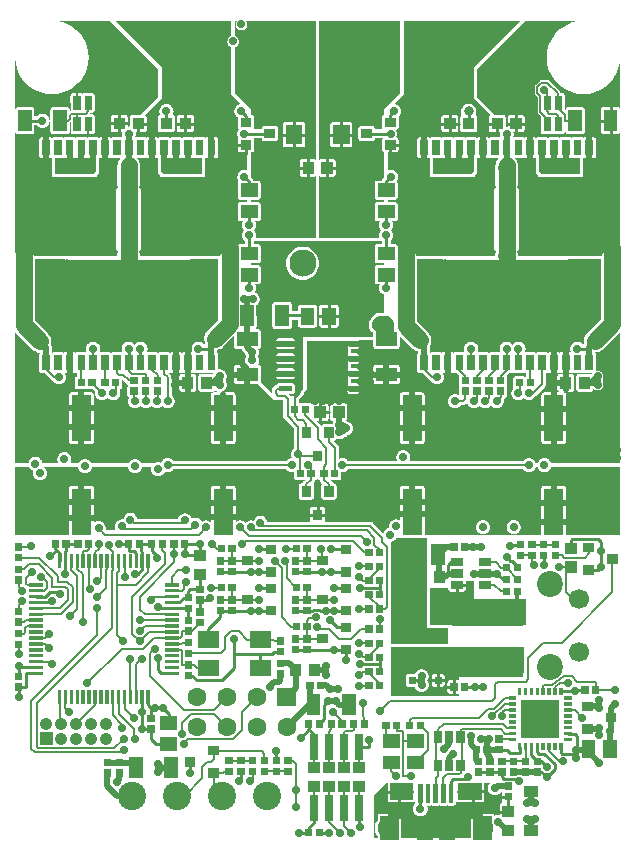
<source format=gbr>
G04 start of page 2 for group 0 idx 0 *
G04 Title: (unknown), top *
G04 Creator: pcb 1.99z *
G04 CreationDate: Sat 29 Jun 2013 11:07:13 GMT UTC *
G04 For: rbarlow *
G04 Format: Gerber/RS-274X *
G04 PCB-Dimensions (mm): 70.00 90.00 *
G04 PCB-Coordinate-Origin: lower left *
%MOMM*%
%FSLAX43Y43*%
%LNTOP*%
%ADD55C,0.650*%
%ADD54C,1.500*%
%ADD53C,1.300*%
%ADD52C,1.000*%
%ADD51C,0.300*%
%ADD50C,0.800*%
%ADD49C,0.700*%
%ADD48R,2.000X2.000*%
%ADD47R,0.200X0.200*%
%ADD46R,0.400X0.400*%
%ADD45R,1.460X1.460*%
%ADD44R,1.375X1.375*%
%ADD43R,0.700X0.700*%
%ADD42R,1.625X1.625*%
%ADD41R,0.910X0.910*%
%ADD40R,3.200X3.200*%
%ADD39R,1.350X1.350*%
%ADD38R,5.250X5.250*%
%ADD37R,0.600X0.600*%
%ADD36R,0.300X0.300*%
%ADD35R,1.400X1.400*%
%ADD34R,0.800X0.800*%
%ADD33R,1.500X1.500*%
%ADD32R,3.530X3.530*%
%ADD31R,1.600X1.600*%
%ADD30R,0.950X0.950*%
%ADD29R,0.620X0.620*%
%ADD28R,0.650X0.650*%
%ADD27R,0.450X0.450*%
%ADD26R,1.150X1.150*%
%ADD25C,1.050*%
%ADD24C,1.200*%
%ADD23C,2.400*%
%ADD22C,1.600*%
%ADD21C,2.300*%
%ADD20C,3.200*%
%ADD19C,2.200*%
%ADD18C,1.700*%
%ADD17C,1.400*%
%ADD16C,0.377*%
%ADD15C,0.150*%
%ADD14C,0.250*%
%ADD13C,0.200*%
%ADD12C,0.500*%
%ADD11C,0.002*%
G54D11*G36*
X34000Y79600D02*X35850D01*
Y67829D01*
X35822Y67853D01*
X35789Y67873D01*
X35752Y67888D01*
X35714Y67898D01*
X35675Y67900D01*
X34686Y67898D01*
X34648Y67888D01*
X34611Y67873D01*
X34578Y67853D01*
X34548Y67827D01*
X34522Y67797D01*
X34502Y67764D01*
X34487Y67727D01*
X34477Y67689D01*
X34475Y67650D01*
X34477Y66611D01*
X34487Y66573D01*
X34502Y66536D01*
X34522Y66503D01*
X34548Y66473D01*
X34578Y66447D01*
X34611Y66427D01*
X34648Y66412D01*
X34686Y66402D01*
X34725Y66400D01*
X35714Y66402D01*
X35752Y66412D01*
X35789Y66427D01*
X35822Y66447D01*
X35850Y66471D01*
Y61250D01*
X34000D01*
Y68881D01*
X34739Y68882D01*
X34777Y68892D01*
X34814Y68907D01*
X34847Y68927D01*
X34877Y68953D01*
X34903Y68983D01*
X34923Y69016D01*
X34938Y69053D01*
X34948Y69091D01*
X34950Y69130D01*
X34948Y70809D01*
X34938Y70847D01*
X34923Y70884D01*
X34903Y70917D01*
X34877Y70947D01*
X34847Y70973D01*
X34814Y70993D01*
X34777Y71008D01*
X34739Y71018D01*
X34700Y71020D01*
X34000Y71019D01*
Y79600D01*
G37*
G36*
X31250Y70450D02*X31250Y70425D01*
X30579D01*
X30603Y70453D01*
X30623Y70486D01*
X30638Y70523D01*
X30648Y70561D01*
X30650Y70600D01*
X30648Y71439D01*
X30638Y71477D01*
X30623Y71514D01*
X30603Y71547D01*
X30577Y71577D01*
X30547Y71603D01*
X30514Y71623D01*
X30477Y71638D01*
X30439Y71648D01*
X30400Y71650D01*
X30350Y71650D01*
Y72150D01*
X29000Y73500D01*
Y77372D01*
X29005Y77373D01*
X29078Y77403D01*
X29145Y77444D01*
X29205Y77495D01*
X29256Y77555D01*
X29297Y77622D01*
X29327Y77695D01*
X29345Y77772D01*
X29350Y77850D01*
X29345Y77928D01*
X29327Y78005D01*
X29297Y78078D01*
X29256Y78145D01*
X29205Y78205D01*
X29145Y78256D01*
X29078Y78297D01*
X29005Y78327D01*
X29000Y78328D01*
Y79600D01*
X29149D01*
X29144Y79595D01*
X29103Y79528D01*
X29073Y79455D01*
X29055Y79378D01*
X29048Y79300D01*
X29055Y79222D01*
X29073Y79145D01*
X29103Y79072D01*
X29144Y79005D01*
X29195Y78945D01*
X29255Y78894D01*
X29322Y78853D01*
X29395Y78823D01*
X29472Y78805D01*
X29550Y78798D01*
X29628Y78805D01*
X29705Y78823D01*
X29778Y78853D01*
X29845Y78894D01*
X29905Y78945D01*
X29956Y79005D01*
X29997Y79072D01*
X30027Y79145D01*
X30045Y79222D01*
X30050Y79300D01*
X30045Y79378D01*
X30027Y79455D01*
X29997Y79528D01*
X29956Y79595D01*
X29951Y79600D01*
X34000D01*
Y71019D01*
X33261Y71018D01*
X33223Y71008D01*
X33186Y70993D01*
X33153Y70973D01*
X33123Y70947D01*
X33097Y70917D01*
X33077Y70884D01*
X33062Y70847D01*
X33052Y70809D01*
X33050Y70770D01*
X33052Y69091D01*
X33062Y69053D01*
X33077Y69016D01*
X33097Y68983D01*
X33123Y68953D01*
X33153Y68927D01*
X33186Y68907D01*
X33223Y68892D01*
X33261Y68882D01*
X33300Y68880D01*
X34000Y68881D01*
Y61250D01*
X30767D01*
X30772Y61264D01*
X30794Y61356D01*
X30800Y61450D01*
X30794Y61544D01*
X30772Y61636D01*
X30736Y61723D01*
X30687Y61804D01*
X30626Y61876D01*
X30597Y61900D01*
X30626Y61924D01*
X30687Y61996D01*
X30736Y62077D01*
X30772Y62164D01*
X30794Y62256D01*
X30800Y62350D01*
X30794Y62444D01*
X30772Y62536D01*
X30736Y62623D01*
X30734Y62627D01*
X30964Y62627D01*
X31002Y62637D01*
X31039Y62652D01*
X31072Y62672D01*
X31102Y62698D01*
X31128Y62728D01*
X31148Y62761D01*
X31163Y62798D01*
X31173Y62836D01*
X31175Y62875D01*
X31173Y64064D01*
X31163Y64102D01*
X31148Y64139D01*
X31128Y64172D01*
X31102Y64202D01*
X31072Y64228D01*
X31039Y64248D01*
X31002Y64263D01*
X30964Y64273D01*
X30925Y64275D01*
X30350Y64274D01*
Y64426D01*
X30964Y64427D01*
X31002Y64437D01*
X31039Y64452D01*
X31072Y64472D01*
X31102Y64498D01*
X31128Y64528D01*
X31148Y64561D01*
X31163Y64598D01*
X31173Y64636D01*
X31175Y64675D01*
X31173Y65864D01*
X31163Y65902D01*
X31148Y65939D01*
X31128Y65972D01*
X31102Y66002D01*
X31072Y66028D01*
X31039Y66048D01*
X31002Y66063D01*
X30964Y66073D01*
X30925Y66075D01*
X30568Y66074D01*
X30558Y66116D01*
X30535Y66171D01*
X30504Y66221D01*
X30504Y66221D01*
X30466Y66266D01*
X30455Y66276D01*
X30396Y66334D01*
X30400Y66400D01*
X30394Y66494D01*
X30372Y66586D01*
X30350Y66640D01*
Y68452D01*
X30439Y68452D01*
X30477Y68462D01*
X30514Y68477D01*
X30547Y68497D01*
X30577Y68523D01*
X30603Y68553D01*
X30623Y68586D01*
X30638Y68623D01*
X30648Y68661D01*
X30650Y68700D01*
X30648Y69539D01*
X30638Y69577D01*
X30623Y69614D01*
X30603Y69647D01*
X30579Y69675D01*
X31252D01*
X31252Y69611D01*
X31262Y69573D01*
X31277Y69536D01*
X31297Y69503D01*
X31323Y69473D01*
X31353Y69447D01*
X31386Y69427D01*
X31423Y69412D01*
X31461Y69402D01*
X31500Y69400D01*
X32439Y69402D01*
X32477Y69412D01*
X32514Y69427D01*
X32547Y69447D01*
X32577Y69473D01*
X32603Y69503D01*
X32623Y69536D01*
X32638Y69573D01*
X32648Y69611D01*
X32650Y69650D01*
X32648Y70489D01*
X32638Y70527D01*
X32623Y70564D01*
X32603Y70597D01*
X32577Y70627D01*
X32547Y70653D01*
X32514Y70673D01*
X32477Y70688D01*
X32439Y70698D01*
X32400Y70700D01*
X31461Y70698D01*
X31423Y70688D01*
X31386Y70673D01*
X31353Y70653D01*
X31323Y70627D01*
X31297Y70597D01*
X31277Y70564D01*
X31262Y70527D01*
X31252Y70489D01*
X31250Y70450D01*
G37*
G36*
X39450D02*X39452Y69611D01*
X39462Y69573D01*
X39477Y69536D01*
X39497Y69503D01*
X39523Y69473D01*
X39553Y69447D01*
X39586Y69427D01*
X39623Y69412D01*
X39661Y69402D01*
X39700Y69400D01*
X40639Y69402D01*
X40677Y69412D01*
X40714Y69427D01*
X40747Y69447D01*
X40777Y69473D01*
X40803Y69503D01*
X40823Y69536D01*
X40838Y69573D01*
X40848Y69611D01*
X40850Y69650D01*
X40850Y69675D01*
X41521D01*
X41497Y69647D01*
X41477Y69614D01*
X41462Y69577D01*
X41452Y69539D01*
X41450Y69500D01*
X41452Y68661D01*
X41462Y68623D01*
X41477Y68586D01*
X41497Y68553D01*
X41523Y68523D01*
X41553Y68497D01*
X41586Y68477D01*
X41623Y68462D01*
X41650Y68455D01*
Y66640D01*
X41628Y66586D01*
X41606Y66494D01*
X41598Y66400D01*
X41603Y66334D01*
X41545Y66276D01*
X41534Y66266D01*
X41496Y66221D01*
X41465Y66171D01*
X41442Y66116D01*
X41432Y66073D01*
X41036Y66073D01*
X40998Y66063D01*
X40961Y66048D01*
X40928Y66028D01*
X40898Y66002D01*
X40872Y65972D01*
X40852Y65939D01*
X40837Y65902D01*
X40827Y65864D01*
X40825Y65825D01*
X40827Y64636D01*
X40837Y64598D01*
X40852Y64561D01*
X40872Y64528D01*
X40898Y64498D01*
X40928Y64472D01*
X40961Y64452D01*
X40998Y64437D01*
X41036Y64427D01*
X41075Y64425D01*
X41650Y64426D01*
Y64274D01*
X41036Y64273D01*
X40998Y64263D01*
X40961Y64248D01*
X40928Y64228D01*
X40898Y64202D01*
X40872Y64172D01*
X40852Y64139D01*
X40837Y64102D01*
X40827Y64064D01*
X40825Y64025D01*
X40827Y62836D01*
X40837Y62798D01*
X40852Y62761D01*
X40872Y62728D01*
X40898Y62698D01*
X40928Y62672D01*
X40961Y62652D01*
X40998Y62637D01*
X41036Y62627D01*
X41075Y62625D01*
X41265Y62625D01*
X41264Y62623D01*
X41228Y62536D01*
X41206Y62444D01*
X41198Y62350D01*
X41206Y62256D01*
X41228Y62164D01*
X41264Y62077D01*
X41313Y61996D01*
X41374Y61924D01*
X41403Y61900D01*
X41374Y61876D01*
X41313Y61804D01*
X41264Y61723D01*
X41228Y61636D01*
X41206Y61544D01*
X41198Y61450D01*
X41206Y61356D01*
X41228Y61264D01*
X41233Y61250D01*
X38000D01*
Y68881D01*
X38739Y68882D01*
X38777Y68892D01*
X38814Y68907D01*
X38847Y68927D01*
X38877Y68953D01*
X38903Y68983D01*
X38923Y69016D01*
X38938Y69053D01*
X38948Y69091D01*
X38950Y69130D01*
X38948Y70809D01*
X38938Y70847D01*
X38923Y70884D01*
X38903Y70917D01*
X38877Y70947D01*
X38847Y70973D01*
X38814Y70993D01*
X38777Y71008D01*
X38739Y71018D01*
X38700Y71020D01*
X38000Y71019D01*
Y79600D01*
X43000D01*
Y73500D01*
X41650Y72150D01*
Y71645D01*
X41623Y71638D01*
X41586Y71623D01*
X41553Y71603D01*
X41523Y71577D01*
X41497Y71547D01*
X41477Y71514D01*
X41462Y71477D01*
X41452Y71439D01*
X41450Y71400D01*
X41452Y70561D01*
X41462Y70523D01*
X41477Y70486D01*
X41497Y70453D01*
X41521Y70425D01*
X40848D01*
X40848Y70489D01*
X40838Y70527D01*
X40823Y70564D01*
X40803Y70597D01*
X40777Y70627D01*
X40747Y70653D01*
X40714Y70673D01*
X40677Y70688D01*
X40639Y70698D01*
X40600Y70700D01*
X39661Y70698D01*
X39623Y70688D01*
X39586Y70673D01*
X39553Y70653D01*
X39523Y70627D01*
X39497Y70597D01*
X39477Y70564D01*
X39462Y70527D01*
X39452Y70489D01*
X39450Y70450D01*
G37*
G36*
X38000Y61250D02*X36150D01*
Y66471D01*
X36178Y66447D01*
X36211Y66427D01*
X36248Y66412D01*
X36286Y66402D01*
X36325Y66400D01*
X37314Y66402D01*
X37352Y66412D01*
X37389Y66427D01*
X37422Y66447D01*
X37452Y66473D01*
X37478Y66503D01*
X37498Y66536D01*
X37513Y66573D01*
X37523Y66611D01*
X37525Y66650D01*
X37523Y67689D01*
X37513Y67727D01*
X37498Y67764D01*
X37478Y67797D01*
X37452Y67827D01*
X37422Y67853D01*
X37389Y67873D01*
X37352Y67888D01*
X37314Y67898D01*
X37275Y67900D01*
X36286Y67898D01*
X36248Y67888D01*
X36211Y67873D01*
X36178Y67853D01*
X36150Y67829D01*
Y79600D01*
X38000D01*
Y71019D01*
X37261Y71018D01*
X37223Y71008D01*
X37186Y70993D01*
X37153Y70973D01*
X37123Y70947D01*
X37097Y70917D01*
X37077Y70884D01*
X37062Y70847D01*
X37052Y70809D01*
X37050Y70770D01*
X37052Y69091D01*
X37062Y69053D01*
X37077Y69016D01*
X37097Y68983D01*
X37123Y68953D01*
X37153Y68927D01*
X37186Y68907D01*
X37223Y68892D01*
X37261Y68882D01*
X37300Y68880D01*
X38000Y68881D01*
Y61250D01*
G37*
G36*
X47200Y66400D02*X49500D01*
Y68021D01*
X49528Y67997D01*
X49561Y67977D01*
X49598Y67962D01*
X49636Y67952D01*
X49675Y67950D01*
X50364Y67952D01*
X50402Y67962D01*
X50439Y67977D01*
X50472Y67997D01*
X50500Y68021D01*
X50528Y67997D01*
X50561Y67977D01*
X50598Y67962D01*
X50636Y67952D01*
X50675Y67950D01*
X51265Y67952D01*
X51229Y67910D01*
X51151Y67783D01*
X51094Y67644D01*
X51059Y67499D01*
X51050Y67350D01*
Y65654D01*
X51027Y65663D01*
X50989Y65673D01*
X50950Y65675D01*
X48664Y65674D01*
X48650Y65675D01*
X47780Y65674D01*
X47200Y65674D01*
Y66400D01*
G37*
G36*
X48800Y79600D02*X53150D01*
X49200Y75650D01*
Y73050D01*
X50622Y71628D01*
X50611Y71623D01*
X50578Y71603D01*
X50548Y71577D01*
X50522Y71547D01*
X50502Y71514D01*
X50487Y71477D01*
X50477Y71439D01*
X50475Y71400D01*
X50477Y70361D01*
X50487Y70323D01*
X50502Y70286D01*
X50522Y70253D01*
X50548Y70223D01*
X50578Y70197D01*
X50611Y70177D01*
X50648Y70162D01*
X50686Y70152D01*
X50725Y70150D01*
X51419Y70152D01*
X51406Y70094D01*
X51398Y70000D01*
X51406Y69906D01*
X51428Y69814D01*
X51464Y69727D01*
X51485Y69692D01*
X51472Y69703D01*
X51439Y69723D01*
X51402Y69738D01*
X51364Y69748D01*
X51325Y69750D01*
X50636Y69748D01*
X50598Y69738D01*
X50561Y69723D01*
X50528Y69703D01*
X50500Y69679D01*
X50472Y69703D01*
X50439Y69723D01*
X50402Y69738D01*
X50364Y69748D01*
X50325Y69750D01*
X49636Y69748D01*
X49598Y69738D01*
X49561Y69723D01*
X49528Y69703D01*
X49500Y69679D01*
X49472Y69703D01*
X49439Y69723D01*
X49402Y69738D01*
X49364Y69748D01*
X49325Y69750D01*
X48800Y69748D01*
Y70151D01*
X49314Y70152D01*
X49352Y70162D01*
X49389Y70177D01*
X49422Y70197D01*
X49452Y70223D01*
X49478Y70253D01*
X49498Y70286D01*
X49513Y70323D01*
X49523Y70361D01*
X49525Y70400D01*
X49523Y71439D01*
X49513Y71477D01*
X49498Y71514D01*
X49478Y71547D01*
X49452Y71577D01*
X49422Y71603D01*
X49389Y71623D01*
X49368Y71632D01*
X49381Y71654D01*
X49420Y71749D01*
X49444Y71848D01*
X49450Y71950D01*
X49444Y72052D01*
X49420Y72151D01*
X49381Y72246D01*
X49327Y72333D01*
X49261Y72411D01*
X49183Y72477D01*
X49096Y72531D01*
X49001Y72570D01*
X48902Y72594D01*
X48800Y72602D01*
Y79600D01*
G37*
G36*
X47200D02*X48800D01*
Y72602D01*
X48698Y72594D01*
X48599Y72570D01*
X48504Y72531D01*
X48417Y72477D01*
X48339Y72411D01*
X48273Y72333D01*
X48219Y72246D01*
X48180Y72151D01*
X48156Y72052D01*
X48148Y71950D01*
X48156Y71848D01*
X48180Y71749D01*
X48219Y71654D01*
X48232Y71632D01*
X48211Y71623D01*
X48178Y71603D01*
X48148Y71577D01*
X48122Y71547D01*
X48102Y71514D01*
X48087Y71477D01*
X48077Y71439D01*
X48075Y71400D01*
X48077Y70361D01*
X48087Y70323D01*
X48102Y70286D01*
X48122Y70253D01*
X48148Y70223D01*
X48178Y70197D01*
X48211Y70177D01*
X48248Y70162D01*
X48286Y70152D01*
X48325Y70150D01*
X48800Y70151D01*
Y69748D01*
X48636Y69748D01*
X48598Y69738D01*
X48561Y69723D01*
X48528Y69703D01*
X48500Y69679D01*
X48472Y69703D01*
X48439Y69723D01*
X48402Y69738D01*
X48364Y69748D01*
X48325Y69750D01*
X47636Y69748D01*
X47598Y69738D01*
X47561Y69723D01*
X47528Y69703D01*
X47500Y69679D01*
X47472Y69703D01*
X47439Y69723D01*
X47402Y69738D01*
X47364Y69748D01*
X47325Y69750D01*
X47200Y69750D01*
Y70151D01*
X47714Y70152D01*
X47752Y70162D01*
X47789Y70177D01*
X47822Y70197D01*
X47852Y70223D01*
X47878Y70253D01*
X47898Y70286D01*
X47913Y70323D01*
X47923Y70361D01*
X47925Y70400D01*
X47923Y71439D01*
X47913Y71477D01*
X47898Y71514D01*
X47878Y71547D01*
X47852Y71577D01*
X47822Y71603D01*
X47789Y71623D01*
X47752Y71638D01*
X47714Y71648D01*
X47675Y71650D01*
X47200Y71649D01*
Y79600D01*
G37*
G36*
Y59925D02*X47819Y59926D01*
X49222Y59927D01*
X49250Y59925D01*
X50989Y59927D01*
X51027Y59937D01*
X51050Y59946D01*
Y59700D01*
X47200D01*
Y59925D01*
G37*
G36*
X44400Y65425D02*X44401Y63489D01*
X44400Y63475D01*
X44401Y62780D01*
X44402Y61554D01*
X44400Y61525D01*
X44402Y60136D01*
X44412Y60098D01*
X44427Y60061D01*
X44447Y60028D01*
X44473Y59998D01*
X44503Y59972D01*
X44536Y59952D01*
X44573Y59937D01*
X44611Y59927D01*
X44650Y59925D01*
X46936Y59926D01*
X46950Y59925D01*
X47200Y59925D01*
Y59700D01*
X44333D01*
X44299Y59783D01*
X44221Y59910D01*
X44124Y60024D01*
X44010Y60121D01*
X43883Y60199D01*
X43744Y60256D01*
X43599Y60291D01*
X43450Y60303D01*
X43301Y60291D01*
X43156Y60256D01*
X43017Y60199D01*
X42890Y60121D01*
X42776Y60024D01*
X42774Y60021D01*
X42773Y60514D01*
X42763Y60552D01*
X42748Y60589D01*
X42728Y60622D01*
X42702Y60652D01*
X42672Y60678D01*
X42639Y60698D01*
X42602Y60713D01*
X42564Y60723D01*
X42525Y60725D01*
X42175Y60724D01*
Y60981D01*
X42226Y61024D01*
X42287Y61096D01*
X42336Y61177D01*
X42372Y61264D01*
X42394Y61356D01*
X42400Y61450D01*
X42394Y61544D01*
X42372Y61636D01*
X42336Y61723D01*
X42287Y61804D01*
X42226Y61876D01*
X42197Y61900D01*
X42226Y61924D01*
X42287Y61996D01*
X42336Y62077D01*
X42372Y62164D01*
X42394Y62256D01*
X42400Y62350D01*
X42394Y62444D01*
X42372Y62536D01*
X42336Y62623D01*
X42334Y62627D01*
X42564Y62627D01*
X42602Y62637D01*
X42639Y62652D01*
X42672Y62672D01*
X42702Y62698D01*
X42728Y62728D01*
X42748Y62761D01*
X42763Y62798D01*
X42773Y62836D01*
X42775Y62875D01*
X42773Y64064D01*
X42763Y64102D01*
X42748Y64139D01*
X42728Y64172D01*
X42702Y64202D01*
X42672Y64228D01*
X42639Y64248D01*
X42602Y64263D01*
X42564Y64273D01*
X42525Y64275D01*
X41950Y64274D01*
Y64426D01*
X42564Y64427D01*
X42602Y64437D01*
X42639Y64452D01*
X42672Y64472D01*
X42702Y64498D01*
X42728Y64528D01*
X42748Y64561D01*
X42763Y64598D01*
X42773Y64636D01*
X42775Y64675D01*
X42773Y65864D01*
X42763Y65902D01*
X42748Y65939D01*
X42728Y65972D01*
X42702Y66002D01*
X42672Y66028D01*
X42672Y66028D01*
X42687Y66046D01*
X42736Y66127D01*
X42772Y66214D01*
X42794Y66306D01*
X42800Y66400D01*
X42794Y66494D01*
X42772Y66586D01*
X42736Y66673D01*
X42687Y66754D01*
X42626Y66826D01*
X42554Y66887D01*
X42473Y66936D01*
X42386Y66972D01*
X42294Y66994D01*
X42200Y67002D01*
X42106Y66994D01*
X42014Y66972D01*
X41950Y66946D01*
Y68451D01*
X42639Y68452D01*
X42677Y68462D01*
X42714Y68477D01*
X42747Y68497D01*
X42777Y68523D01*
X42803Y68553D01*
X42823Y68586D01*
X42838Y68623D01*
X42848Y68661D01*
X42850Y68700D01*
X42848Y69539D01*
X42838Y69577D01*
X42823Y69614D01*
X42803Y69647D01*
X42777Y69677D01*
X42747Y69703D01*
X42714Y69723D01*
X42677Y69738D01*
X42639Y69748D01*
X42601Y69750D01*
X42606Y69755D01*
X42647Y69822D01*
X42677Y69895D01*
X42695Y69972D01*
X42700Y70050D01*
X42695Y70128D01*
X42677Y70205D01*
X42647Y70278D01*
X42606Y70345D01*
X42599Y70352D01*
X42639Y70352D01*
X42677Y70362D01*
X42714Y70377D01*
X42747Y70397D01*
X42777Y70423D01*
X42803Y70453D01*
X42823Y70486D01*
X42838Y70523D01*
X42848Y70561D01*
X42850Y70600D01*
X42848Y71439D01*
X42838Y71477D01*
X42834Y71489D01*
X42876Y71524D01*
X42937Y71596D01*
X42986Y71677D01*
X43022Y71764D01*
X43044Y71856D01*
X43050Y71950D01*
X43044Y72044D01*
X43022Y72136D01*
X42986Y72223D01*
X42937Y72304D01*
X42876Y72376D01*
X42804Y72437D01*
X42723Y72486D01*
X42636Y72522D01*
X42544Y72544D01*
X42498Y72548D01*
X43300Y73350D01*
Y79600D01*
X47200D01*
Y71649D01*
X46686Y71648D01*
X46648Y71638D01*
X46611Y71623D01*
X46578Y71603D01*
X46548Y71577D01*
X46522Y71547D01*
X46502Y71514D01*
X46487Y71477D01*
X46477Y71439D01*
X46475Y71400D01*
X46477Y70361D01*
X46487Y70323D01*
X46502Y70286D01*
X46522Y70253D01*
X46548Y70223D01*
X46578Y70197D01*
X46611Y70177D01*
X46648Y70162D01*
X46686Y70152D01*
X46725Y70150D01*
X47200Y70151D01*
Y69750D01*
X46636Y69748D01*
X46598Y69738D01*
X46561Y69723D01*
X46528Y69703D01*
X46500Y69679D01*
X46472Y69703D01*
X46439Y69723D01*
X46402Y69738D01*
X46364Y69748D01*
X46325Y69750D01*
X45636Y69748D01*
X45598Y69738D01*
X45561Y69723D01*
X45528Y69703D01*
X45500Y69679D01*
X45472Y69703D01*
X45439Y69723D01*
X45402Y69738D01*
X45364Y69748D01*
X45325Y69750D01*
X44636Y69748D01*
X44598Y69738D01*
X44561Y69723D01*
X44528Y69703D01*
X44498Y69677D01*
X44472Y69647D01*
X44452Y69614D01*
X44437Y69577D01*
X44427Y69539D01*
X44425Y69500D01*
X44427Y68161D01*
X44437Y68123D01*
X44452Y68086D01*
X44472Y68053D01*
X44498Y68023D01*
X44528Y67997D01*
X44561Y67977D01*
X44598Y67962D01*
X44636Y67952D01*
X44675Y67950D01*
X45364Y67952D01*
X45402Y67962D01*
X45439Y67977D01*
X45472Y67997D01*
X45500Y68021D01*
Y66400D01*
X47200D01*
Y65674D01*
X46378Y65673D01*
X46350Y65675D01*
X44611Y65673D01*
X44573Y65663D01*
X44536Y65648D01*
X44503Y65628D01*
X44473Y65602D01*
X44447Y65572D01*
X44427Y65539D01*
X44412Y65502D01*
X44402Y65464D01*
X44400Y65425D01*
G37*
G36*
X45750Y66650D02*Y67950D01*
X46364Y67952D01*
X46402Y67962D01*
X46439Y67977D01*
X46472Y67997D01*
X46500Y68021D01*
X46528Y67997D01*
X46561Y67977D01*
X46598Y67962D01*
X46636Y67952D01*
X46675Y67950D01*
X47364Y67952D01*
X47402Y67962D01*
X47439Y67977D01*
X47472Y67997D01*
X47500Y68021D01*
X47528Y67997D01*
X47561Y67977D01*
X47598Y67962D01*
X47636Y67952D01*
X47675Y67950D01*
X48364Y67952D01*
X48402Y67962D01*
X48439Y67977D01*
X48472Y67997D01*
X48500Y68021D01*
X48528Y67997D01*
X48561Y67977D01*
X48598Y67962D01*
X48636Y67952D01*
X48675Y67950D01*
X49250Y67952D01*
Y66900D01*
X49000Y66650D01*
X45750D01*
G37*
G36*
X58250D02*X55000D01*
X54750Y66900D01*
Y67950D01*
X55364Y67952D01*
X55402Y67962D01*
X55439Y67977D01*
X55472Y67997D01*
X55500Y68021D01*
X55528Y67997D01*
X55561Y67977D01*
X55598Y67962D01*
X55636Y67952D01*
X55675Y67950D01*
X56364Y67952D01*
X56402Y67962D01*
X56439Y67977D01*
X56472Y67997D01*
X56500Y68021D01*
X56528Y67997D01*
X56561Y67977D01*
X56598Y67962D01*
X56636Y67952D01*
X56675Y67950D01*
X57364Y67952D01*
X57402Y67962D01*
X57439Y67977D01*
X57472Y67997D01*
X57500Y68021D01*
X57528Y67997D01*
X57561Y67977D01*
X57598Y67962D01*
X57636Y67952D01*
X57675Y67950D01*
X58250Y67952D01*
Y66650D01*
G37*
G36*
X56500Y79600D02*X58379D01*
X58014Y79571D01*
X57539Y79457D01*
X57088Y79271D01*
X56672Y79016D01*
X56500Y78868D01*
Y79600D01*
G37*
G36*
Y59926D02*X57622Y59927D01*
X57650Y59925D01*
X59389Y59927D01*
X59427Y59937D01*
X59464Y59952D01*
X59497Y59972D01*
X59527Y59998D01*
X59553Y60028D01*
X59573Y60061D01*
X59588Y60098D01*
X59598Y60136D01*
X59600Y60175D01*
X59599Y62111D01*
X59600Y62125D01*
X59599Y62820D01*
X59598Y64046D01*
X59600Y64075D01*
X59598Y65464D01*
X59588Y65502D01*
X59573Y65539D01*
X59553Y65572D01*
X59527Y65602D01*
X59497Y65628D01*
X59464Y65648D01*
X59427Y65663D01*
X59389Y65673D01*
X59350Y65675D01*
X57064Y65674D01*
X57050Y65675D01*
X56500Y65674D01*
Y66400D01*
X58500D01*
Y68021D01*
X58528Y67997D01*
X58561Y67977D01*
X58598Y67962D01*
X58636Y67952D01*
X58675Y67950D01*
X59364Y67952D01*
X59402Y67962D01*
X59439Y67977D01*
X59472Y67997D01*
X59502Y68023D01*
X59528Y68053D01*
X59548Y68086D01*
X59563Y68123D01*
X59573Y68161D01*
X59575Y68200D01*
X59573Y69539D01*
X59563Y69577D01*
X59548Y69614D01*
X59528Y69647D01*
X59502Y69677D01*
X59472Y69703D01*
X59439Y69723D01*
X59402Y69738D01*
X59364Y69748D01*
X59325Y69750D01*
X58636Y69748D01*
X58598Y69738D01*
X58561Y69723D01*
X58528Y69703D01*
X58500Y69679D01*
X58472Y69703D01*
X58439Y69723D01*
X58402Y69738D01*
X58364Y69748D01*
X58325Y69750D01*
X57636Y69748D01*
X57598Y69738D01*
X57561Y69723D01*
X57528Y69703D01*
X57500Y69679D01*
X57472Y69703D01*
X57439Y69723D01*
X57402Y69738D01*
X57364Y69748D01*
X57325Y69750D01*
X56636Y69748D01*
X56598Y69738D01*
X56561Y69723D01*
X56528Y69703D01*
X56500Y69679D01*
X56500Y69680D01*
Y70002D01*
X56714Y70002D01*
X56752Y70012D01*
X56789Y70027D01*
X56822Y70047D01*
X56852Y70073D01*
X56878Y70103D01*
X56898Y70136D01*
X56913Y70173D01*
X56923Y70211D01*
X56925Y70250D01*
X56924Y70926D01*
X56950Y70924D01*
X56959Y70925D01*
X56976D01*
X56977Y70211D01*
X56987Y70173D01*
X57002Y70136D01*
X57022Y70103D01*
X57048Y70073D01*
X57078Y70047D01*
X57111Y70027D01*
X57148Y70012D01*
X57186Y70002D01*
X57225Y70000D01*
X58414Y70002D01*
X58452Y70012D01*
X58489Y70027D01*
X58522Y70047D01*
X58552Y70073D01*
X58578Y70103D01*
X58598Y70136D01*
X58613Y70173D01*
X58623Y70211D01*
X58625Y70250D01*
X58623Y72089D01*
X58613Y72127D01*
X58598Y72164D01*
X58578Y72197D01*
X58552Y72227D01*
X58522Y72253D01*
X58489Y72273D01*
X58452Y72288D01*
X58414Y72298D01*
X58375Y72300D01*
X57186Y72298D01*
X57148Y72288D01*
X57111Y72273D01*
X57078Y72253D01*
X57048Y72227D01*
X57022Y72197D01*
X57002Y72164D01*
X56987Y72127D01*
X56977Y72089D01*
X56975Y72050D01*
X56975Y71893D01*
X56908Y71960D01*
X56913Y71973D01*
X56923Y72011D01*
X56925Y72050D01*
X56923Y73289D01*
X56913Y73327D01*
X56898Y73364D01*
X56878Y73397D01*
X56852Y73427D01*
X56822Y73453D01*
X56789Y73473D01*
X56752Y73488D01*
X56714Y73498D01*
X56675Y73500D01*
X56569Y73500D01*
X56565Y73520D01*
X56551Y73552D01*
X56533Y73583D01*
X56510Y73610D01*
X56503Y73615D01*
X56500Y73619D01*
Y74132D01*
X56672Y73984D01*
X57088Y73729D01*
X57539Y73543D01*
X58014Y73429D01*
X58500Y73390D01*
X58986Y73429D01*
X59461Y73543D01*
X59912Y73729D01*
X60328Y73984D01*
X60699Y74301D01*
X61016Y74672D01*
X61271Y75088D01*
X61457Y75539D01*
X61571Y76014D01*
X61600Y76500D01*
Y72160D01*
X61598Y72164D01*
X61578Y72197D01*
X61552Y72227D01*
X61522Y72253D01*
X61489Y72273D01*
X61452Y72288D01*
X61414Y72298D01*
X61375Y72300D01*
X60186Y72298D01*
X60148Y72288D01*
X60111Y72273D01*
X60078Y72253D01*
X60048Y72227D01*
X60022Y72197D01*
X60002Y72164D01*
X59987Y72127D01*
X59977Y72089D01*
X59975Y72050D01*
X59977Y70211D01*
X59987Y70173D01*
X60002Y70136D01*
X60022Y70103D01*
X60048Y70073D01*
X60078Y70047D01*
X60111Y70027D01*
X60148Y70012D01*
X60186Y70002D01*
X60225Y70000D01*
X61414Y70002D01*
X61452Y70012D01*
X61489Y70027D01*
X61522Y70047D01*
X61552Y70073D01*
X61578Y70103D01*
X61598Y70136D01*
X61600Y70140D01*
Y59993D01*
X61574Y60024D01*
X61460Y60121D01*
X61333Y60199D01*
X61194Y60256D01*
X61049Y60291D01*
X60900Y60303D01*
X60751Y60291D01*
X60606Y60256D01*
X60467Y60199D01*
X60340Y60121D01*
X60226Y60024D01*
X60129Y59910D01*
X60051Y59783D01*
X60017Y59700D01*
X56500D01*
Y59926D01*
G37*
G36*
Y69680D02*X56472Y69703D01*
X56439Y69723D01*
X56402Y69738D01*
X56364Y69748D01*
X56325Y69750D01*
X55636Y69748D01*
X55598Y69738D01*
X55561Y69723D01*
X55528Y69703D01*
X55500Y69679D01*
X55472Y69703D01*
X55439Y69723D01*
X55402Y69738D01*
X55364Y69748D01*
X55325Y69750D01*
X54636Y69748D01*
X54598Y69738D01*
X54561Y69723D01*
X54528Y69703D01*
X54500Y69679D01*
X54472Y69703D01*
X54439Y69723D01*
X54402Y69738D01*
X54364Y69748D01*
X54325Y69750D01*
X53636Y69748D01*
X53598Y69738D01*
X53561Y69723D01*
X53528Y69703D01*
X53500Y69679D01*
X53472Y69703D01*
X53439Y69723D01*
X53402Y69738D01*
X53364Y69748D01*
X53325Y69750D01*
X52636Y69748D01*
X52598Y69738D01*
X52561Y69723D01*
X52528Y69703D01*
X52515Y69692D01*
X52536Y69727D01*
X52572Y69814D01*
X52594Y69906D01*
X52600Y70000D01*
X52594Y70094D01*
X52581Y70151D01*
X53314Y70152D01*
X53352Y70162D01*
X53389Y70177D01*
X53422Y70197D01*
X53452Y70223D01*
X53478Y70253D01*
X53498Y70286D01*
X53513Y70323D01*
X53523Y70361D01*
X53525Y70400D01*
X53523Y71439D01*
X53513Y71477D01*
X53498Y71514D01*
X53478Y71547D01*
X53452Y71577D01*
X53422Y71603D01*
X53389Y71623D01*
X53352Y71638D01*
X53314Y71648D01*
X53275Y71650D01*
X52286Y71648D01*
X52248Y71638D01*
X52211Y71623D01*
X52178Y71603D01*
X52148Y71577D01*
X52122Y71547D01*
X52102Y71514D01*
X52087Y71477D01*
X52077Y71439D01*
X52075Y71400D01*
X52077Y70596D01*
X52052Y70598D01*
X51924Y70726D01*
X51923Y71439D01*
X51913Y71477D01*
X51898Y71514D01*
X51878Y71547D01*
X51852Y71577D01*
X51822Y71603D01*
X51789Y71623D01*
X51752Y71638D01*
X51714Y71648D01*
X51675Y71650D01*
X51002Y71648D01*
X49500Y73150D01*
Y75550D01*
X53550Y79600D01*
X56500D01*
Y78868D01*
X56301Y78699D01*
X55984Y78328D01*
X55729Y77912D01*
X55543Y77461D01*
X55429Y76986D01*
X55390Y76500D01*
X55429Y76014D01*
X55543Y75539D01*
X55729Y75088D01*
X55984Y74672D01*
X56301Y74301D01*
X56500Y74132D01*
Y73619D01*
X55615Y74503D01*
X55610Y74510D01*
X55583Y74533D01*
X55552Y74551D01*
X55520Y74565D01*
X55492Y74571D01*
X55485Y74573D01*
X55450Y74576D01*
X55441Y74575D01*
X54959D01*
X54950Y74576D01*
X54915Y74573D01*
X54880Y74565D01*
X54848Y74551D01*
X54817Y74533D01*
X54817Y74533D01*
X54790Y74510D01*
X54785Y74503D01*
X54447Y74165D01*
X54440Y74160D01*
X54417Y74133D01*
X54399Y74102D01*
X54385Y74070D01*
X54377Y74035D01*
X54377Y74035D01*
X54374Y74000D01*
X54375Y73991D01*
Y73509D01*
X54374Y73500D01*
X54377Y73465D01*
X54385Y73430D01*
X54399Y73398D01*
X54417Y73367D01*
X54417Y73367D01*
X54440Y73340D01*
X54447Y73335D01*
X54625Y73157D01*
Y71909D01*
X54624Y71900D01*
X54627Y71865D01*
X54635Y71830D01*
X54649Y71798D01*
X54667Y71767D01*
X54667Y71767D01*
X54690Y71740D01*
X54697Y71735D01*
X54892Y71540D01*
X54887Y71527D01*
X54877Y71489D01*
X54875Y71450D01*
X54877Y70211D01*
X54887Y70173D01*
X54902Y70136D01*
X54922Y70103D01*
X54948Y70073D01*
X54978Y70047D01*
X55011Y70027D01*
X55048Y70012D01*
X55086Y70002D01*
X55125Y70000D01*
X55764Y70002D01*
X55802Y70012D01*
X55839Y70027D01*
X55872Y70047D01*
X55900Y70071D01*
X55928Y70047D01*
X55961Y70027D01*
X55998Y70012D01*
X56036Y70002D01*
X56075Y70000D01*
X56500Y70002D01*
Y69680D01*
G37*
G36*
Y65674D02*X56181Y65674D01*
X54778Y65673D01*
X54750Y65675D01*
X53011Y65673D01*
X52973Y65663D01*
X52950Y65654D01*
Y67350D01*
X52941Y67499D01*
X52906Y67644D01*
X52849Y67783D01*
X52771Y67910D01*
X52737Y67950D01*
X53364Y67952D01*
X53402Y67962D01*
X53439Y67977D01*
X53472Y67997D01*
X53500Y68021D01*
X53528Y67997D01*
X53561Y67977D01*
X53598Y67962D01*
X53636Y67952D01*
X53675Y67950D01*
X54364Y67952D01*
X54402Y67962D01*
X54439Y67977D01*
X54472Y67997D01*
X54500Y68021D01*
Y66400D01*
X56500D01*
Y65674D01*
G37*
G36*
X52950Y59946D02*X52973Y59937D01*
X53011Y59927D01*
X53050Y59925D01*
X55336Y59926D01*
X55350Y59925D01*
X56219Y59926D01*
X56500Y59926D01*
Y59700D01*
X52950D01*
Y59946D01*
G37*
G36*
X28000Y48280D02*X28054Y48313D01*
X28126Y48374D01*
X28187Y48446D01*
X28236Y48527D01*
X28272Y48614D01*
X28294Y48706D01*
X28300Y48800D01*
X28294Y48894D01*
X28272Y48986D01*
X28236Y49073D01*
X28200Y49132D01*
Y49168D01*
X28236Y49227D01*
X28272Y49314D01*
X28294Y49406D01*
X28300Y49500D01*
X28294Y49594D01*
X28272Y49686D01*
X28236Y49773D01*
X28187Y49854D01*
X28126Y49926D01*
X28054Y49987D01*
X28000Y50020D01*
Y52009D01*
X28022Y52028D01*
X28901Y52907D01*
X28902Y52036D01*
X28912Y51998D01*
X28927Y51961D01*
X28947Y51928D01*
X28973Y51898D01*
X29003Y51872D01*
X29036Y51852D01*
X29073Y51837D01*
X29111Y51827D01*
X29150Y51825D01*
X29566Y51826D01*
X29573Y51795D01*
X29603Y51722D01*
X29644Y51655D01*
X29644Y51655D01*
X29695Y51595D01*
X29710Y51583D01*
X29861Y51431D01*
X29878Y51364D01*
X29914Y51277D01*
X29950Y51218D01*
Y51182D01*
X29914Y51123D01*
X29878Y51036D01*
X29856Y50944D01*
X29848Y50850D01*
X29856Y50756D01*
X29878Y50664D01*
X29914Y50577D01*
X29963Y50496D01*
X29982Y50474D01*
X29111Y50473D01*
X29073Y50463D01*
X29036Y50448D01*
X29003Y50428D01*
X28973Y50402D01*
X28947Y50372D01*
X28927Y50339D01*
X28912Y50302D01*
X28902Y50264D01*
X28900Y50225D01*
X28902Y49036D01*
X28912Y48998D01*
X28927Y48961D01*
X28947Y48928D01*
X28973Y48898D01*
X29003Y48872D01*
X29036Y48852D01*
X29073Y48837D01*
X29111Y48827D01*
X29150Y48825D01*
X30973Y48827D01*
X32300Y47500D01*
X32636D01*
X32650Y47499D01*
X32664Y47500D01*
X33055D01*
X33100Y47455D01*
Y46114D01*
X33099Y46100D01*
X33103Y46045D01*
X33116Y45992D01*
X33137Y45941D01*
X33166Y45894D01*
X33166Y45894D01*
X33202Y45852D01*
X33212Y45843D01*
X34000Y45055D01*
Y43389D01*
X33996Y43387D01*
X33924Y43326D01*
X33863Y43254D01*
X33814Y43173D01*
X33778Y43086D01*
X33756Y42994D01*
X33748Y42900D01*
X33756Y42806D01*
X33778Y42714D01*
X33814Y42627D01*
X33830Y42600D01*
X33756Y42594D01*
X33664Y42572D01*
X33577Y42536D01*
X33496Y42487D01*
X33424Y42426D01*
X33363Y42354D01*
X33361Y42350D01*
X28000D01*
Y43751D01*
X28839Y43752D01*
X28877Y43762D01*
X28914Y43777D01*
X28947Y43797D01*
X28977Y43823D01*
X29003Y43853D01*
X29023Y43886D01*
X29038Y43923D01*
X29048Y43961D01*
X29050Y44000D01*
X29048Y47939D01*
X29038Y47977D01*
X29023Y48014D01*
X29003Y48047D01*
X28977Y48077D01*
X28947Y48103D01*
X28914Y48123D01*
X28877Y48138D01*
X28839Y48148D01*
X28800Y48150D01*
X28000Y48149D01*
Y48280D01*
G37*
G36*
Y50020D02*X27973Y50036D01*
X27886Y50072D01*
X27794Y50094D01*
X27700Y50102D01*
X27606Y50094D01*
X27575Y50087D01*
X27573Y51339D01*
X27563Y51377D01*
X27548Y51414D01*
X27528Y51447D01*
X27502Y51477D01*
X27500Y51479D01*
Y51759D01*
X27644Y51794D01*
X27783Y51851D01*
X27910Y51929D01*
X28000Y52009D01*
Y50020D01*
G37*
G36*
X25000Y49751D02*X25364Y49752D01*
X25402Y49762D01*
X25439Y49777D01*
X25472Y49797D01*
X25500Y49821D01*
X25528Y49797D01*
X25561Y49777D01*
X25598Y49762D01*
X25636Y49752D01*
X25675Y49750D01*
X26364Y49752D01*
X26402Y49762D01*
X26439Y49777D01*
X26472Y49797D01*
X26500Y49821D01*
X26528Y49797D01*
X26561Y49777D01*
X26598Y49762D01*
X26636Y49752D01*
X26675Y49750D01*
X27155Y49752D01*
X27131Y49694D01*
X27114Y49698D01*
X27075Y49700D01*
X26086Y49698D01*
X26048Y49688D01*
X26011Y49673D01*
X25978Y49653D01*
X25948Y49627D01*
X25922Y49597D01*
X25902Y49564D01*
X25887Y49527D01*
X25877Y49489D01*
X25875Y49450D01*
X25877Y48411D01*
X25887Y48373D01*
X25902Y48336D01*
X25922Y48303D01*
X25948Y48273D01*
X25978Y48247D01*
X26011Y48227D01*
X26048Y48212D01*
X26086Y48202D01*
X26125Y48200D01*
X27114Y48202D01*
X27152Y48212D01*
X27189Y48227D01*
X27222Y48247D01*
X27252Y48273D01*
X27278Y48303D01*
X27298Y48336D01*
X27304Y48349D01*
X27346Y48313D01*
X27427Y48264D01*
X27514Y48228D01*
X27606Y48206D01*
X27700Y48198D01*
X27794Y48206D01*
X27886Y48228D01*
X27973Y48264D01*
X28000Y48280D01*
Y48149D01*
X27161Y48148D01*
X27123Y48138D01*
X27086Y48123D01*
X27053Y48103D01*
X27023Y48077D01*
X26997Y48047D01*
X26977Y48014D01*
X26962Y47977D01*
X26952Y47939D01*
X26950Y47900D01*
X26952Y43961D01*
X26962Y43923D01*
X26977Y43886D01*
X26997Y43853D01*
X27023Y43823D01*
X27053Y43797D01*
X27086Y43777D01*
X27123Y43762D01*
X27161Y43752D01*
X27200Y43750D01*
X28000Y43751D01*
Y42350D01*
X25000D01*
Y48201D01*
X25514Y48202D01*
X25552Y48212D01*
X25589Y48227D01*
X25622Y48247D01*
X25652Y48273D01*
X25678Y48303D01*
X25698Y48336D01*
X25713Y48373D01*
X25723Y48411D01*
X25725Y48450D01*
X25723Y49489D01*
X25713Y49527D01*
X25698Y49564D01*
X25678Y49597D01*
X25652Y49627D01*
X25622Y49653D01*
X25589Y49673D01*
X25552Y49688D01*
X25514Y49698D01*
X25475Y49700D01*
X25000Y49699D01*
Y49751D01*
G37*
G36*
X16000Y48391D02*X16350Y48392D01*
X16388Y48402D01*
X16425Y48417D01*
X16450Y48432D01*
X16475Y48417D01*
X16512Y48402D01*
X16550Y48392D01*
X16589Y48390D01*
X16964Y48391D01*
X17157Y48198D01*
X17156Y48194D01*
X17148Y48100D01*
X17156Y48006D01*
X17178Y47914D01*
X17214Y47827D01*
X17263Y47746D01*
X17324Y47674D01*
X17396Y47613D01*
X17477Y47564D01*
X17564Y47528D01*
X17656Y47506D01*
X17750Y47498D01*
X17844Y47506D01*
X17936Y47528D01*
X18023Y47564D01*
X18104Y47613D01*
X18176Y47674D01*
X18225Y47732D01*
X18274Y47674D01*
X18346Y47613D01*
X18427Y47564D01*
X18514Y47528D01*
X18606Y47506D01*
X18700Y47498D01*
X18794Y47506D01*
X18886Y47528D01*
X18973Y47564D01*
X19054Y47613D01*
X19126Y47674D01*
X19187Y47746D01*
X19236Y47827D01*
X19272Y47914D01*
X19294Y48006D01*
X19300Y48100D01*
X19294Y48194D01*
X19272Y48286D01*
X19250Y48340D01*
Y48392D01*
X19250Y48392D01*
X19288Y48402D01*
X19325Y48417D01*
X19358Y48437D01*
X19388Y48463D01*
X19414Y48493D01*
X19434Y48526D01*
X19449Y48563D01*
X19459Y48601D01*
X19461Y48640D01*
X19459Y49196D01*
X19743Y48912D01*
X19752Y48902D01*
X19794Y48866D01*
X19794Y48866D01*
X19841Y48837D01*
X19892Y48816D01*
X19892Y48816D01*
X19892Y48800D01*
X19902Y48762D01*
X19917Y48725D01*
X19932Y48700D01*
X19917Y48675D01*
X19902Y48638D01*
X19892Y48600D01*
X19890Y48561D01*
X19892Y47900D01*
X19902Y47862D01*
X19917Y47825D01*
X19937Y47792D01*
X19963Y47762D01*
X19993Y47736D01*
X20026Y47716D01*
X20037Y47711D01*
X20014Y47673D01*
X19978Y47586D01*
X19956Y47494D01*
X19948Y47400D01*
X19956Y47306D01*
X19978Y47214D01*
X20014Y47127D01*
X20063Y47046D01*
X20124Y46974D01*
X20196Y46913D01*
X20277Y46864D01*
X20364Y46828D01*
X20456Y46806D01*
X20550Y46798D01*
X20644Y46806D01*
X20736Y46828D01*
X20823Y46864D01*
X20904Y46913D01*
X20976Y46974D01*
X21000Y47003D01*
X21024Y46974D01*
X21096Y46913D01*
X21177Y46864D01*
X21264Y46828D01*
X21356Y46806D01*
X21450Y46798D01*
X21544Y46806D01*
X21636Y46828D01*
X21723Y46864D01*
X21804Y46913D01*
X21876Y46974D01*
X21925Y47032D01*
X21974Y46974D01*
X22046Y46913D01*
X22127Y46864D01*
X22214Y46828D01*
X22306Y46806D01*
X22400Y46798D01*
X22494Y46806D01*
X22586Y46828D01*
X22673Y46864D01*
X22754Y46913D01*
X22826Y46974D01*
X22850Y47003D01*
X22874Y46974D01*
X22946Y46913D01*
X23027Y46864D01*
X23114Y46828D01*
X23206Y46806D01*
X23300Y46798D01*
X23394Y46806D01*
X23486Y46828D01*
X23573Y46864D01*
X23654Y46913D01*
X23726Y46974D01*
X23787Y47046D01*
X23836Y47127D01*
X23872Y47214D01*
X23894Y47306D01*
X23900Y47400D01*
X23894Y47494D01*
X23872Y47586D01*
X23836Y47673D01*
X23787Y47754D01*
X23726Y47826D01*
X23654Y47887D01*
X23650Y47889D01*
Y49386D01*
X23651Y49400D01*
X23647Y49455D01*
X23647Y49455D01*
X23634Y49508D01*
X23613Y49559D01*
X23584Y49606D01*
X23548Y49648D01*
X23538Y49657D01*
X23424Y49771D01*
X23439Y49777D01*
X23472Y49797D01*
X23500Y49821D01*
X23528Y49797D01*
X23561Y49777D01*
X23598Y49762D01*
X23636Y49752D01*
X23675Y49750D01*
X24364Y49752D01*
X24402Y49762D01*
X24439Y49777D01*
X24472Y49797D01*
X24500Y49821D01*
X24528Y49797D01*
X24561Y49777D01*
X24598Y49762D01*
X24636Y49752D01*
X24675Y49750D01*
X25000Y49751D01*
Y49699D01*
X24486Y49698D01*
X24448Y49688D01*
X24411Y49673D01*
X24378Y49653D01*
X24348Y49627D01*
X24322Y49597D01*
X24302Y49564D01*
X24287Y49527D01*
X24277Y49489D01*
X24275Y49450D01*
X24277Y48411D01*
X24287Y48373D01*
X24302Y48336D01*
X24322Y48303D01*
X24348Y48273D01*
X24378Y48247D01*
X24411Y48227D01*
X24448Y48212D01*
X24486Y48202D01*
X24525Y48200D01*
X25000Y48201D01*
Y42350D01*
X23789D01*
X23787Y42354D01*
X23726Y42426D01*
X23654Y42487D01*
X23573Y42536D01*
X23486Y42572D01*
X23394Y42594D01*
X23300Y42602D01*
X23206Y42594D01*
X23114Y42572D01*
X23027Y42536D01*
X22946Y42487D01*
X22874Y42426D01*
X22813Y42354D01*
X22764Y42273D01*
X22734Y42202D01*
X22686Y42222D01*
X22594Y42244D01*
X22500Y42252D01*
X22406Y42244D01*
X22314Y42222D01*
X22227Y42186D01*
X22168Y42150D01*
X21096D01*
X21086Y42173D01*
X21037Y42254D01*
X20976Y42326D01*
X20904Y42387D01*
X20823Y42436D01*
X20736Y42472D01*
X20644Y42494D01*
X20550Y42502D01*
X20456Y42494D01*
X20364Y42472D01*
X20277Y42436D01*
X20196Y42387D01*
X20124Y42326D01*
X20063Y42254D01*
X20014Y42173D01*
X20004Y42150D01*
X16846D01*
X16836Y42173D01*
X16787Y42254D01*
X16726Y42326D01*
X16654Y42387D01*
X16573Y42436D01*
X16486Y42472D01*
X16394Y42494D01*
X16300Y42502D01*
X16206Y42494D01*
X16114Y42472D01*
X16027Y42436D01*
X16000Y42420D01*
Y43751D01*
X16839Y43752D01*
X16877Y43762D01*
X16914Y43777D01*
X16947Y43797D01*
X16977Y43823D01*
X17003Y43853D01*
X17023Y43886D01*
X17038Y43923D01*
X17048Y43961D01*
X17050Y44000D01*
X17048Y47939D01*
X17038Y47977D01*
X17023Y48014D01*
X17003Y48047D01*
X16977Y48077D01*
X16947Y48103D01*
X16914Y48123D01*
X16877Y48138D01*
X16839Y48148D01*
X16800Y48150D01*
X16000Y48149D01*
Y48391D01*
G37*
G36*
X15439Y49260D02*X15441Y48601D01*
X15451Y48563D01*
X15466Y48526D01*
X15486Y48493D01*
X15512Y48463D01*
X15542Y48437D01*
X15575Y48417D01*
X15612Y48402D01*
X15650Y48392D01*
X15689Y48390D01*
X16000Y48391D01*
Y48149D01*
X15161Y48148D01*
X15123Y48138D01*
X15086Y48123D01*
X15053Y48103D01*
X15023Y48077D01*
X14997Y48047D01*
X14977Y48014D01*
X14962Y47977D01*
X14952Y47939D01*
X14950Y47900D01*
X14952Y43961D01*
X14962Y43923D01*
X14977Y43886D01*
X14997Y43853D01*
X15023Y43823D01*
X15053Y43797D01*
X15086Y43777D01*
X15123Y43762D01*
X15161Y43752D01*
X15200Y43750D01*
X16000Y43751D01*
Y42420D01*
X15946Y42387D01*
X15874Y42326D01*
X15813Y42254D01*
X15764Y42173D01*
X15754Y42150D01*
X15039D01*
X15086Y42227D01*
X15122Y42314D01*
X15144Y42406D01*
X15150Y42500D01*
X15144Y42594D01*
X15122Y42686D01*
X15086Y42773D01*
X15037Y42854D01*
X14976Y42926D01*
X14904Y42987D01*
X14823Y43036D01*
X14736Y43072D01*
X14644Y43094D01*
X14550Y43102D01*
X14456Y43094D01*
X14364Y43072D01*
X14277Y43036D01*
X14196Y42987D01*
X14124Y42926D01*
X14063Y42854D01*
X14014Y42773D01*
X13978Y42686D01*
X13956Y42594D01*
X13948Y42500D01*
X13956Y42406D01*
X13978Y42314D01*
X14014Y42227D01*
X14061Y42150D01*
X12697D01*
X12694Y42194D01*
X12672Y42286D01*
X12636Y42373D01*
X12587Y42454D01*
X12526Y42526D01*
X12454Y42587D01*
X12373Y42636D01*
X12286Y42672D01*
X12194Y42694D01*
X12100Y42702D01*
X12006Y42694D01*
X11914Y42672D01*
X11827Y42636D01*
X11746Y42587D01*
X11674Y42526D01*
X11613Y42454D01*
X11564Y42373D01*
X11528Y42286D01*
X11506Y42194D01*
X11502Y42150D01*
X10400D01*
Y53200D01*
X10406D01*
X10426Y53176D01*
X10455Y53152D01*
X11828Y51778D01*
X11940Y51679D01*
X12067Y51601D01*
X12206Y51544D01*
X12351Y51509D01*
X12500Y51497D01*
Y51479D01*
X12498Y51477D01*
X12472Y51447D01*
X12452Y51414D01*
X12437Y51377D01*
X12427Y51339D01*
X12425Y51300D01*
X12427Y49961D01*
X12437Y49923D01*
X12452Y49886D01*
X12472Y49853D01*
X12498Y49823D01*
X12528Y49797D01*
X12561Y49777D01*
X12598Y49762D01*
X12636Y49752D01*
X12675Y49750D01*
X12904Y49751D01*
X13443Y49212D01*
X13452Y49202D01*
X13494Y49166D01*
X13494Y49166D01*
X13541Y49137D01*
X13592Y49116D01*
X13603Y49113D01*
X13613Y49096D01*
X13674Y49024D01*
X13746Y48963D01*
X13827Y48914D01*
X13914Y48878D01*
X14006Y48856D01*
X14100Y48848D01*
X14194Y48856D01*
X14286Y48878D01*
X14373Y48914D01*
X14454Y48963D01*
X14526Y49024D01*
X14587Y49096D01*
X14636Y49177D01*
X14672Y49264D01*
X14694Y49356D01*
X14700Y49450D01*
X14694Y49544D01*
X14672Y49636D01*
X14636Y49723D01*
X14615Y49757D01*
X14636Y49752D01*
X14675Y49750D01*
X15364Y49752D01*
X15402Y49762D01*
X15439Y49777D01*
X15472Y49797D01*
X15500Y49821D01*
X15528Y49797D01*
X15561Y49777D01*
X15598Y49762D01*
X15636Y49752D01*
X15650Y49751D01*
Y49508D01*
X15650Y49508D01*
X15612Y49498D01*
X15575Y49483D01*
X15542Y49463D01*
X15512Y49437D01*
X15486Y49407D01*
X15466Y49374D01*
X15451Y49337D01*
X15441Y49299D01*
X15439Y49260D01*
G37*
G36*
X12044Y59400D02*X14611D01*
X14602Y59364D01*
X14600Y59325D01*
X14600Y59324D01*
X14601Y57389D01*
X14600Y57375D01*
X14601Y56680D01*
X14602Y55454D01*
X14600Y55425D01*
X14602Y54036D01*
X14612Y53998D01*
X14627Y53961D01*
X14647Y53928D01*
X14673Y53898D01*
X14703Y53872D01*
X14736Y53852D01*
X14773Y53837D01*
X14811Y53827D01*
X14850Y53825D01*
X14851Y53825D01*
X17565Y53826D01*
X17575Y53825D01*
X18297Y53826D01*
X20279Y53826D01*
X20300Y53825D01*
X21744Y53827D01*
X22994Y53827D01*
X23025Y53825D01*
X25189Y53827D01*
X25227Y53837D01*
X25264Y53852D01*
X25297Y53872D01*
X25327Y53898D01*
X25353Y53928D01*
X25373Y53961D01*
X25388Y53998D01*
X25398Y54036D01*
X25400Y54075D01*
X25400Y54076D01*
X25399Y56011D01*
X25400Y56025D01*
X25399Y56720D01*
X25398Y57946D01*
X25400Y57975D01*
X25398Y59364D01*
X25389Y59400D01*
X27606D01*
X27600Y59300D01*
Y54294D01*
X26678Y53372D01*
X26579Y53260D01*
X26501Y53133D01*
X26444Y52994D01*
X26409Y52849D01*
X26397Y52700D01*
X26409Y52551D01*
X26444Y52406D01*
X26501Y52267D01*
X26510Y52252D01*
X26505Y52228D01*
X26505Y52228D01*
X26504Y52225D01*
X26369D01*
X26326Y52276D01*
X26254Y52337D01*
X26173Y52386D01*
X26086Y52422D01*
X25994Y52444D01*
X25900Y52452D01*
X25806Y52444D01*
X25714Y52422D01*
X25627Y52386D01*
X25546Y52337D01*
X25474Y52276D01*
X25413Y52204D01*
X25364Y52123D01*
X25328Y52036D01*
X25306Y51944D01*
X25298Y51850D01*
X25306Y51756D01*
X25328Y51664D01*
X25364Y51577D01*
X25385Y51543D01*
X25364Y51548D01*
X25325Y51550D01*
X24636Y51548D01*
X24598Y51538D01*
X24561Y51523D01*
X24528Y51503D01*
X24524Y51500D01*
X24476D01*
X24472Y51503D01*
X24439Y51523D01*
X24402Y51538D01*
X24364Y51548D01*
X24325Y51550D01*
X23636Y51548D01*
X23598Y51538D01*
X23561Y51523D01*
X23528Y51503D01*
X23524Y51500D01*
X23476D01*
X23472Y51503D01*
X23439Y51523D01*
X23402Y51538D01*
X23364Y51548D01*
X23325Y51550D01*
X22636Y51548D01*
X22598Y51538D01*
X22561Y51523D01*
X22528Y51503D01*
X22524Y51500D01*
X22476D01*
X22472Y51503D01*
X22439Y51523D01*
X22402Y51538D01*
X22364Y51548D01*
X22325Y51550D01*
X21636Y51548D01*
X21598Y51538D01*
X21561Y51523D01*
X21528Y51503D01*
X21524Y51500D01*
X21489D01*
X21536Y51577D01*
X21572Y51664D01*
X21594Y51756D01*
X21600Y51850D01*
X21594Y51944D01*
X21572Y52036D01*
X21536Y52123D01*
X21487Y52204D01*
X21426Y52276D01*
X21354Y52337D01*
X21273Y52386D01*
X21186Y52422D01*
X21094Y52444D01*
X21000Y52452D01*
X20906Y52444D01*
X20814Y52422D01*
X20727Y52386D01*
X20646Y52337D01*
X20574Y52276D01*
X20513Y52204D01*
X20500Y52182D01*
X20487Y52204D01*
X20426Y52276D01*
X20354Y52337D01*
X20273Y52386D01*
X20186Y52422D01*
X20094Y52444D01*
X20000Y52452D01*
X19906Y52444D01*
X19814Y52422D01*
X19727Y52386D01*
X19646Y52337D01*
X19574Y52276D01*
X19513Y52204D01*
X19464Y52123D01*
X19428Y52036D01*
X19406Y51944D01*
X19398Y51850D01*
X19406Y51756D01*
X19428Y51664D01*
X19464Y51577D01*
X19511Y51500D01*
X19476D01*
X19472Y51503D01*
X19439Y51523D01*
X19402Y51538D01*
X19364Y51548D01*
X19325Y51550D01*
X18636Y51548D01*
X18598Y51538D01*
X18561Y51523D01*
X18528Y51503D01*
X18524Y51500D01*
X18476D01*
X18472Y51503D01*
X18439Y51523D01*
X18402Y51538D01*
X18364Y51548D01*
X18325Y51550D01*
X17636Y51548D01*
X17598Y51538D01*
X17561Y51523D01*
X17528Y51503D01*
X17524Y51500D01*
X17489D01*
X17536Y51577D01*
X17572Y51664D01*
X17594Y51756D01*
X17600Y51850D01*
X17594Y51944D01*
X17572Y52036D01*
X17536Y52123D01*
X17487Y52204D01*
X17426Y52276D01*
X17354Y52337D01*
X17273Y52386D01*
X17186Y52422D01*
X17094Y52444D01*
X17000Y52452D01*
X16906Y52444D01*
X16814Y52422D01*
X16727Y52386D01*
X16646Y52337D01*
X16574Y52276D01*
X16513Y52204D01*
X16464Y52123D01*
X16428Y52036D01*
X16406Y51944D01*
X16398Y51850D01*
X16406Y51756D01*
X16428Y51664D01*
X16464Y51577D01*
X16511Y51500D01*
X16476D01*
X16472Y51503D01*
X16439Y51523D01*
X16402Y51538D01*
X16364Y51548D01*
X16325Y51550D01*
X15636Y51548D01*
X15598Y51538D01*
X15561Y51523D01*
X15528Y51503D01*
X15524Y51500D01*
X15476D01*
X15472Y51503D01*
X15439Y51523D01*
X15402Y51538D01*
X15364Y51548D01*
X15325Y51550D01*
X14636Y51548D01*
X14598Y51538D01*
X14561Y51523D01*
X14528Y51503D01*
X14524Y51500D01*
X14476D01*
X14472Y51503D01*
X14439Y51523D01*
X14402Y51538D01*
X14364Y51548D01*
X14325Y51550D01*
X13636Y51548D01*
X13598Y51538D01*
X13561Y51523D01*
X13528Y51503D01*
X13524Y51500D01*
X13500D01*
Y51930D01*
X13502Y51950D01*
X13495Y52028D01*
X13477Y52105D01*
X13447Y52178D01*
X13422Y52219D01*
X13441Y52301D01*
X13453Y52450D01*
X13441Y52599D01*
X13406Y52744D01*
X13349Y52883D01*
X13271Y53010D01*
X13172Y53122D01*
X12050Y54244D01*
Y59300D01*
X12044Y59400D01*
G37*
G36*
X44397D02*X46611D01*
X46602Y59364D01*
X46600Y59325D01*
X46600Y59324D01*
X46601Y57389D01*
X46600Y57375D01*
X46601Y56680D01*
X46602Y55454D01*
X46600Y55425D01*
X46602Y54036D01*
X46612Y53998D01*
X46627Y53961D01*
X46647Y53928D01*
X46673Y53898D01*
X46703Y53872D01*
X46736Y53852D01*
X46773Y53837D01*
X46811Y53827D01*
X46850Y53825D01*
X46851Y53825D01*
X49565Y53826D01*
X49575Y53825D01*
X50297Y53826D01*
X52279Y53826D01*
X52300Y53825D01*
X53744Y53827D01*
X54994Y53827D01*
X55025Y53825D01*
X57189Y53827D01*
X57227Y53837D01*
X57264Y53852D01*
X57297Y53872D01*
X57327Y53898D01*
X57353Y53928D01*
X57373Y53961D01*
X57388Y53998D01*
X57398Y54036D01*
X57400Y54075D01*
X57400Y54076D01*
X57399Y56011D01*
X57400Y56025D01*
X57399Y56720D01*
X57398Y57946D01*
X57400Y57975D01*
X57398Y59364D01*
X57389Y59400D01*
X59953D01*
X59950Y59350D01*
Y54294D01*
X58828Y53172D01*
X58729Y53060D01*
X58651Y52933D01*
X58594Y52794D01*
X58559Y52649D01*
X58547Y52500D01*
X58559Y52351D01*
X58578Y52269D01*
X58553Y52228D01*
X58552Y52225D01*
X58469D01*
X58426Y52276D01*
X58354Y52337D01*
X58273Y52386D01*
X58186Y52422D01*
X58094Y52444D01*
X58000Y52452D01*
X57906Y52444D01*
X57814Y52422D01*
X57727Y52386D01*
X57646Y52337D01*
X57574Y52276D01*
X57513Y52204D01*
X57464Y52123D01*
X57428Y52036D01*
X57406Y51944D01*
X57398Y51850D01*
X57406Y51756D01*
X57428Y51664D01*
X57464Y51577D01*
X57511Y51500D01*
X57476D01*
X57472Y51503D01*
X57439Y51523D01*
X57402Y51538D01*
X57364Y51548D01*
X57325Y51550D01*
X56636Y51548D01*
X56598Y51538D01*
X56561Y51523D01*
X56528Y51503D01*
X56524Y51500D01*
X56476D01*
X56472Y51503D01*
X56439Y51523D01*
X56402Y51538D01*
X56364Y51548D01*
X56325Y51550D01*
X55636Y51548D01*
X55598Y51538D01*
X55561Y51523D01*
X55528Y51503D01*
X55524Y51500D01*
X55476D01*
X55472Y51503D01*
X55439Y51523D01*
X55402Y51538D01*
X55364Y51548D01*
X55325Y51550D01*
X54636Y51548D01*
X54598Y51538D01*
X54561Y51523D01*
X54528Y51503D01*
X54524Y51500D01*
X54476D01*
X54472Y51503D01*
X54439Y51523D01*
X54402Y51538D01*
X54364Y51548D01*
X54325Y51550D01*
X53636Y51548D01*
X53598Y51538D01*
X53561Y51523D01*
X53528Y51503D01*
X53524Y51500D01*
X53489D01*
X53536Y51577D01*
X53572Y51664D01*
X53594Y51756D01*
X53600Y51850D01*
X53594Y51944D01*
X53572Y52036D01*
X53536Y52123D01*
X53487Y52204D01*
X53426Y52276D01*
X53354Y52337D01*
X53273Y52386D01*
X53186Y52422D01*
X53094Y52444D01*
X53000Y52452D01*
X52906Y52444D01*
X52814Y52422D01*
X52727Y52386D01*
X52646Y52337D01*
X52574Y52276D01*
X52513Y52204D01*
X52500Y52182D01*
X52487Y52204D01*
X52426Y52276D01*
X52354Y52337D01*
X52273Y52386D01*
X52186Y52422D01*
X52094Y52444D01*
X52000Y52452D01*
X51906Y52444D01*
X51814Y52422D01*
X51727Y52386D01*
X51646Y52337D01*
X51574Y52276D01*
X51513Y52204D01*
X51464Y52123D01*
X51428Y52036D01*
X51406Y51944D01*
X51398Y51850D01*
X51406Y51756D01*
X51428Y51664D01*
X51464Y51577D01*
X51511Y51500D01*
X51476D01*
X51472Y51503D01*
X51439Y51523D01*
X51402Y51538D01*
X51364Y51548D01*
X51325Y51550D01*
X50636Y51548D01*
X50598Y51538D01*
X50561Y51523D01*
X50528Y51503D01*
X50524Y51500D01*
X50476D01*
X50472Y51503D01*
X50439Y51523D01*
X50402Y51538D01*
X50364Y51548D01*
X50325Y51550D01*
X49636Y51548D01*
X49598Y51538D01*
X49561Y51523D01*
X49528Y51503D01*
X49524Y51500D01*
X49489D01*
X49536Y51577D01*
X49572Y51664D01*
X49594Y51756D01*
X49600Y51850D01*
X49594Y51944D01*
X49572Y52036D01*
X49536Y52123D01*
X49487Y52204D01*
X49426Y52276D01*
X49354Y52337D01*
X49273Y52386D01*
X49186Y52422D01*
X49094Y52444D01*
X49000Y52452D01*
X48906Y52444D01*
X48814Y52422D01*
X48727Y52386D01*
X48646Y52337D01*
X48574Y52276D01*
X48513Y52204D01*
X48464Y52123D01*
X48428Y52036D01*
X48406Y51944D01*
X48398Y51850D01*
X48406Y51756D01*
X48428Y51664D01*
X48464Y51577D01*
X48511Y51500D01*
X48476D01*
X48472Y51503D01*
X48439Y51523D01*
X48402Y51538D01*
X48364Y51548D01*
X48325Y51550D01*
X47636Y51548D01*
X47598Y51538D01*
X47561Y51523D01*
X47528Y51503D01*
X47524Y51500D01*
X47476D01*
X47472Y51503D01*
X47439Y51523D01*
X47402Y51538D01*
X47364Y51548D01*
X47325Y51550D01*
X46636Y51548D01*
X46598Y51538D01*
X46561Y51523D01*
X46528Y51503D01*
X46524Y51500D01*
X46476D01*
X46472Y51503D01*
X46439Y51523D01*
X46402Y51538D01*
X46364Y51548D01*
X46325Y51550D01*
X45636Y51548D01*
X45598Y51538D01*
X45561Y51523D01*
X45528Y51503D01*
X45524Y51500D01*
X45500D01*
Y52120D01*
X45556Y52256D01*
X45591Y52401D01*
X45603Y52550D01*
X45591Y52699D01*
X45556Y52844D01*
X45499Y52983D01*
X45421Y53110D01*
X45322Y53222D01*
X44400Y54144D01*
Y59350D01*
X44397Y59400D01*
G37*
G36*
X59075Y49700D02*X58086Y49698D01*
X58048Y49688D01*
X58011Y49673D01*
X57978Y49653D01*
X57948Y49627D01*
X57922Y49597D01*
X57902Y49564D01*
X57887Y49527D01*
X57877Y49489D01*
X57875Y49450D01*
X57877Y48411D01*
X57887Y48373D01*
X57902Y48336D01*
X57922Y48303D01*
X57948Y48273D01*
X57978Y48247D01*
X58011Y48227D01*
X58048Y48212D01*
X58086Y48202D01*
X58125Y48200D01*
X59114Y48202D01*
X59152Y48212D01*
X59189Y48227D01*
X59222Y48247D01*
X59252Y48273D01*
X59278Y48303D01*
X59298Y48336D01*
X59313Y48373D01*
X59323Y48411D01*
X59325Y48450D01*
X59341D01*
X59345Y48445D01*
X59405Y48394D01*
X59405Y48394D01*
X59472Y48353D01*
X59524Y48332D01*
X59545Y48323D01*
X59560Y48319D01*
X59622Y48305D01*
X59700Y48298D01*
X59700D01*
X59778Y48305D01*
X59855Y48323D01*
X59928Y48353D01*
X59995Y48394D01*
X60022Y48418D01*
X60055Y48445D01*
X60078Y48473D01*
X60080Y48475D01*
X60106Y48505D01*
X60147Y48572D01*
X60168Y48624D01*
X60177Y48645D01*
X60181Y48660D01*
X60195Y48722D01*
X60202Y48800D01*
X60200Y48820D01*
Y49480D01*
X60202Y49500D01*
X60195Y49578D01*
X60177Y49655D01*
X60147Y49728D01*
X60106Y49795D01*
X60055Y49855D01*
X59995Y49906D01*
X59928Y49947D01*
X59855Y49977D01*
X59778Y49995D01*
X59700Y50002D01*
X59622Y49995D01*
X59574Y49984D01*
X59575Y50000D01*
X59573Y51339D01*
X59563Y51377D01*
X59548Y51414D01*
X59528Y51447D01*
X59502Y51477D01*
X59500Y51479D01*
Y51547D01*
X59500D01*
X59649Y51559D01*
X59794Y51594D01*
X59933Y51651D01*
X60060Y51729D01*
X60172Y51828D01*
X61545Y53202D01*
X61574Y53226D01*
X61600Y53257D01*
Y42150D01*
X57000D01*
Y43849D01*
X57003Y43853D01*
X57023Y43886D01*
X57038Y43923D01*
X57048Y43961D01*
X57050Y44000D01*
X57048Y47939D01*
X57038Y47977D01*
X57023Y48014D01*
X57003Y48047D01*
X57000Y48051D01*
Y48201D01*
X57514Y48202D01*
X57552Y48212D01*
X57589Y48227D01*
X57622Y48247D01*
X57652Y48273D01*
X57678Y48303D01*
X57698Y48336D01*
X57713Y48373D01*
X57723Y48411D01*
X57725Y48450D01*
X57723Y49489D01*
X57713Y49527D01*
X57698Y49564D01*
X57678Y49597D01*
X57652Y49627D01*
X57622Y49653D01*
X57589Y49673D01*
X57552Y49688D01*
X57514Y49698D01*
X57475Y49700D01*
X57000Y49699D01*
Y49751D01*
X57364Y49752D01*
X57402Y49762D01*
X57439Y49777D01*
X57472Y49797D01*
X57500Y49821D01*
X57528Y49797D01*
X57561Y49777D01*
X57598Y49762D01*
X57636Y49752D01*
X57675Y49750D01*
X58364Y49752D01*
X58402Y49762D01*
X58439Y49777D01*
X58472Y49797D01*
X58500Y49821D01*
X58528Y49797D01*
X58561Y49777D01*
X58598Y49762D01*
X58636Y49752D01*
X58675Y49750D01*
X59245Y49752D01*
X59173Y49680D01*
X59152Y49688D01*
X59114Y49698D01*
X59075Y49700D01*
G37*
G36*
X57000Y42150D02*X55781D01*
X55772Y42186D01*
X55736Y42273D01*
X55687Y42354D01*
X55626Y42426D01*
X55554Y42487D01*
X55473Y42536D01*
X55386Y42572D01*
X55294Y42594D01*
X55200Y42602D01*
X55106Y42594D01*
X55014Y42572D01*
X54927Y42536D01*
X54846Y42487D01*
X54774Y42426D01*
X54713Y42354D01*
X54664Y42273D01*
X54628Y42186D01*
X54619Y42150D01*
X54481D01*
X54472Y42186D01*
X54436Y42273D01*
X54387Y42354D01*
X54326Y42426D01*
X54254Y42487D01*
X54173Y42536D01*
X54086Y42572D01*
X53994Y42594D01*
X53900Y42602D01*
X53806Y42594D01*
X53714Y42572D01*
X53627Y42536D01*
X53546Y42487D01*
X53474Y42426D01*
X53413Y42354D01*
X53411Y42350D01*
X44000D01*
Y43751D01*
X44839Y43752D01*
X44877Y43762D01*
X44914Y43777D01*
X44947Y43797D01*
X44977Y43823D01*
X45003Y43853D01*
X45023Y43886D01*
X45038Y43923D01*
X45048Y43961D01*
X45050Y44000D01*
X45048Y47939D01*
X45038Y47977D01*
X45023Y48014D01*
X45003Y48047D01*
X44977Y48077D01*
X44947Y48103D01*
X44914Y48123D01*
X44877Y48138D01*
X44839Y48148D01*
X44800Y48150D01*
X44000Y48149D01*
Y51859D01*
X44090Y51779D01*
X44217Y51701D01*
X44356Y51644D01*
X44500Y51609D01*
Y51479D01*
X44498Y51477D01*
X44472Y51447D01*
X44452Y51414D01*
X44437Y51377D01*
X44427Y51339D01*
X44425Y51300D01*
X44427Y49961D01*
X44437Y49923D01*
X44452Y49886D01*
X44472Y49853D01*
X44498Y49823D01*
X44528Y49797D01*
X44561Y49777D01*
X44598Y49762D01*
X44636Y49752D01*
X44675Y49750D01*
X44904Y49751D01*
X45443Y49212D01*
X45452Y49202D01*
X45494Y49166D01*
X45494Y49166D01*
X45541Y49137D01*
X45592Y49116D01*
X45603Y49113D01*
X45613Y49096D01*
X45674Y49024D01*
X45746Y48963D01*
X45827Y48914D01*
X45914Y48878D01*
X46006Y48856D01*
X46100Y48848D01*
X46194Y48856D01*
X46286Y48878D01*
X46373Y48914D01*
X46454Y48963D01*
X46526Y49024D01*
X46587Y49096D01*
X46636Y49177D01*
X46672Y49264D01*
X46694Y49356D01*
X46700Y49450D01*
X46694Y49544D01*
X46672Y49636D01*
X46636Y49723D01*
X46615Y49757D01*
X46636Y49752D01*
X46675Y49750D01*
X47364Y49752D01*
X47402Y49762D01*
X47439Y49777D01*
X47472Y49797D01*
X47500Y49821D01*
X47528Y49797D01*
X47561Y49777D01*
X47598Y49762D01*
X47636Y49752D01*
X47675Y49750D01*
X47753Y49750D01*
X47762Y49743D01*
X47956Y49549D01*
X47952Y49538D01*
X47942Y49500D01*
X47940Y49461D01*
X47942Y48800D01*
X47952Y48762D01*
X47967Y48725D01*
X47982Y48700D01*
X47967Y48675D01*
X47952Y48638D01*
X47942Y48600D01*
X47940Y48561D01*
X47942Y47925D01*
X47923Y47936D01*
X47836Y47972D01*
X47744Y47994D01*
X47650Y48002D01*
X47556Y47994D01*
X47464Y47972D01*
X47377Y47936D01*
X47296Y47887D01*
X47224Y47826D01*
X47163Y47754D01*
X47114Y47673D01*
X47078Y47586D01*
X47056Y47494D01*
X47048Y47400D01*
X47056Y47306D01*
X47078Y47214D01*
X47114Y47127D01*
X47163Y47046D01*
X47224Y46974D01*
X47296Y46913D01*
X47377Y46864D01*
X47464Y46828D01*
X47556Y46806D01*
X47650Y46798D01*
X47744Y46806D01*
X47836Y46828D01*
X47923Y46864D01*
X48004Y46913D01*
X48076Y46974D01*
X48137Y47046D01*
X48139Y47050D01*
X48286D01*
X48300Y47049D01*
X48355Y47053D01*
X48408Y47066D01*
X48459Y47087D01*
X48506Y47116D01*
X48548Y47152D01*
X48557Y47162D01*
X48664Y47269D01*
X48678Y47214D01*
X48714Y47127D01*
X48763Y47046D01*
X48824Y46974D01*
X48896Y46913D01*
X48977Y46864D01*
X49064Y46828D01*
X49156Y46806D01*
X49250Y46798D01*
X49344Y46806D01*
X49436Y46828D01*
X49523Y46864D01*
X49604Y46913D01*
X49676Y46974D01*
X49725Y47032D01*
X49774Y46974D01*
X49846Y46913D01*
X49927Y46864D01*
X50014Y46828D01*
X50106Y46806D01*
X50200Y46798D01*
X50294Y46806D01*
X50386Y46828D01*
X50473Y46864D01*
X50554Y46913D01*
X50626Y46974D01*
X50675Y47032D01*
X50724Y46974D01*
X50796Y46913D01*
X50877Y46864D01*
X50964Y46828D01*
X51056Y46806D01*
X51150Y46798D01*
X51244Y46806D01*
X51336Y46828D01*
X51423Y46864D01*
X51504Y46913D01*
X51576Y46974D01*
X51637Y47046D01*
X51686Y47127D01*
X51722Y47214D01*
X51744Y47306D01*
X51750Y47400D01*
X51744Y47494D01*
X51744Y47498D01*
X51748Y47502D01*
X51784Y47544D01*
X51784Y47544D01*
X51813Y47591D01*
X51834Y47642D01*
X51846Y47691D01*
X51849Y47691D01*
X51887Y47701D01*
X51924Y47716D01*
X51957Y47736D01*
X51987Y47762D01*
X52013Y47792D01*
X52033Y47825D01*
X52048Y47862D01*
X52058Y47900D01*
X52060Y47939D01*
X52058Y48600D01*
X52048Y48638D01*
X52033Y48675D01*
X52018Y48700D01*
X52033Y48725D01*
X52048Y48762D01*
X52058Y48800D01*
X52060Y48839D01*
X52058Y49500D01*
X52048Y49538D01*
X52044Y49549D01*
X52238Y49743D01*
X52248Y49752D01*
X52248Y49752D01*
X52364Y49752D01*
X52402Y49762D01*
X52439Y49777D01*
X52472Y49797D01*
X52500Y49821D01*
X52528Y49797D01*
X52561Y49777D01*
X52598Y49762D01*
X52636Y49752D01*
X52675Y49750D01*
X53364Y49752D01*
X53402Y49762D01*
X53439Y49777D01*
X53472Y49797D01*
X53500Y49821D01*
X53528Y49797D01*
X53561Y49777D01*
X53598Y49762D01*
X53636Y49752D01*
X53650Y49751D01*
Y49508D01*
X53650Y49508D01*
X53612Y49498D01*
X53575Y49483D01*
X53550Y49468D01*
X53525Y49483D01*
X53488Y49498D01*
X53450Y49508D01*
X53411Y49510D01*
X52750Y49508D01*
X52712Y49498D01*
X52675Y49483D01*
X52642Y49463D01*
X52612Y49437D01*
X52586Y49407D01*
X52566Y49374D01*
X52551Y49337D01*
X52541Y49299D01*
X52539Y49260D01*
X52541Y48601D01*
X52551Y48563D01*
X52566Y48526D01*
X52569Y48520D01*
X52513Y48454D01*
X52464Y48373D01*
X52428Y48286D01*
X52406Y48194D01*
X52398Y48100D01*
X52406Y48006D01*
X52428Y47914D01*
X52464Y47827D01*
X52513Y47746D01*
X52574Y47674D01*
X52646Y47613D01*
X52727Y47564D01*
X52814Y47528D01*
X52906Y47506D01*
X53000Y47498D01*
X53094Y47506D01*
X53186Y47528D01*
X53273Y47564D01*
X53354Y47613D01*
X53426Y47674D01*
X53450Y47703D01*
X53474Y47674D01*
X53546Y47613D01*
X53627Y47564D01*
X53714Y47528D01*
X53806Y47506D01*
X53900Y47498D01*
X53994Y47506D01*
X54086Y47528D01*
X54173Y47564D01*
X54254Y47613D01*
X54326Y47674D01*
X54387Y47746D01*
X54414Y47790D01*
X54456Y47816D01*
X54498Y47852D01*
X54507Y47862D01*
X55238Y48593D01*
X55248Y48602D01*
X55284Y48644D01*
X55284Y48644D01*
X55313Y48691D01*
X55334Y48742D01*
X55347Y48795D01*
X55351Y48850D01*
X55350Y48864D01*
Y49752D01*
X55364Y49752D01*
X55402Y49762D01*
X55439Y49777D01*
X55472Y49797D01*
X55500Y49821D01*
X55528Y49797D01*
X55561Y49777D01*
X55598Y49762D01*
X55636Y49752D01*
X55675Y49750D01*
X56364Y49752D01*
X56402Y49762D01*
X56439Y49777D01*
X56472Y49797D01*
X56500Y49821D01*
X56528Y49797D01*
X56561Y49777D01*
X56598Y49762D01*
X56636Y49752D01*
X56675Y49750D01*
X57000Y49751D01*
Y49699D01*
X56486Y49698D01*
X56448Y49688D01*
X56411Y49673D01*
X56378Y49653D01*
X56348Y49627D01*
X56322Y49597D01*
X56302Y49564D01*
X56287Y49527D01*
X56277Y49489D01*
X56275Y49450D01*
X56277Y48411D01*
X56287Y48373D01*
X56302Y48336D01*
X56322Y48303D01*
X56348Y48273D01*
X56378Y48247D01*
X56411Y48227D01*
X56448Y48212D01*
X56486Y48202D01*
X56525Y48200D01*
X57000Y48201D01*
Y48051D01*
X56977Y48077D01*
X56947Y48103D01*
X56914Y48123D01*
X56877Y48138D01*
X56839Y48148D01*
X56800Y48150D01*
X55161Y48148D01*
X55123Y48138D01*
X55086Y48123D01*
X55053Y48103D01*
X55023Y48077D01*
X54997Y48047D01*
X54977Y48014D01*
X54962Y47977D01*
X54952Y47939D01*
X54950Y47900D01*
X54952Y43961D01*
X54962Y43923D01*
X54977Y43886D01*
X54997Y43853D01*
X55023Y43823D01*
X55053Y43797D01*
X55086Y43777D01*
X55123Y43762D01*
X55161Y43752D01*
X55200Y43750D01*
X56839Y43752D01*
X56877Y43762D01*
X56914Y43777D01*
X56947Y43797D01*
X56977Y43823D01*
X57000Y43849D01*
Y42150D01*
G37*
G36*
X44000Y42350D02*X43770D01*
X43786Y42377D01*
X43822Y42464D01*
X43844Y42556D01*
X43850Y42650D01*
X43844Y42744D01*
X43822Y42836D01*
X43786Y42923D01*
X43737Y43004D01*
X43676Y43076D01*
X43604Y43137D01*
X43523Y43186D01*
X43436Y43222D01*
X43344Y43244D01*
X43250Y43252D01*
X43156Y43244D01*
X43064Y43222D01*
X42977Y43186D01*
X42896Y43137D01*
X42824Y43076D01*
X42763Y43004D01*
X42714Y42923D01*
X42678Y42836D01*
X42656Y42744D01*
X42648Y42650D01*
X42656Y42556D01*
X42678Y42464D01*
X42714Y42377D01*
X42730Y42350D01*
X41800D01*
Y48826D01*
X42739Y48827D01*
X42777Y48837D01*
X42814Y48852D01*
X42847Y48872D01*
X42877Y48898D01*
X42903Y48928D01*
X42923Y48961D01*
X42938Y48998D01*
X42948Y49036D01*
X42950Y49075D01*
X42948Y50264D01*
X42938Y50302D01*
X42923Y50339D01*
X42903Y50372D01*
X42877Y50402D01*
X42847Y50428D01*
X42814Y50448D01*
X42777Y50463D01*
X42739Y50473D01*
X42700Y50475D01*
X41800Y50474D01*
Y51826D01*
X42739Y51827D01*
X42777Y51837D01*
X42814Y51852D01*
X42847Y51872D01*
X42877Y51898D01*
X42903Y51928D01*
X42923Y51961D01*
X42938Y51998D01*
X42948Y52036D01*
X42950Y52075D01*
X42948Y52908D01*
X43978Y51878D01*
X44000Y51859D01*
Y48149D01*
X43161Y48148D01*
X43123Y48138D01*
X43086Y48123D01*
X43053Y48103D01*
X43023Y48077D01*
X42997Y48047D01*
X42977Y48014D01*
X42962Y47977D01*
X42952Y47939D01*
X42950Y47900D01*
X42952Y43961D01*
X42962Y43923D01*
X42977Y43886D01*
X42997Y43853D01*
X43023Y43823D01*
X43053Y43797D01*
X43086Y43777D01*
X43123Y43762D01*
X43161Y43752D01*
X43200Y43750D01*
X44000Y43751D01*
Y42350D01*
G37*
G36*
X41800D02*X38589D01*
X38587Y42354D01*
X38526Y42426D01*
X38454Y42487D01*
X38373Y42536D01*
X38286Y42572D01*
X38194Y42594D01*
X38100Y42602D01*
X38006Y42594D01*
X37914Y42572D01*
X37827Y42536D01*
X37800Y42520D01*
Y43436D01*
X37801Y43450D01*
X37797Y43505D01*
X37797Y43505D01*
X37784Y43558D01*
X37763Y43609D01*
X37734Y43656D01*
X37698Y43698D01*
X37688Y43707D01*
X37343Y44052D01*
X37389Y44052D01*
X37427Y44062D01*
X37464Y44077D01*
X37497Y44097D01*
X37527Y44123D01*
X37553Y44153D01*
X37573Y44186D01*
X37588Y44223D01*
X37596Y44256D01*
X37664Y44228D01*
X37756Y44206D01*
X37850Y44198D01*
X37944Y44206D01*
X38036Y44228D01*
X38123Y44264D01*
X38197Y44309D01*
X38255Y44323D01*
X38328Y44353D01*
X38395Y44394D01*
X38455Y44445D01*
X38467Y44460D01*
X38519Y44511D01*
X38586Y44528D01*
X38673Y44564D01*
X38754Y44613D01*
X38826Y44674D01*
X38887Y44746D01*
X38936Y44827D01*
X38972Y44914D01*
X38994Y45006D01*
X39000Y45100D01*
X38994Y45194D01*
X38972Y45286D01*
X38936Y45373D01*
X38887Y45454D01*
X38826Y45526D01*
X38754Y45587D01*
X38673Y45636D01*
X38586Y45672D01*
X38519Y45689D01*
X38517Y45690D01*
X38505Y45705D01*
X38445Y45756D01*
X38438Y45760D01*
X38452Y45773D01*
X38478Y45803D01*
X38498Y45836D01*
X38513Y45873D01*
X38523Y45911D01*
X38525Y45950D01*
X38523Y46989D01*
X38513Y47027D01*
X38498Y47064D01*
X38478Y47097D01*
X38452Y47127D01*
X38422Y47153D01*
X38389Y47173D01*
X38352Y47188D01*
X38314Y47198D01*
X38275Y47200D01*
X37286Y47198D01*
X37248Y47188D01*
X37211Y47173D01*
X37178Y47153D01*
X37148Y47127D01*
X37122Y47097D01*
X37102Y47064D01*
X37087Y47027D01*
X37077Y46989D01*
X37075Y46950D01*
X37077Y45911D01*
X37087Y45873D01*
X37102Y45836D01*
X37122Y45803D01*
X37148Y45773D01*
X37178Y45747D01*
X37211Y45727D01*
X37248Y45712D01*
X37286Y45702D01*
X37300Y45701D01*
Y45640D01*
X37278Y45586D01*
X37256Y45494D01*
X37252Y45450D01*
X36511Y45448D01*
X36473Y45438D01*
X36436Y45423D01*
X36403Y45403D01*
X36373Y45377D01*
X36347Y45347D01*
X36327Y45314D01*
X36319Y45295D01*
X36313Y45309D01*
X36284Y45356D01*
X36248Y45398D01*
X36238Y45407D01*
X35944Y45701D01*
X36714Y45702D01*
X36752Y45712D01*
X36789Y45727D01*
X36822Y45747D01*
X36852Y45773D01*
X36878Y45803D01*
X36898Y45836D01*
X36913Y45873D01*
X36923Y45911D01*
X36925Y45950D01*
X36923Y46989D01*
X36913Y47027D01*
X36898Y47064D01*
X36878Y47097D01*
X36852Y47127D01*
X36822Y47153D01*
X36789Y47173D01*
X36752Y47188D01*
X36714Y47198D01*
X36675Y47200D01*
X35686Y47198D01*
X35648Y47188D01*
X35611Y47173D01*
X35578Y47153D01*
X35548Y47127D01*
X35522Y47097D01*
X35504Y47068D01*
X35499Y47087D01*
X35484Y47124D01*
X35464Y47157D01*
X35438Y47187D01*
X35408Y47213D01*
X35375Y47233D01*
X35338Y47248D01*
X35300Y47258D01*
X35261Y47260D01*
X34600Y47258D01*
X34562Y47248D01*
X34525Y47233D01*
X34500Y47218D01*
X34475Y47233D01*
X34438Y47248D01*
X34400Y47258D01*
X34400Y47258D01*
Y47400D01*
X34397Y47455D01*
X34384Y47508D01*
X34376Y47526D01*
X34896Y48046D01*
X34918Y48027D01*
X34951Y48007D01*
X34988Y47992D01*
X35026Y47982D01*
X35065Y47980D01*
X38215Y47982D01*
X38250Y47980D01*
X39289Y47982D01*
X39327Y47992D01*
X39364Y48007D01*
X39397Y48027D01*
X39427Y48053D01*
X39453Y48083D01*
X39473Y48116D01*
X39488Y48153D01*
X39498Y48191D01*
X39500Y48230D01*
X39498Y48719D01*
X39488Y48757D01*
X39473Y48794D01*
X39453Y48827D01*
X39427Y48857D01*
X39397Y48883D01*
X39364Y48903D01*
X39327Y48918D01*
X39289Y48928D01*
X39250Y48930D01*
X38845Y48929D01*
X38844Y49251D01*
X39289Y49252D01*
X39327Y49262D01*
X39364Y49277D01*
X39397Y49297D01*
X39427Y49323D01*
X39453Y49353D01*
X39473Y49386D01*
X39488Y49423D01*
X39498Y49461D01*
X39500Y49500D01*
X39498Y49989D01*
X39488Y50027D01*
X39473Y50064D01*
X39453Y50097D01*
X39427Y50127D01*
X39397Y50153D01*
X39364Y50173D01*
X39327Y50188D01*
X39289Y50198D01*
X39250Y50200D01*
X38844Y50199D01*
X38844Y50521D01*
X39289Y50522D01*
X39327Y50532D01*
X39364Y50547D01*
X39397Y50567D01*
X39427Y50593D01*
X39453Y50623D01*
X39473Y50656D01*
X39488Y50693D01*
X39498Y50731D01*
X39500Y50770D01*
X39498Y51259D01*
X39488Y51297D01*
X39473Y51334D01*
X39453Y51367D01*
X39427Y51397D01*
X39397Y51423D01*
X39364Y51443D01*
X39327Y51458D01*
X39289Y51468D01*
X39250Y51470D01*
X38843Y51469D01*
X38843Y51791D01*
X39289Y51792D01*
X39327Y51802D01*
X39364Y51817D01*
X39397Y51837D01*
X39427Y51863D01*
X39453Y51893D01*
X39473Y51926D01*
X39488Y51963D01*
X39498Y52001D01*
X39500Y52040D01*
X39498Y52529D01*
X39493Y52550D01*
X40651D01*
X40652Y52036D01*
X40662Y51998D01*
X40677Y51961D01*
X40697Y51928D01*
X40723Y51898D01*
X40753Y51872D01*
X40786Y51852D01*
X40823Y51837D01*
X40861Y51827D01*
X40900Y51825D01*
X41800Y51826D01*
Y50474D01*
X40861Y50473D01*
X40823Y50463D01*
X40786Y50448D01*
X40753Y50428D01*
X40723Y50402D01*
X40697Y50372D01*
X40677Y50339D01*
X40662Y50302D01*
X40652Y50264D01*
X40650Y50225D01*
X40652Y49036D01*
X40662Y48998D01*
X40677Y48961D01*
X40697Y48928D01*
X40723Y48898D01*
X40753Y48872D01*
X40786Y48852D01*
X40823Y48837D01*
X40861Y48827D01*
X40900Y48825D01*
X41800Y48826D01*
Y42350D01*
G37*
G36*
X45500Y28450D02*Y31550D01*
X47076D01*
X47076Y31465D01*
X47084Y31430D01*
X47098Y31397D01*
X47116Y31367D01*
X47140Y31340D01*
X47167Y31316D01*
X47197Y31298D01*
X47230Y31284D01*
X47265Y31276D01*
X47300Y31274D01*
X48335Y31276D01*
X48370Y31284D01*
X48403Y31298D01*
X48433Y31316D01*
X48460Y31340D01*
X48484Y31367D01*
X48502Y31397D01*
X48516Y31430D01*
X48524Y31465D01*
X48526Y31500D01*
X48524Y32200D01*
X49176D01*
X49200Y32198D01*
X49224Y32200D01*
X49250D01*
Y30650D01*
X53650D01*
Y28450D01*
X45500D01*
G37*
G36*
X47050Y26800D02*X42200D01*
Y29820D01*
X42213Y29841D01*
X42234Y29892D01*
X42247Y29945D01*
X42251Y30000D01*
X42250Y30014D01*
Y35036D01*
X42251Y35050D01*
X42247Y35105D01*
X42234Y35158D01*
X42213Y35209D01*
X42200Y35230D01*
Y35502D01*
X42244Y35506D01*
X42336Y35528D01*
X42423Y35564D01*
X42504Y35613D01*
X42576Y35674D01*
X42637Y35746D01*
X42670Y35800D01*
X45250D01*
Y28200D01*
X47050D01*
Y26800D01*
G37*
G36*
X53450Y26600D02*Y25664D01*
X53449Y25650D01*
X53450Y25636D01*
Y24350D01*
X48000D01*
Y23718D01*
X47975Y23733D01*
X47938Y23748D01*
X47900Y23758D01*
X47861Y23760D01*
X47200Y23758D01*
X47162Y23748D01*
X47125Y23733D01*
X47092Y23713D01*
X47062Y23687D01*
X47036Y23657D01*
X47016Y23624D01*
X47001Y23587D01*
X46991Y23549D01*
X46989Y23510D01*
X46991Y22851D01*
X47001Y22813D01*
X47016Y22776D01*
X47036Y22743D01*
X47062Y22713D01*
X47092Y22687D01*
X47125Y22667D01*
X47162Y22652D01*
X47200Y22642D01*
X47239Y22640D01*
X47900Y22642D01*
X47938Y22652D01*
X47975Y22667D01*
X48000Y22682D01*
Y22450D01*
X46200D01*
Y23201D01*
X46540Y23202D01*
X46578Y23212D01*
X46615Y23227D01*
X46648Y23247D01*
X46678Y23273D01*
X46704Y23303D01*
X46724Y23336D01*
X46739Y23373D01*
X46749Y23411D01*
X46751Y23450D01*
X46749Y24089D01*
X46739Y24127D01*
X46724Y24164D01*
X46704Y24197D01*
X46678Y24227D01*
X46648Y24253D01*
X46615Y24273D01*
X46578Y24288D01*
X46540Y24298D01*
X46501Y24300D01*
X46200Y24299D01*
Y26600D01*
X53450D01*
G37*
G36*
X46200Y22450D02*X44424D01*
Y22932D01*
X44446Y22913D01*
X44527Y22864D01*
X44614Y22828D01*
X44706Y22806D01*
X44800Y22798D01*
X44894Y22806D01*
X44986Y22828D01*
X45073Y22864D01*
X45154Y22913D01*
X45226Y22974D01*
X45287Y23046D01*
X45336Y23127D01*
X45372Y23214D01*
X45394Y23306D01*
X45400Y23400D01*
X45394Y23494D01*
X45372Y23586D01*
X45336Y23673D01*
X45300Y23732D01*
Y23768D01*
X45336Y23827D01*
X45372Y23914D01*
X45394Y24006D01*
X45400Y24100D01*
X45394Y24194D01*
X45372Y24286D01*
X45336Y24373D01*
X45287Y24454D01*
X45226Y24526D01*
X45154Y24587D01*
X45073Y24636D01*
X44986Y24672D01*
X44894Y24694D01*
X44800Y24702D01*
X44706Y24694D01*
X44614Y24672D01*
X44527Y24636D01*
X44446Y24587D01*
X44424Y24568D01*
Y26600D01*
X46200D01*
Y24299D01*
X45860Y24298D01*
X45822Y24288D01*
X45785Y24273D01*
X45752Y24253D01*
X45722Y24227D01*
X45696Y24197D01*
X45676Y24164D01*
X45661Y24127D01*
X45651Y24089D01*
X45649Y24050D01*
X45651Y23411D01*
X45661Y23373D01*
X45676Y23336D01*
X45696Y23303D01*
X45722Y23273D01*
X45752Y23247D01*
X45785Y23227D01*
X45822Y23212D01*
X45860Y23202D01*
X45899Y23200D01*
X46200Y23201D01*
Y22450D01*
G37*
G36*
X44424D02*X42200D01*
Y26600D01*
X44424D01*
Y24568D01*
X44374Y24526D01*
X44313Y24454D01*
X44264Y24373D01*
X44233Y24300D01*
X43660Y24298D01*
X43622Y24288D01*
X43585Y24273D01*
X43552Y24253D01*
X43522Y24227D01*
X43496Y24197D01*
X43476Y24164D01*
X43461Y24127D01*
X43451Y24089D01*
X43449Y24050D01*
X43451Y23411D01*
X43461Y23373D01*
X43476Y23336D01*
X43496Y23303D01*
X43522Y23273D01*
X43552Y23247D01*
X43585Y23227D01*
X43622Y23212D01*
X43660Y23202D01*
X43699Y23200D01*
X44233Y23202D01*
X44264Y23127D01*
X44313Y23046D01*
X44374Y22974D01*
X44424Y22932D01*
Y22450D01*
G37*
G36*
X40800Y14050D02*X41850Y15100D01*
X41931D01*
X41928Y15087D01*
X41926Y15060D01*
X41928Y13573D01*
X41934Y13546D01*
X41945Y13521D01*
X41959Y13498D01*
X41977Y13477D01*
X41998Y13459D01*
X42021Y13445D01*
X42046Y13434D01*
X42073Y13428D01*
X42100Y13426D01*
X44127Y13428D01*
X44154Y13434D01*
X44179Y13445D01*
X44202Y13459D01*
X44223Y13477D01*
X44241Y13498D01*
X44252Y13516D01*
X44252Y13361D01*
X44256Y13344D01*
X44256Y13344D01*
X44192Y13269D01*
X44141Y13185D01*
X44103Y13094D01*
X44080Y12998D01*
X44073Y12900D01*
X44080Y12802D01*
X44103Y12706D01*
X44141Y12615D01*
X44192Y12531D01*
X44256Y12456D01*
X44331Y12392D01*
X44415Y12341D01*
X44506Y12303D01*
X44602Y12280D01*
X44700Y12273D01*
X44798Y12280D01*
X44894Y12303D01*
X44985Y12341D01*
X45069Y12392D01*
X45144Y12456D01*
X45208Y12531D01*
X45259Y12615D01*
X45297Y12706D01*
X45320Y12802D01*
X45325Y12900D01*
X45320Y12998D01*
X45297Y13094D01*
X45273Y13151D01*
X45589Y13152D01*
X45627Y13162D01*
X45664Y13177D01*
X45675Y13183D01*
X45686Y13177D01*
X45723Y13162D01*
X45761Y13152D01*
X45800Y13150D01*
X46239Y13152D01*
X46277Y13162D01*
X46314Y13177D01*
X46325Y13183D01*
X46336Y13177D01*
X46373Y13162D01*
X46411Y13152D01*
X46450Y13150D01*
X46889Y13152D01*
X46927Y13162D01*
X46964Y13177D01*
X46975Y13183D01*
X46986Y13177D01*
X47023Y13162D01*
X47061Y13152D01*
X47100Y13150D01*
X47539Y13152D01*
X47577Y13162D01*
X47614Y13177D01*
X47647Y13197D01*
X47677Y13223D01*
X47703Y13253D01*
X47723Y13286D01*
X47738Y13323D01*
X47748Y13361D01*
X47750Y13400D01*
X47750Y13512D01*
X47759Y13498D01*
X47777Y13477D01*
X47798Y13459D01*
X47821Y13445D01*
X47846Y13434D01*
X47873Y13428D01*
X47900Y13426D01*
X49927Y13428D01*
X49954Y13434D01*
X49979Y13445D01*
X50002Y13459D01*
X50023Y13477D01*
X50041Y13498D01*
X50055Y13521D01*
X50066Y13546D01*
X50072Y13573D01*
X50074Y13600D01*
X50072Y15087D01*
X50069Y15100D01*
X50603D01*
X50574Y15076D01*
X50513Y15004D01*
X50464Y14923D01*
X50428Y14836D01*
X50406Y14744D01*
X50398Y14650D01*
X50406Y14556D01*
X50428Y14464D01*
X50464Y14377D01*
X50513Y14296D01*
X50574Y14224D01*
X50646Y14163D01*
X50727Y14114D01*
X50814Y14078D01*
X50906Y14056D01*
X51000Y14048D01*
X51094Y14056D01*
X51186Y14078D01*
X51273Y14114D01*
X51354Y14163D01*
X51426Y14224D01*
X51487Y14296D01*
X51489Y14300D01*
X51606D01*
X51602Y14288D01*
X51592Y14250D01*
X51590Y14211D01*
X51592Y13550D01*
X51602Y13512D01*
X51617Y13475D01*
X51637Y13442D01*
X51663Y13412D01*
X51693Y13386D01*
X51714Y13373D01*
X51611Y13373D01*
X51573Y13363D01*
X51536Y13348D01*
X51503Y13328D01*
X51473Y13302D01*
X51447Y13272D01*
X51427Y13239D01*
X51412Y13202D01*
X51402Y13164D01*
X51400Y13125D01*
X51402Y12393D01*
X51394Y12394D01*
X51300Y12402D01*
X51206Y12394D01*
X51114Y12372D01*
X51027Y12336D01*
X50946Y12287D01*
X50922Y12266D01*
X50922Y12327D01*
X50915Y12353D01*
X50905Y12379D01*
X50891Y12402D01*
X50873Y12423D01*
X50852Y12441D01*
X50829Y12455D01*
X50803Y12465D01*
X50777Y12472D01*
X50750Y12473D01*
X49097Y12472D01*
X49071Y12465D01*
X49045Y12455D01*
X49022Y12441D01*
X49001Y12423D01*
X48983Y12402D01*
X48969Y12379D01*
X48959Y12353D01*
X48952Y12327D01*
X48951Y12300D01*
X48952Y10400D01*
X43049D01*
X43048Y12327D01*
X43041Y12353D01*
X43031Y12379D01*
X43017Y12402D01*
X42999Y12423D01*
X42978Y12441D01*
X42955Y12455D01*
X42929Y12465D01*
X42903Y12472D01*
X42876Y12473D01*
X41223Y12472D01*
X41197Y12465D01*
X41171Y12455D01*
X41148Y12441D01*
X41127Y12423D01*
X41109Y12402D01*
X41095Y12379D01*
X41085Y12353D01*
X41078Y12327D01*
X41077Y12300D01*
X41077Y11903D01*
X41048Y11869D01*
X40962Y11728D01*
X40898Y11575D01*
X40860Y11415D01*
X40847Y11250D01*
X40860Y11085D01*
X40898Y10925D01*
X40962Y10772D01*
X41048Y10631D01*
X41078Y10596D01*
X41078Y10400D01*
X40800D01*
Y14050D01*
G37*
G36*
X52599Y41650D02*X53411D01*
X53413Y41646D01*
X53474Y41574D01*
X53546Y41513D01*
X53627Y41464D01*
X53714Y41428D01*
X53806Y41406D01*
X53900Y41398D01*
X53994Y41406D01*
X54086Y41428D01*
X54173Y41464D01*
X54254Y41513D01*
X54326Y41574D01*
X54387Y41646D01*
X54436Y41727D01*
X54472Y41814D01*
X54481Y41850D01*
X54619D01*
X54628Y41814D01*
X54664Y41727D01*
X54713Y41646D01*
X54774Y41574D01*
X54846Y41513D01*
X54927Y41464D01*
X55014Y41428D01*
X55106Y41406D01*
X55200Y41398D01*
X55294Y41406D01*
X55386Y41428D01*
X55473Y41464D01*
X55554Y41513D01*
X55626Y41574D01*
X55687Y41646D01*
X55736Y41727D01*
X55772Y41814D01*
X55781Y41850D01*
X61600D01*
Y36100D01*
X57050D01*
X57048Y40039D01*
X57038Y40077D01*
X57023Y40114D01*
X57003Y40147D01*
X56977Y40177D01*
X56947Y40203D01*
X56914Y40223D01*
X56877Y40238D01*
X56839Y40248D01*
X56800Y40250D01*
X55161Y40248D01*
X55123Y40238D01*
X55086Y40223D01*
X55053Y40203D01*
X55023Y40177D01*
X54997Y40147D01*
X54977Y40114D01*
X54962Y40077D01*
X54952Y40039D01*
X54950Y40000D01*
X54952Y36100D01*
X52599D01*
Y36148D01*
X52600Y36148D01*
X52694Y36156D01*
X52786Y36178D01*
X52873Y36214D01*
X52954Y36263D01*
X53026Y36324D01*
X53087Y36396D01*
X53136Y36477D01*
X53172Y36564D01*
X53194Y36656D01*
X53200Y36750D01*
X53194Y36844D01*
X53172Y36936D01*
X53136Y37023D01*
X53087Y37104D01*
X53026Y37176D01*
X52954Y37237D01*
X52873Y37286D01*
X52786Y37322D01*
X52694Y37344D01*
X52600Y37352D01*
X52599Y37352D01*
Y41650D01*
G37*
G36*
X49999D02*X52599D01*
Y37352D01*
X52506Y37344D01*
X52414Y37322D01*
X52327Y37286D01*
X52246Y37237D01*
X52174Y37176D01*
X52113Y37104D01*
X52064Y37023D01*
X52028Y36936D01*
X52006Y36844D01*
X51998Y36750D01*
X52006Y36656D01*
X52028Y36564D01*
X52064Y36477D01*
X52113Y36396D01*
X52174Y36324D01*
X52246Y36263D01*
X52327Y36214D01*
X52414Y36178D01*
X52506Y36156D01*
X52599Y36148D01*
Y36100D01*
X49999D01*
Y36148D01*
X50000Y36148D01*
X50094Y36156D01*
X50186Y36178D01*
X50273Y36214D01*
X50354Y36263D01*
X50426Y36324D01*
X50487Y36396D01*
X50536Y36477D01*
X50572Y36564D01*
X50594Y36656D01*
X50600Y36750D01*
X50594Y36844D01*
X50572Y36936D01*
X50536Y37023D01*
X50487Y37104D01*
X50426Y37176D01*
X50354Y37237D01*
X50273Y37286D01*
X50186Y37322D01*
X50094Y37344D01*
X50000Y37352D01*
X49999Y37352D01*
Y41650D01*
G37*
G36*
X37103Y40692D02*X37139Y40690D01*
X37800Y40692D01*
X37838Y40702D01*
X37875Y40717D01*
X37908Y40737D01*
X37938Y40763D01*
X37964Y40793D01*
X37984Y40826D01*
X37999Y40863D01*
X38009Y40901D01*
X38011Y40940D01*
X38009Y41405D01*
X38100Y41398D01*
X38194Y41406D01*
X38286Y41428D01*
X38373Y41464D01*
X38454Y41513D01*
X38526Y41574D01*
X38587Y41646D01*
X38589Y41650D01*
X49999D01*
Y37352D01*
X49906Y37344D01*
X49814Y37322D01*
X49727Y37286D01*
X49646Y37237D01*
X49574Y37176D01*
X49513Y37104D01*
X49464Y37023D01*
X49428Y36936D01*
X49406Y36844D01*
X49398Y36750D01*
X49406Y36656D01*
X49428Y36564D01*
X49464Y36477D01*
X49513Y36396D01*
X49574Y36324D01*
X49646Y36263D01*
X49727Y36214D01*
X49814Y36178D01*
X49906Y36156D01*
X49999Y36148D01*
Y36100D01*
X45050D01*
X45048Y40039D01*
X45038Y40077D01*
X45023Y40114D01*
X45003Y40147D01*
X44977Y40177D01*
X44947Y40203D01*
X44914Y40223D01*
X44877Y40238D01*
X44839Y40248D01*
X44800Y40250D01*
X43161Y40248D01*
X43123Y40238D01*
X43086Y40223D01*
X43053Y40203D01*
X43023Y40177D01*
X42997Y40147D01*
X42977Y40114D01*
X42962Y40077D01*
X42952Y40039D01*
X42950Y40000D01*
X42952Y37319D01*
X42923Y37336D01*
X42836Y37372D01*
X42744Y37394D01*
X42650Y37402D01*
X42556Y37394D01*
X42464Y37372D01*
X42377Y37336D01*
X42296Y37287D01*
X42224Y37226D01*
X42163Y37154D01*
X42114Y37073D01*
X42078Y36986D01*
X42056Y36894D01*
X42048Y36800D01*
X42056Y36706D01*
X42058Y36695D01*
X42056Y36694D01*
X41964Y36672D01*
X41877Y36636D01*
X41796Y36587D01*
X41724Y36526D01*
X41663Y36454D01*
X41614Y36373D01*
X41578Y36286D01*
X41564Y36231D01*
X40707Y37088D01*
X40698Y37098D01*
X40656Y37134D01*
X40656Y37134D01*
X40609Y37163D01*
X40558Y37184D01*
X40505Y37197D01*
X40450Y37201D01*
X40436Y37200D01*
X36629D01*
X36638Y37223D01*
X36648Y37261D01*
X36650Y37300D01*
X36648Y38239D01*
X36638Y38277D01*
X36623Y38314D01*
X36603Y38347D01*
X36577Y38377D01*
X36547Y38403D01*
X36514Y38423D01*
X36477Y38438D01*
X36439Y38448D01*
X36400Y38450D01*
X35561Y38448D01*
X35523Y38438D01*
X35486Y38423D01*
X35453Y38403D01*
X35423Y38377D01*
X35397Y38347D01*
X35377Y38314D01*
X35362Y38277D01*
X35352Y38239D01*
X35350Y38200D01*
X35352Y37261D01*
X35362Y37223D01*
X35371Y37200D01*
X31743D01*
X31722Y37286D01*
X31686Y37373D01*
X31637Y37454D01*
X31576Y37526D01*
X31504Y37587D01*
X31423Y37636D01*
X31336Y37672D01*
X31244Y37694D01*
X31150Y37702D01*
X31056Y37694D01*
X30964Y37672D01*
X30877Y37636D01*
X30796Y37587D01*
X30724Y37526D01*
X30663Y37454D01*
X30614Y37373D01*
X30578Y37286D01*
X30571Y37258D01*
X30536Y37272D01*
X30444Y37294D01*
X30350Y37302D01*
X30256Y37294D01*
X30164Y37272D01*
X30077Y37236D01*
X29996Y37187D01*
X29924Y37126D01*
X29900Y37097D01*
X29876Y37126D01*
X29804Y37187D01*
X29723Y37236D01*
X29636Y37272D01*
X29544Y37294D01*
X29450Y37302D01*
X29356Y37294D01*
X29264Y37272D01*
X29177Y37236D01*
X29096Y37187D01*
X29049Y37147D01*
X29048Y40039D01*
X29038Y40077D01*
X29023Y40114D01*
X29003Y40147D01*
X28977Y40177D01*
X28947Y40203D01*
X28914Y40223D01*
X28877Y40238D01*
X28839Y40248D01*
X28800Y40250D01*
X27161Y40248D01*
X27123Y40238D01*
X27086Y40223D01*
X27053Y40203D01*
X27023Y40177D01*
X26997Y40147D01*
X26977Y40114D01*
X26962Y40077D01*
X26952Y40039D01*
X26950Y40000D01*
X26952Y37146D01*
X26904Y37187D01*
X26823Y37236D01*
X26736Y37272D01*
X26644Y37294D01*
X26550Y37302D01*
X26456Y37294D01*
X26364Y37272D01*
X26277Y37236D01*
X26200Y37189D01*
X26186Y37223D01*
X26137Y37304D01*
X26076Y37376D01*
X26004Y37437D01*
X25923Y37486D01*
X25836Y37522D01*
X25744Y37544D01*
X25650Y37552D01*
X25556Y37544D01*
X25464Y37522D01*
X25377Y37486D01*
X25329Y37457D01*
X25322Y37486D01*
X25286Y37573D01*
X25237Y37654D01*
X25176Y37726D01*
X25104Y37787D01*
X25023Y37836D01*
X24936Y37872D01*
X24844Y37894D01*
X24750Y37902D01*
X24656Y37894D01*
X24564Y37872D01*
X24477Y37836D01*
X24396Y37787D01*
X24324Y37726D01*
X24263Y37654D01*
X24214Y37573D01*
X24178Y37486D01*
X24157Y37400D01*
X20747D01*
X20744Y37444D01*
X20722Y37536D01*
X20686Y37623D01*
X20637Y37704D01*
X20576Y37776D01*
X20504Y37837D01*
X20423Y37886D01*
X20336Y37922D01*
X20244Y37944D01*
X20150Y37952D01*
X20056Y37944D01*
X19964Y37922D01*
X19877Y37886D01*
X19796Y37837D01*
X19724Y37776D01*
X19663Y37704D01*
X19614Y37623D01*
X19578Y37536D01*
X19556Y37444D01*
X19552Y37393D01*
X19544Y37394D01*
X19450Y37402D01*
X19356Y37394D01*
X19264Y37372D01*
X19177Y37336D01*
X19096Y37287D01*
X19024Y37226D01*
X18963Y37154D01*
X18914Y37073D01*
X18878Y36986D01*
X18856Y36894D01*
X18848Y36800D01*
X18856Y36706D01*
X18878Y36614D01*
X18914Y36527D01*
X18961Y36450D01*
X18145D01*
X18043Y36552D01*
X18044Y36556D01*
X18050Y36650D01*
X18044Y36744D01*
X18022Y36836D01*
X17986Y36923D01*
X17937Y37004D01*
X17876Y37076D01*
X17804Y37137D01*
X17723Y37186D01*
X17636Y37222D01*
X17544Y37244D01*
X17450Y37252D01*
X17356Y37244D01*
X17264Y37222D01*
X17177Y37186D01*
X17096Y37137D01*
X17049Y37097D01*
X17048Y40039D01*
X17038Y40077D01*
X17023Y40114D01*
X17003Y40147D01*
X16977Y40177D01*
X16947Y40203D01*
X16914Y40223D01*
X16877Y40238D01*
X16839Y40248D01*
X16800Y40250D01*
X15161Y40248D01*
X15123Y40238D01*
X15086Y40223D01*
X15053Y40203D01*
X15023Y40177D01*
X14997Y40147D01*
X14977Y40114D01*
X14962Y40077D01*
X14952Y40039D01*
X14950Y40000D01*
X14952Y36100D01*
X10400D01*
Y41850D01*
X11554D01*
X11564Y41827D01*
X11613Y41746D01*
X11674Y41674D01*
X11746Y41613D01*
X11827Y41564D01*
X11914Y41528D01*
X11942Y41521D01*
X11928Y41486D01*
X11906Y41394D01*
X11898Y41300D01*
X11906Y41206D01*
X11928Y41114D01*
X11964Y41027D01*
X12013Y40946D01*
X12074Y40874D01*
X12146Y40813D01*
X12227Y40764D01*
X12314Y40728D01*
X12406Y40706D01*
X12500Y40698D01*
X12594Y40706D01*
X12686Y40728D01*
X12773Y40764D01*
X12854Y40813D01*
X12926Y40874D01*
X12987Y40946D01*
X13036Y41027D01*
X13072Y41114D01*
X13094Y41206D01*
X13100Y41300D01*
X13094Y41394D01*
X13072Y41486D01*
X13036Y41573D01*
X12987Y41654D01*
X12926Y41726D01*
X12854Y41787D01*
X12773Y41836D01*
X12740Y41850D01*
X15702D01*
X15706Y41806D01*
X15728Y41714D01*
X15764Y41627D01*
X15813Y41546D01*
X15874Y41474D01*
X15946Y41413D01*
X16027Y41364D01*
X16114Y41328D01*
X16206Y41306D01*
X16300Y41298D01*
X16394Y41306D01*
X16486Y41328D01*
X16573Y41364D01*
X16654Y41413D01*
X16726Y41474D01*
X16787Y41546D01*
X16836Y41627D01*
X16872Y41714D01*
X16894Y41806D01*
X16897Y41850D01*
X19952D01*
X19956Y41806D01*
X19978Y41714D01*
X20014Y41627D01*
X20063Y41546D01*
X20124Y41474D01*
X20196Y41413D01*
X20277Y41364D01*
X20364Y41328D01*
X20456Y41306D01*
X20550Y41298D01*
X20644Y41306D01*
X20736Y41328D01*
X20823Y41364D01*
X20904Y41413D01*
X20976Y41474D01*
X21037Y41546D01*
X21086Y41627D01*
X21122Y41714D01*
X21144Y41806D01*
X21147Y41850D01*
X21933D01*
X21928Y41836D01*
X21906Y41744D01*
X21898Y41650D01*
X21906Y41556D01*
X21928Y41464D01*
X21964Y41377D01*
X22013Y41296D01*
X22074Y41224D01*
X22146Y41163D01*
X22227Y41114D01*
X22314Y41078D01*
X22406Y41056D01*
X22500Y41048D01*
X22594Y41056D01*
X22686Y41078D01*
X22773Y41114D01*
X22854Y41163D01*
X22926Y41224D01*
X22987Y41296D01*
X23036Y41377D01*
X23066Y41448D01*
X23114Y41428D01*
X23206Y41406D01*
X23300Y41398D01*
X23394Y41406D01*
X23486Y41428D01*
X23573Y41464D01*
X23654Y41513D01*
X23726Y41574D01*
X23787Y41646D01*
X23789Y41650D01*
X33361D01*
X33363Y41646D01*
X33424Y41574D01*
X33496Y41513D01*
X33577Y41464D01*
X33664Y41428D01*
X33756Y41406D01*
X33850Y41398D01*
X33944Y41406D01*
X33990Y41416D01*
X33991Y40901D01*
X34001Y40863D01*
X34016Y40826D01*
X34036Y40793D01*
X34062Y40763D01*
X34092Y40737D01*
X34125Y40717D01*
X34162Y40702D01*
X34200Y40692D01*
X34239Y40690D01*
X34897Y40692D01*
X34812Y40607D01*
X34802Y40598D01*
X34766Y40556D01*
X34737Y40509D01*
X34716Y40458D01*
X34714Y40448D01*
X34611Y40448D01*
X34573Y40438D01*
X34536Y40423D01*
X34503Y40403D01*
X34473Y40377D01*
X34447Y40347D01*
X34427Y40314D01*
X34412Y40277D01*
X34402Y40239D01*
X34400Y40200D01*
X34402Y39261D01*
X34412Y39223D01*
X34427Y39186D01*
X34447Y39153D01*
X34473Y39123D01*
X34503Y39097D01*
X34536Y39077D01*
X34573Y39062D01*
X34611Y39052D01*
X34650Y39050D01*
X35489Y39052D01*
X35527Y39062D01*
X35564Y39077D01*
X35597Y39097D01*
X35627Y39123D01*
X35653Y39153D01*
X35673Y39186D01*
X35688Y39223D01*
X35698Y39261D01*
X35700Y39300D01*
X35698Y40239D01*
X35688Y40277D01*
X35673Y40314D01*
X35653Y40347D01*
X35627Y40377D01*
X35598Y40403D01*
X35688Y40493D01*
X35698Y40502D01*
X35734Y40544D01*
X35734Y40544D01*
X35763Y40591D01*
X35784Y40642D01*
X35796Y40692D01*
X35800Y40692D01*
X35838Y40702D01*
X35875Y40717D01*
X35908Y40737D01*
X35938Y40763D01*
X35964Y40793D01*
X35984Y40826D01*
X35999Y40863D01*
X36000Y40865D01*
X36001Y40863D01*
X36016Y40826D01*
X36036Y40793D01*
X36062Y40763D01*
X36092Y40737D01*
X36125Y40717D01*
X36162Y40702D01*
X36200Y40692D01*
X36204Y40692D01*
X36206Y40682D01*
X36216Y40642D01*
X36237Y40591D01*
X36266Y40544D01*
X36266Y40544D01*
X36302Y40502D01*
X36312Y40493D01*
X36402Y40403D01*
X36373Y40377D01*
X36347Y40347D01*
X36327Y40314D01*
X36312Y40277D01*
X36302Y40239D01*
X36300Y40200D01*
X36302Y39261D01*
X36312Y39223D01*
X36327Y39186D01*
X36347Y39153D01*
X36373Y39123D01*
X36403Y39097D01*
X36436Y39077D01*
X36473Y39062D01*
X36511Y39052D01*
X36550Y39050D01*
X37389Y39052D01*
X37427Y39062D01*
X37464Y39077D01*
X37497Y39097D01*
X37527Y39123D01*
X37553Y39153D01*
X37573Y39186D01*
X37588Y39223D01*
X37598Y39261D01*
X37600Y39300D01*
X37598Y40239D01*
X37588Y40277D01*
X37573Y40314D01*
X37553Y40347D01*
X37527Y40377D01*
X37497Y40403D01*
X37464Y40423D01*
X37427Y40438D01*
X37389Y40448D01*
X37350Y40450D01*
X37286Y40450D01*
X37284Y40458D01*
X37263Y40509D01*
X37234Y40556D01*
X37198Y40598D01*
X37188Y40607D01*
X37103Y40692D01*
G37*
G36*
X36950Y60950D02*X41425D01*
Y60723D01*
X41036Y60723D01*
X40998Y60713D01*
X40961Y60698D01*
X40928Y60678D01*
X40898Y60652D01*
X40872Y60622D01*
X40852Y60589D01*
X40837Y60552D01*
X40827Y60514D01*
X40825Y60475D01*
X40827Y59286D01*
X40837Y59248D01*
X40852Y59211D01*
X40872Y59178D01*
X40898Y59148D01*
X40928Y59122D01*
X40961Y59102D01*
X40998Y59087D01*
X41036Y59077D01*
X41075Y59075D01*
X41650Y59076D01*
Y58924D01*
X41036Y58923D01*
X40998Y58913D01*
X40961Y58898D01*
X40928Y58878D01*
X40898Y58852D01*
X40872Y58822D01*
X40852Y58789D01*
X40837Y58752D01*
X40827Y58714D01*
X40825Y58675D01*
X40827Y57486D01*
X40837Y57448D01*
X40852Y57411D01*
X40872Y57378D01*
X40898Y57348D01*
X40928Y57322D01*
X40961Y57302D01*
X40998Y57287D01*
X41036Y57277D01*
X41075Y57275D01*
X41265Y57275D01*
X41264Y57273D01*
X41228Y57186D01*
X41206Y57094D01*
X41198Y57000D01*
X41206Y56906D01*
X41228Y56814D01*
X41264Y56727D01*
X41313Y56646D01*
X41374Y56574D01*
X41446Y56513D01*
X41527Y56464D01*
X41614Y56428D01*
X41650Y56419D01*
Y54867D01*
X41610Y54850D01*
X41490D01*
X41436Y54872D01*
X41344Y54894D01*
X41250Y54902D01*
X41156Y54894D01*
X41064Y54872D01*
X40977Y54836D01*
X40896Y54787D01*
X40824Y54726D01*
X40763Y54654D01*
X40714Y54573D01*
X40712Y54569D01*
X40510Y54367D01*
X40495Y54355D01*
X40444Y54295D01*
X40403Y54228D01*
X40373Y54155D01*
X40355Y54078D01*
X40355Y54078D01*
X40348Y54000D01*
X40350Y53980D01*
Y53774D01*
X40348Y53750D01*
X40356Y53656D01*
X40378Y53564D01*
X40414Y53477D01*
X40463Y53396D01*
X40524Y53324D01*
X40596Y53263D01*
X40650Y53230D01*
X40650Y53225D01*
X40651Y52850D01*
X36950D01*
Y53626D01*
X37564Y53627D01*
X37602Y53637D01*
X37639Y53652D01*
X37672Y53672D01*
X37702Y53698D01*
X37728Y53728D01*
X37748Y53761D01*
X37763Y53798D01*
X37773Y53836D01*
X37775Y53875D01*
X37773Y55364D01*
X37763Y55402D01*
X37748Y55439D01*
X37728Y55472D01*
X37702Y55502D01*
X37672Y55528D01*
X37639Y55548D01*
X37602Y55563D01*
X37564Y55573D01*
X37525Y55575D01*
X36950Y55574D01*
Y60950D01*
G37*
G36*
X34728Y53625D02*X35764Y53627D01*
X35802Y53637D01*
X35839Y53652D01*
X35872Y53672D01*
X35902Y53698D01*
X35928Y53728D01*
X35948Y53761D01*
X35963Y53798D01*
X35973Y53836D01*
X35975Y53875D01*
X35973Y55364D01*
X35963Y55402D01*
X35948Y55439D01*
X35928Y55472D01*
X35902Y55502D01*
X35872Y55528D01*
X35839Y55548D01*
X35802Y55563D01*
X35764Y55573D01*
X35725Y55575D01*
X34728Y55573D01*
Y57666D01*
X34730Y57666D01*
X34950Y57683D01*
X35164Y57734D01*
X35368Y57819D01*
X35555Y57934D01*
X35723Y58077D01*
X35866Y58245D01*
X35981Y58432D01*
X36066Y58636D01*
X36117Y58850D01*
X36130Y59070D01*
X36117Y59290D01*
X36066Y59504D01*
X35981Y59708D01*
X35866Y59895D01*
X35723Y60063D01*
X35555Y60206D01*
X35368Y60321D01*
X35164Y60406D01*
X34950Y60457D01*
X34730Y60474D01*
X34728Y60474D01*
Y60950D01*
X36950D01*
Y55574D01*
X36336Y55573D01*
X36298Y55563D01*
X36261Y55548D01*
X36228Y55528D01*
X36198Y55502D01*
X36172Y55472D01*
X36152Y55439D01*
X36137Y55402D01*
X36127Y55364D01*
X36125Y55325D01*
X36127Y53836D01*
X36137Y53798D01*
X36152Y53761D01*
X36172Y53728D01*
X36198Y53698D01*
X36228Y53672D01*
X36261Y53652D01*
X36298Y53637D01*
X36336Y53627D01*
X36375Y53625D01*
X36950Y53626D01*
Y52850D01*
X34750D01*
Y48350D01*
X34728Y48328D01*
Y53625D01*
G37*
G36*
Y55573D02*X34536Y55573D01*
X34498Y55563D01*
X34461Y55548D01*
X34428Y55528D01*
X34398Y55502D01*
X34372Y55472D01*
X34352Y55439D01*
X34337Y55402D01*
X34327Y55364D01*
X34325Y55325D01*
X34325Y55025D01*
X33823D01*
X33823Y55589D01*
X33813Y55627D01*
X33798Y55664D01*
X33778Y55697D01*
X33752Y55727D01*
X33722Y55753D01*
X33689Y55773D01*
X33652Y55788D01*
X33614Y55798D01*
X33575Y55800D01*
X33285Y55799D01*
Y60950D01*
X34728D01*
Y60474D01*
X34510Y60457D01*
X34296Y60406D01*
X34092Y60321D01*
X33905Y60206D01*
X33737Y60063D01*
X33594Y59895D01*
X33479Y59708D01*
X33394Y59504D01*
X33343Y59290D01*
X33326Y59070D01*
X33343Y58850D01*
X33394Y58636D01*
X33479Y58432D01*
X33594Y58245D01*
X33737Y58077D01*
X33905Y57934D01*
X34092Y57819D01*
X34296Y57734D01*
X34510Y57683D01*
X34728Y57666D01*
Y55573D01*
G37*
G36*
X33563Y47982D02*X33864Y47982D01*
X33902Y47992D01*
X33939Y48007D01*
X33972Y48027D01*
X34002Y48053D01*
X34028Y48083D01*
X34048Y48116D01*
X34063Y48153D01*
X34073Y48191D01*
X34075Y48230D01*
X34073Y48719D01*
X34063Y48757D01*
X34048Y48794D01*
X34028Y48827D01*
X34002Y48857D01*
X33972Y48883D01*
X33939Y48903D01*
X33902Y48918D01*
X33864Y48928D01*
X33825Y48930D01*
X33285Y48929D01*
Y49251D01*
X33864Y49252D01*
X33902Y49262D01*
X33939Y49277D01*
X33972Y49297D01*
X34002Y49323D01*
X34028Y49353D01*
X34048Y49386D01*
X34063Y49423D01*
X34073Y49461D01*
X34075Y49500D01*
X34073Y49989D01*
X34063Y50027D01*
X34048Y50064D01*
X34028Y50097D01*
X34002Y50127D01*
X33972Y50153D01*
X33939Y50173D01*
X33902Y50188D01*
X33864Y50198D01*
X33825Y50200D01*
X33285Y50199D01*
Y50521D01*
X33864Y50522D01*
X33902Y50532D01*
X33939Y50547D01*
X33972Y50567D01*
X34002Y50593D01*
X34028Y50623D01*
X34048Y50656D01*
X34063Y50693D01*
X34073Y50731D01*
X34075Y50770D01*
X34073Y51259D01*
X34063Y51297D01*
X34048Y51334D01*
X34028Y51367D01*
X34002Y51397D01*
X33972Y51423D01*
X33939Y51443D01*
X33902Y51458D01*
X33864Y51468D01*
X33825Y51470D01*
X33285Y51469D01*
Y51791D01*
X33864Y51792D01*
X33902Y51802D01*
X33939Y51817D01*
X33972Y51837D01*
X34002Y51863D01*
X34028Y51893D01*
X34048Y51926D01*
X34063Y51963D01*
X34073Y52001D01*
X34075Y52040D01*
X34073Y52529D01*
X34063Y52567D01*
X34048Y52604D01*
X34028Y52637D01*
X34002Y52667D01*
X33972Y52693D01*
X33939Y52713D01*
X33902Y52728D01*
X33864Y52738D01*
X33825Y52740D01*
X33285Y52739D01*
Y53502D01*
X33614Y53502D01*
X33652Y53512D01*
X33689Y53527D01*
X33722Y53547D01*
X33752Y53573D01*
X33778Y53603D01*
X33798Y53636D01*
X33813Y53673D01*
X33823Y53711D01*
X33825Y53750D01*
X33824Y54275D01*
X34327D01*
X34327Y53836D01*
X34337Y53798D01*
X34352Y53761D01*
X34372Y53728D01*
X34398Y53698D01*
X34428Y53672D01*
X34461Y53652D01*
X34498Y53637D01*
X34536Y53627D01*
X34575Y53625D01*
X34728Y53625D01*
Y48328D01*
X34200Y47800D01*
X33738D01*
X33734Y47806D01*
X33734Y47806D01*
X33698Y47848D01*
X33688Y47857D01*
X33563Y47982D01*
G37*
G36*
X33285Y48929D02*X32706Y48928D01*
X32668Y48918D01*
X32631Y48903D01*
X32598Y48883D01*
X32568Y48857D01*
X32542Y48827D01*
X32522Y48795D01*
X32497Y48789D01*
X32446Y48768D01*
X32399Y48739D01*
X32399Y48739D01*
X32357Y48703D01*
X32348Y48693D01*
X32212Y48557D01*
X32202Y48548D01*
X32166Y48506D01*
X32137Y48459D01*
X32116Y48408D01*
X32103Y48355D01*
X32103Y48355D01*
X32099Y48300D01*
X32100Y48286D01*
Y48100D01*
X31191Y49009D01*
X31198Y49036D01*
X31200Y49075D01*
X31198Y50264D01*
X31188Y50302D01*
X31173Y50339D01*
X31153Y50372D01*
X31127Y50402D01*
X31097Y50428D01*
X31064Y50448D01*
X31027Y50463D01*
X30989Y50473D01*
X30950Y50475D01*
X30919Y50475D01*
X30937Y50496D01*
X30986Y50577D01*
X31022Y50664D01*
X31044Y50756D01*
X31050Y50850D01*
X31044Y50944D01*
X31022Y51036D01*
X30986Y51123D01*
X30950Y51182D01*
Y51218D01*
X30986Y51277D01*
X31022Y51364D01*
X31044Y51456D01*
X31050Y51550D01*
X31044Y51644D01*
X31022Y51736D01*
X30986Y51823D01*
X30984Y51827D01*
X30989Y51827D01*
X31027Y51837D01*
X31064Y51852D01*
X31097Y51872D01*
X31127Y51898D01*
X31153Y51928D01*
X31173Y51961D01*
X31188Y51998D01*
X31198Y52036D01*
X31200Y52075D01*
X31198Y53264D01*
X31188Y53302D01*
X31173Y53339D01*
X31153Y53372D01*
X31127Y53402D01*
X31097Y53428D01*
X31064Y53448D01*
X31027Y53463D01*
X30989Y53473D01*
X30950Y53475D01*
X30550Y53474D01*
Y53502D01*
X30614Y53502D01*
X30652Y53512D01*
X30689Y53527D01*
X30722Y53547D01*
X30752Y53573D01*
X30778Y53603D01*
X30798Y53636D01*
X30813Y53673D01*
X30823Y53711D01*
X30825Y53750D01*
X30823Y55544D01*
X30854Y55563D01*
X30926Y55624D01*
X30987Y55696D01*
X31036Y55777D01*
X31072Y55864D01*
X31094Y55956D01*
X31100Y56050D01*
X31094Y56144D01*
X31072Y56236D01*
X31036Y56323D01*
X30987Y56404D01*
X30926Y56476D01*
X30854Y56537D01*
X30773Y56586D01*
X30686Y56622D01*
X30670Y56626D01*
X30687Y56646D01*
X30736Y56727D01*
X30772Y56814D01*
X30794Y56906D01*
X30800Y57000D01*
X30794Y57094D01*
X30772Y57186D01*
X30736Y57273D01*
X30734Y57277D01*
X30964Y57277D01*
X31002Y57287D01*
X31039Y57302D01*
X31072Y57322D01*
X31102Y57348D01*
X31128Y57378D01*
X31148Y57411D01*
X31163Y57448D01*
X31173Y57486D01*
X31175Y57525D01*
X31173Y58714D01*
X31163Y58752D01*
X31148Y58789D01*
X31128Y58822D01*
X31102Y58852D01*
X31072Y58878D01*
X31039Y58898D01*
X31002Y58913D01*
X30964Y58923D01*
X30925Y58925D01*
X30350Y58924D01*
Y59076D01*
X30964Y59077D01*
X31002Y59087D01*
X31039Y59102D01*
X31072Y59122D01*
X31102Y59148D01*
X31128Y59178D01*
X31148Y59211D01*
X31163Y59248D01*
X31173Y59286D01*
X31175Y59325D01*
X31173Y60514D01*
X31163Y60552D01*
X31148Y60589D01*
X31128Y60622D01*
X31102Y60652D01*
X31072Y60678D01*
X31039Y60698D01*
X31002Y60713D01*
X30964Y60723D01*
X30925Y60725D01*
X30575Y60724D01*
Y60950D01*
X33285D01*
Y55799D01*
X32386Y55798D01*
X32348Y55788D01*
X32311Y55773D01*
X32278Y55753D01*
X32248Y55727D01*
X32222Y55697D01*
X32202Y55664D01*
X32187Y55627D01*
X32177Y55589D01*
X32175Y55550D01*
X32177Y53711D01*
X32187Y53673D01*
X32202Y53636D01*
X32222Y53603D01*
X32248Y53573D01*
X32278Y53547D01*
X32311Y53527D01*
X32348Y53512D01*
X32386Y53502D01*
X32425Y53500D01*
X33285Y53502D01*
Y52739D01*
X32706Y52738D01*
X32668Y52728D01*
X32631Y52713D01*
X32598Y52693D01*
X32568Y52667D01*
X32542Y52637D01*
X32522Y52604D01*
X32507Y52567D01*
X32497Y52529D01*
X32495Y52490D01*
X32497Y52001D01*
X32507Y51963D01*
X32522Y51926D01*
X32542Y51893D01*
X32568Y51863D01*
X32598Y51837D01*
X32631Y51817D01*
X32668Y51802D01*
X32706Y51792D01*
X32745Y51790D01*
X33285Y51791D01*
Y51469D01*
X32706Y51468D01*
X32668Y51458D01*
X32631Y51443D01*
X32598Y51423D01*
X32568Y51397D01*
X32542Y51367D01*
X32522Y51334D01*
X32507Y51297D01*
X32497Y51259D01*
X32495Y51220D01*
X32497Y50731D01*
X32507Y50693D01*
X32522Y50656D01*
X32542Y50623D01*
X32568Y50593D01*
X32598Y50567D01*
X32631Y50547D01*
X32668Y50532D01*
X32706Y50522D01*
X32745Y50520D01*
X33285Y50521D01*
Y50199D01*
X32706Y50198D01*
X32668Y50188D01*
X32631Y50173D01*
X32598Y50153D01*
X32568Y50127D01*
X32542Y50097D01*
X32522Y50064D01*
X32507Y50027D01*
X32497Y49989D01*
X32495Y49950D01*
X32497Y49461D01*
X32507Y49423D01*
X32522Y49386D01*
X32542Y49353D01*
X32568Y49323D01*
X32598Y49297D01*
X32631Y49277D01*
X32668Y49262D01*
X32706Y49252D01*
X32745Y49250D01*
X33285Y49251D01*
Y48929D01*
G37*
G36*
X24800Y59926D02*X25622Y59927D01*
X25650Y59925D01*
X27389Y59927D01*
X27427Y59937D01*
X27464Y59952D01*
X27497Y59972D01*
X27527Y59998D01*
X27553Y60028D01*
X27573Y60061D01*
X27588Y60098D01*
X27598Y60136D01*
X27600Y60175D01*
X27599Y62111D01*
X27600Y62125D01*
X27599Y62820D01*
X27598Y64046D01*
X27600Y64075D01*
X27598Y65464D01*
X27588Y65502D01*
X27573Y65539D01*
X27553Y65572D01*
X27527Y65602D01*
X27497Y65628D01*
X27464Y65648D01*
X27427Y65663D01*
X27389Y65673D01*
X27350Y65675D01*
X25064Y65674D01*
X25050Y65675D01*
X24800Y65675D01*
Y66400D01*
X26500D01*
Y68021D01*
X26528Y67997D01*
X26561Y67977D01*
X26598Y67962D01*
X26636Y67952D01*
X26675Y67950D01*
X27364Y67952D01*
X27402Y67962D01*
X27439Y67977D01*
X27472Y67997D01*
X27502Y68023D01*
X27528Y68053D01*
X27548Y68086D01*
X27563Y68123D01*
X27573Y68161D01*
X27575Y68200D01*
X27573Y69539D01*
X27563Y69577D01*
X27548Y69614D01*
X27528Y69647D01*
X27502Y69677D01*
X27472Y69703D01*
X27439Y69723D01*
X27402Y69738D01*
X27364Y69748D01*
X27325Y69750D01*
X26636Y69748D01*
X26598Y69738D01*
X26561Y69723D01*
X26528Y69703D01*
X26500Y69679D01*
X26472Y69703D01*
X26439Y69723D01*
X26402Y69738D01*
X26364Y69748D01*
X26325Y69750D01*
X25636Y69748D01*
X25598Y69738D01*
X25561Y69723D01*
X25528Y69703D01*
X25500Y69679D01*
X25472Y69703D01*
X25439Y69723D01*
X25402Y69738D01*
X25364Y69748D01*
X25325Y69750D01*
X24800Y69748D01*
Y70151D01*
X25314Y70152D01*
X25352Y70162D01*
X25389Y70177D01*
X25422Y70197D01*
X25452Y70223D01*
X25478Y70253D01*
X25498Y70286D01*
X25513Y70323D01*
X25523Y70361D01*
X25525Y70400D01*
X25523Y71439D01*
X25513Y71477D01*
X25498Y71514D01*
X25478Y71547D01*
X25452Y71577D01*
X25422Y71603D01*
X25389Y71623D01*
X25352Y71638D01*
X25314Y71648D01*
X25275Y71650D01*
X24800Y71649D01*
Y79600D01*
X28700D01*
Y78328D01*
X28695Y78327D01*
X28622Y78297D01*
X28555Y78256D01*
X28495Y78205D01*
X28444Y78145D01*
X28403Y78078D01*
X28373Y78005D01*
X28355Y77928D01*
X28348Y77850D01*
X28355Y77772D01*
X28373Y77695D01*
X28403Y77622D01*
X28444Y77555D01*
X28495Y77495D01*
X28555Y77444D01*
X28622Y77403D01*
X28695Y77373D01*
X28700Y77372D01*
Y73350D01*
X29502Y72548D01*
X29456Y72544D01*
X29364Y72522D01*
X29277Y72486D01*
X29196Y72437D01*
X29124Y72376D01*
X29063Y72304D01*
X29014Y72223D01*
X28978Y72136D01*
X28956Y72044D01*
X28948Y71950D01*
X28956Y71856D01*
X28978Y71764D01*
X29014Y71677D01*
X29063Y71596D01*
X29124Y71524D01*
X29196Y71463D01*
X29252Y71429D01*
X29250Y71400D01*
X29252Y70561D01*
X29262Y70523D01*
X29277Y70486D01*
X29297Y70453D01*
X29323Y70423D01*
X29326Y70419D01*
X29313Y70404D01*
X29264Y70323D01*
X29228Y70236D01*
X29206Y70144D01*
X29198Y70050D01*
X29206Y69956D01*
X29228Y69864D01*
X29264Y69777D01*
X29313Y69696D01*
X29326Y69681D01*
X29323Y69677D01*
X29297Y69647D01*
X29277Y69614D01*
X29262Y69577D01*
X29252Y69539D01*
X29250Y69500D01*
X29252Y68661D01*
X29262Y68623D01*
X29277Y68586D01*
X29297Y68553D01*
X29323Y68523D01*
X29353Y68497D01*
X29386Y68477D01*
X29423Y68462D01*
X29461Y68452D01*
X29500Y68450D01*
X30050Y68451D01*
Y66946D01*
X29986Y66972D01*
X29894Y66994D01*
X29800Y67002D01*
X29706Y66994D01*
X29614Y66972D01*
X29527Y66936D01*
X29446Y66887D01*
X29374Y66826D01*
X29313Y66754D01*
X29264Y66673D01*
X29228Y66586D01*
X29206Y66494D01*
X29198Y66400D01*
X29206Y66306D01*
X29228Y66214D01*
X29264Y66127D01*
X29313Y66046D01*
X29328Y66028D01*
X29328Y66028D01*
X29298Y66002D01*
X29272Y65972D01*
X29252Y65939D01*
X29237Y65902D01*
X29227Y65864D01*
X29225Y65825D01*
X29227Y64636D01*
X29237Y64598D01*
X29252Y64561D01*
X29272Y64528D01*
X29298Y64498D01*
X29328Y64472D01*
X29361Y64452D01*
X29398Y64437D01*
X29436Y64427D01*
X29475Y64425D01*
X30050Y64426D01*
Y64274D01*
X29436Y64273D01*
X29398Y64263D01*
X29361Y64248D01*
X29328Y64228D01*
X29298Y64202D01*
X29272Y64172D01*
X29252Y64139D01*
X29237Y64102D01*
X29227Y64064D01*
X29225Y64025D01*
X29227Y62836D01*
X29237Y62798D01*
X29252Y62761D01*
X29272Y62728D01*
X29298Y62698D01*
X29328Y62672D01*
X29361Y62652D01*
X29398Y62637D01*
X29436Y62627D01*
X29475Y62625D01*
X29665Y62625D01*
X29664Y62623D01*
X29628Y62536D01*
X29606Y62444D01*
X29598Y62350D01*
X29606Y62256D01*
X29628Y62164D01*
X29664Y62077D01*
X29713Y61996D01*
X29774Y61924D01*
X29803Y61900D01*
X29774Y61876D01*
X29713Y61804D01*
X29664Y61723D01*
X29628Y61636D01*
X29606Y61544D01*
X29598Y61450D01*
X29606Y61356D01*
X29628Y61264D01*
X29664Y61177D01*
X29713Y61096D01*
X29774Y61024D01*
X29825Y60981D01*
Y60723D01*
X29436Y60723D01*
X29398Y60713D01*
X29361Y60698D01*
X29328Y60678D01*
X29298Y60652D01*
X29272Y60622D01*
X29252Y60589D01*
X29237Y60552D01*
X29227Y60514D01*
X29225Y60475D01*
X29226Y59971D01*
X29224Y59974D01*
X29110Y60071D01*
X28983Y60149D01*
X28844Y60206D01*
X28699Y60241D01*
X28550Y60253D01*
X28401Y60241D01*
X28256Y60206D01*
X28117Y60149D01*
X27990Y60071D01*
X27876Y59974D01*
X27779Y59860D01*
X27701Y59733D01*
X27687Y59700D01*
X24800D01*
Y59926D01*
G37*
G36*
Y69748D02*X24636Y69748D01*
X24598Y69738D01*
X24561Y69723D01*
X24528Y69703D01*
X24500Y69679D01*
X24472Y69703D01*
X24439Y69723D01*
X24402Y69738D01*
X24364Y69748D01*
X24325Y69750D01*
X23636Y69748D01*
X23598Y69738D01*
X23561Y69723D01*
X23528Y69703D01*
X23500Y69679D01*
X23472Y69703D01*
X23439Y69723D01*
X23402Y69738D01*
X23364Y69748D01*
X23325Y69750D01*
X23200Y69750D01*
Y70151D01*
X23714Y70152D01*
X23752Y70162D01*
X23789Y70177D01*
X23822Y70197D01*
X23852Y70223D01*
X23878Y70253D01*
X23898Y70286D01*
X23913Y70323D01*
X23923Y70361D01*
X23925Y70400D01*
X23923Y71439D01*
X23913Y71477D01*
X23898Y71514D01*
X23878Y71547D01*
X23852Y71577D01*
X23822Y71603D01*
X23789Y71623D01*
X23752Y71638D01*
X23718Y71647D01*
X23736Y71677D01*
X23772Y71764D01*
X23794Y71856D01*
X23800Y71950D01*
X23794Y72044D01*
X23772Y72136D01*
X23736Y72223D01*
X23687Y72304D01*
X23626Y72376D01*
X23554Y72437D01*
X23473Y72486D01*
X23386Y72522D01*
X23294Y72544D01*
X23200Y72552D01*
Y79600D01*
X24800D01*
Y71649D01*
X24286Y71648D01*
X24248Y71638D01*
X24211Y71623D01*
X24178Y71603D01*
X24148Y71577D01*
X24122Y71547D01*
X24102Y71514D01*
X24087Y71477D01*
X24077Y71439D01*
X24075Y71400D01*
X24077Y70361D01*
X24087Y70323D01*
X24102Y70286D01*
X24122Y70253D01*
X24148Y70223D01*
X24178Y70197D01*
X24211Y70177D01*
X24248Y70162D01*
X24286Y70152D01*
X24325Y70150D01*
X24800Y70151D01*
Y69748D01*
G37*
G36*
X23200Y69750D02*X22636Y69748D01*
X22598Y69738D01*
X22561Y69723D01*
X22528Y69703D01*
X22500Y69679D01*
X22472Y69703D01*
X22439Y69723D01*
X22402Y69738D01*
X22364Y69748D01*
X22325Y69750D01*
X21636Y69748D01*
X21598Y69738D01*
X21561Y69723D01*
X21528Y69703D01*
X21500Y69679D01*
X21472Y69703D01*
X21439Y69723D01*
X21402Y69738D01*
X21364Y69748D01*
X21325Y69750D01*
X20636Y69748D01*
X20598Y69738D01*
X20561Y69723D01*
X20528Y69703D01*
X20515Y69692D01*
X20536Y69727D01*
X20572Y69814D01*
X20594Y69906D01*
X20600Y70000D01*
X20594Y70094D01*
X20581Y70151D01*
X21314Y70152D01*
X21352Y70162D01*
X21389Y70177D01*
X21422Y70197D01*
X21452Y70223D01*
X21478Y70253D01*
X21498Y70286D01*
X21513Y70323D01*
X21523Y70361D01*
X21525Y70400D01*
X21523Y71439D01*
X21513Y71477D01*
X21498Y71514D01*
X21478Y71547D01*
X21452Y71577D01*
X21422Y71603D01*
X21389Y71623D01*
X21378Y71628D01*
X22800Y73050D01*
Y75650D01*
X18850Y79600D01*
X23200D01*
Y72552D01*
X23106Y72544D01*
X23014Y72522D01*
X22927Y72486D01*
X22846Y72437D01*
X22774Y72376D01*
X22713Y72304D01*
X22664Y72223D01*
X22628Y72136D01*
X22606Y72044D01*
X22598Y71950D01*
X22606Y71856D01*
X22628Y71764D01*
X22664Y71677D01*
X22682Y71647D01*
X22648Y71638D01*
X22611Y71623D01*
X22578Y71603D01*
X22548Y71577D01*
X22522Y71547D01*
X22502Y71514D01*
X22487Y71477D01*
X22477Y71439D01*
X22475Y71400D01*
X22477Y70361D01*
X22487Y70323D01*
X22502Y70286D01*
X22522Y70253D01*
X22548Y70223D01*
X22578Y70197D01*
X22611Y70177D01*
X22648Y70162D01*
X22686Y70152D01*
X22725Y70150D01*
X23200Y70151D01*
Y69750D01*
G37*
G36*
X24800Y65675D02*X24181Y65674D01*
X22778Y65673D01*
X22750Y65675D01*
X21011Y65673D01*
X20973Y65663D01*
X20950Y65654D01*
Y67350D01*
X20941Y67499D01*
X20906Y67644D01*
X20849Y67783D01*
X20771Y67910D01*
X20737Y67950D01*
X21364Y67952D01*
X21402Y67962D01*
X21439Y67977D01*
X21472Y67997D01*
X21500Y68021D01*
X21528Y67997D01*
X21561Y67977D01*
X21598Y67962D01*
X21636Y67952D01*
X21675Y67950D01*
X22364Y67952D01*
X22402Y67962D01*
X22439Y67977D01*
X22472Y67997D01*
X22500Y68021D01*
Y66400D01*
X24800D01*
Y65675D01*
G37*
G36*
X20950Y59946D02*X20973Y59937D01*
X21011Y59927D01*
X21050Y59925D01*
X23336Y59926D01*
X23350Y59925D01*
X24219Y59926D01*
X24800Y59926D01*
Y59700D01*
X20950D01*
Y59946D01*
G37*
G36*
X26250Y66650D02*X23000D01*
X22750Y66900D01*
Y67950D01*
X23364Y67952D01*
X23402Y67962D01*
X23439Y67977D01*
X23472Y67997D01*
X23500Y68021D01*
X23528Y67997D01*
X23561Y67977D01*
X23598Y67962D01*
X23636Y67952D01*
X23675Y67950D01*
X24364Y67952D01*
X24402Y67962D01*
X24439Y67977D01*
X24472Y67997D01*
X24500Y68021D01*
X24528Y67997D01*
X24561Y67977D01*
X24598Y67962D01*
X24636Y67952D01*
X24675Y67950D01*
X25364Y67952D01*
X25402Y67962D01*
X25439Y67977D01*
X25472Y67997D01*
X25500Y68021D01*
X25528Y67997D01*
X25561Y67977D01*
X25598Y67962D01*
X25636Y67952D01*
X25675Y67950D01*
X26250Y67952D01*
Y66650D01*
G37*
G36*
X15250Y66400D02*X17500D01*
Y68021D01*
X17528Y67997D01*
X17561Y67977D01*
X17598Y67962D01*
X17636Y67952D01*
X17675Y67950D01*
X18364Y67952D01*
X18402Y67962D01*
X18439Y67977D01*
X18472Y67997D01*
X18500Y68021D01*
X18528Y67997D01*
X18561Y67977D01*
X18598Y67962D01*
X18636Y67952D01*
X18675Y67950D01*
X19265Y67952D01*
X19229Y67910D01*
X19151Y67783D01*
X19094Y67644D01*
X19059Y67499D01*
X19050Y67350D01*
Y65654D01*
X19027Y65663D01*
X18989Y65673D01*
X18950Y65675D01*
X16664Y65674D01*
X16650Y65675D01*
X15780Y65674D01*
X15250Y65674D01*
Y66400D01*
G37*
G36*
Y73937D02*X15328Y73984D01*
X15699Y74301D01*
X16016Y74672D01*
X16271Y75088D01*
X16457Y75539D01*
X16571Y76014D01*
X16600Y76500D01*
X16571Y76986D01*
X16457Y77461D01*
X16271Y77912D01*
X16016Y78328D01*
X15699Y78699D01*
X15328Y79016D01*
X15250Y79063D01*
Y79600D01*
X18450D01*
X22500Y75550D01*
Y73150D01*
X20999Y71649D01*
X20286Y71648D01*
X20248Y71638D01*
X20211Y71623D01*
X20178Y71603D01*
X20148Y71577D01*
X20122Y71547D01*
X20102Y71514D01*
X20087Y71477D01*
X20077Y71439D01*
X20075Y71400D01*
X20077Y70727D01*
X19948Y70598D01*
X19925Y70596D01*
X19923Y71439D01*
X19913Y71477D01*
X19898Y71514D01*
X19878Y71547D01*
X19852Y71577D01*
X19822Y71603D01*
X19789Y71623D01*
X19752Y71638D01*
X19714Y71648D01*
X19675Y71650D01*
X18686Y71648D01*
X18648Y71638D01*
X18611Y71623D01*
X18578Y71603D01*
X18548Y71577D01*
X18522Y71547D01*
X18502Y71514D01*
X18487Y71477D01*
X18477Y71439D01*
X18475Y71400D01*
X18477Y70361D01*
X18487Y70323D01*
X18502Y70286D01*
X18522Y70253D01*
X18548Y70223D01*
X18578Y70197D01*
X18611Y70177D01*
X18648Y70162D01*
X18686Y70152D01*
X18725Y70150D01*
X19419Y70152D01*
X19406Y70094D01*
X19398Y70000D01*
X19406Y69906D01*
X19428Y69814D01*
X19464Y69727D01*
X19485Y69692D01*
X19472Y69703D01*
X19439Y69723D01*
X19402Y69738D01*
X19364Y69748D01*
X19325Y69750D01*
X18636Y69748D01*
X18598Y69738D01*
X18561Y69723D01*
X18528Y69703D01*
X18500Y69679D01*
X18472Y69703D01*
X18439Y69723D01*
X18402Y69738D01*
X18364Y69748D01*
X18325Y69750D01*
X17636Y69748D01*
X17598Y69738D01*
X17561Y69723D01*
X17528Y69703D01*
X17500Y69679D01*
X17472Y69703D01*
X17439Y69723D01*
X17402Y69738D01*
X17364Y69748D01*
X17325Y69750D01*
X16636Y69748D01*
X16598Y69738D01*
X16561Y69723D01*
X16528Y69703D01*
X16500Y69679D01*
X16472Y69703D01*
X16439Y69723D01*
X16402Y69738D01*
X16364Y69748D01*
X16325Y69750D01*
X15636Y69748D01*
X15598Y69738D01*
X15561Y69723D01*
X15528Y69703D01*
X15500Y69679D01*
X15472Y69703D01*
X15439Y69723D01*
X15402Y69738D01*
X15364Y69748D01*
X15325Y69750D01*
X15250Y69750D01*
Y70011D01*
X15286Y70002D01*
X15325Y70000D01*
X15964Y70002D01*
X16002Y70012D01*
X16039Y70027D01*
X16072Y70047D01*
X16100Y70071D01*
X16128Y70047D01*
X16161Y70027D01*
X16198Y70012D01*
X16236Y70002D01*
X16275Y70000D01*
X16914Y70002D01*
X16952Y70012D01*
X16989Y70027D01*
X17022Y70047D01*
X17052Y70073D01*
X17078Y70103D01*
X17098Y70136D01*
X17113Y70173D01*
X17123Y70211D01*
X17125Y70250D01*
X17123Y71489D01*
X17113Y71527D01*
X17098Y71564D01*
X17078Y71597D01*
X17052Y71627D01*
X17022Y71653D01*
X16989Y71673D01*
X16952Y71688D01*
X16914Y71698D01*
X16875Y71700D01*
X16617Y71699D01*
X16720Y71802D01*
X16914Y71802D01*
X16952Y71812D01*
X16989Y71827D01*
X17022Y71847D01*
X17052Y71873D01*
X17078Y71903D01*
X17098Y71936D01*
X17113Y71973D01*
X17123Y72011D01*
X17125Y72050D01*
X17123Y73289D01*
X17113Y73327D01*
X17098Y73364D01*
X17078Y73397D01*
X17052Y73427D01*
X17022Y73453D01*
X16989Y73473D01*
X16952Y73488D01*
X16914Y73498D01*
X16875Y73500D01*
X16236Y73498D01*
X16198Y73488D01*
X16161Y73473D01*
X16128Y73453D01*
X16100Y73429D01*
X16072Y73453D01*
X16039Y73473D01*
X16002Y73488D01*
X15964Y73498D01*
X15925Y73500D01*
X15286Y73498D01*
X15250Y73489D01*
Y73937D01*
G37*
G36*
Y59925D02*X15819Y59926D01*
X17222Y59927D01*
X17250Y59925D01*
X18989Y59927D01*
X19027Y59937D01*
X19050Y59946D01*
Y59700D01*
X15250D01*
Y59925D01*
G37*
G36*
Y79063D02*X14912Y79271D01*
X14461Y79457D01*
X13986Y79571D01*
X13621Y79600D01*
X15250D01*
Y79063D01*
G37*
G36*
X12400Y65425D02*X12401Y63489D01*
X12400Y63475D01*
X12401Y62780D01*
X12402Y61554D01*
X12400Y61525D01*
X12402Y60136D01*
X12412Y60098D01*
X12427Y60061D01*
X12447Y60028D01*
X12473Y59998D01*
X12503Y59972D01*
X12536Y59952D01*
X12573Y59937D01*
X12611Y59927D01*
X12650Y59925D01*
X14936Y59926D01*
X14950Y59925D01*
X15250Y59925D01*
Y59700D01*
X11963D01*
X11949Y59733D01*
X11871Y59860D01*
X11774Y59974D01*
X11660Y60071D01*
X11533Y60149D01*
X11394Y60206D01*
X11249Y60241D01*
X11100Y60253D01*
X10951Y60241D01*
X10806Y60206D01*
X10667Y60149D01*
X10540Y60071D01*
X10426Y59974D01*
X10400Y59943D01*
Y70140D01*
X10402Y70136D01*
X10422Y70103D01*
X10448Y70073D01*
X10478Y70047D01*
X10511Y70027D01*
X10548Y70012D01*
X10586Y70002D01*
X10625Y70000D01*
X11814Y70002D01*
X11852Y70012D01*
X11889Y70027D01*
X11922Y70047D01*
X11952Y70073D01*
X11978Y70103D01*
X11998Y70136D01*
X12013Y70173D01*
X12023Y70211D01*
X12025Y70250D01*
X12024Y70775D01*
X12231D01*
X12274Y70724D01*
X12346Y70663D01*
X12427Y70614D01*
X12514Y70578D01*
X12606Y70556D01*
X12700Y70548D01*
X12794Y70556D01*
X12886Y70578D01*
X12973Y70614D01*
X13054Y70663D01*
X13126Y70724D01*
X13187Y70796D01*
X13236Y70877D01*
X13272Y70964D01*
X13294Y71056D01*
X13300Y71150D01*
X13294Y71244D01*
X13272Y71336D01*
X13236Y71423D01*
X13187Y71504D01*
X13126Y71576D01*
X13054Y71637D01*
X12973Y71686D01*
X12886Y71722D01*
X12794Y71744D01*
X12700Y71752D01*
X12606Y71744D01*
X12514Y71722D01*
X12427Y71686D01*
X12346Y71637D01*
X12274Y71576D01*
X12231Y71525D01*
X12023D01*
X12023Y72089D01*
X12013Y72127D01*
X11998Y72164D01*
X11978Y72197D01*
X11952Y72227D01*
X11922Y72253D01*
X11889Y72273D01*
X11852Y72288D01*
X11814Y72298D01*
X11775Y72300D01*
X10586Y72298D01*
X10548Y72288D01*
X10511Y72273D01*
X10478Y72253D01*
X10448Y72227D01*
X10422Y72197D01*
X10402Y72164D01*
X10400Y72160D01*
Y76379D01*
X10429Y76014D01*
X10543Y75539D01*
X10729Y75088D01*
X10984Y74672D01*
X11301Y74301D01*
X11672Y73984D01*
X12088Y73729D01*
X12539Y73543D01*
X13014Y73429D01*
X13500Y73390D01*
X13986Y73429D01*
X14461Y73543D01*
X14912Y73729D01*
X15250Y73937D01*
Y73489D01*
X15248Y73488D01*
X15211Y73473D01*
X15178Y73453D01*
X15148Y73427D01*
X15122Y73397D01*
X15102Y73364D01*
X15087Y73327D01*
X15077Y73289D01*
X15075Y73250D01*
X15077Y72011D01*
X15087Y71973D01*
X15096Y71950D01*
X15067Y71933D01*
X15067Y71933D01*
X15040Y71910D01*
X15035Y71903D01*
X15023Y71891D01*
X15023Y72089D01*
X15013Y72127D01*
X14998Y72164D01*
X14978Y72197D01*
X14952Y72227D01*
X14922Y72253D01*
X14889Y72273D01*
X14852Y72288D01*
X14814Y72298D01*
X14775Y72300D01*
X13586Y72298D01*
X13548Y72288D01*
X13511Y72273D01*
X13478Y72253D01*
X13448Y72227D01*
X13422Y72197D01*
X13402Y72164D01*
X13387Y72127D01*
X13377Y72089D01*
X13375Y72050D01*
X13377Y70211D01*
X13387Y70173D01*
X13402Y70136D01*
X13422Y70103D01*
X13448Y70073D01*
X13478Y70047D01*
X13511Y70027D01*
X13548Y70012D01*
X13586Y70002D01*
X13625Y70000D01*
X14814Y70002D01*
X14852Y70012D01*
X14889Y70027D01*
X14922Y70047D01*
X14952Y70073D01*
X14978Y70103D01*
X14998Y70136D01*
X15013Y70173D01*
X15023Y70211D01*
X15025Y70250D01*
X15024Y70962D01*
X15033Y70967D01*
X15060Y70990D01*
X15065Y70997D01*
X15076Y71008D01*
X15077Y70211D01*
X15087Y70173D01*
X15102Y70136D01*
X15122Y70103D01*
X15148Y70073D01*
X15178Y70047D01*
X15211Y70027D01*
X15248Y70012D01*
X15250Y70011D01*
Y69750D01*
X14636Y69748D01*
X14598Y69738D01*
X14561Y69723D01*
X14528Y69703D01*
X14500Y69679D01*
X14472Y69703D01*
X14439Y69723D01*
X14402Y69738D01*
X14364Y69748D01*
X14325Y69750D01*
X13636Y69748D01*
X13598Y69738D01*
X13561Y69723D01*
X13528Y69703D01*
X13500Y69679D01*
X13472Y69703D01*
X13439Y69723D01*
X13402Y69738D01*
X13364Y69748D01*
X13325Y69750D01*
X12636Y69748D01*
X12598Y69738D01*
X12561Y69723D01*
X12528Y69703D01*
X12498Y69677D01*
X12472Y69647D01*
X12452Y69614D01*
X12437Y69577D01*
X12427Y69539D01*
X12425Y69500D01*
X12427Y68161D01*
X12437Y68123D01*
X12452Y68086D01*
X12472Y68053D01*
X12498Y68023D01*
X12528Y67997D01*
X12561Y67977D01*
X12598Y67962D01*
X12636Y67952D01*
X12675Y67950D01*
X13364Y67952D01*
X13402Y67962D01*
X13439Y67977D01*
X13472Y67997D01*
X13500Y68021D01*
Y66400D01*
X15250D01*
Y65674D01*
X14378Y65673D01*
X14350Y65675D01*
X12611Y65673D01*
X12573Y65663D01*
X12536Y65648D01*
X12503Y65628D01*
X12473Y65602D01*
X12447Y65572D01*
X12427Y65539D01*
X12412Y65502D01*
X12402Y65464D01*
X12400Y65425D01*
G37*
G36*
X13750Y66650D02*Y67950D01*
X14364Y67952D01*
X14402Y67962D01*
X14439Y67977D01*
X14472Y67997D01*
X14500Y68021D01*
X14528Y67997D01*
X14561Y67977D01*
X14598Y67962D01*
X14636Y67952D01*
X14675Y67950D01*
X15364Y67952D01*
X15402Y67962D01*
X15439Y67977D01*
X15472Y67997D01*
X15500Y68021D01*
X15528Y67997D01*
X15561Y67977D01*
X15598Y67962D01*
X15636Y67952D01*
X15675Y67950D01*
X16364Y67952D01*
X16402Y67962D01*
X16439Y67977D01*
X16472Y67997D01*
X16500Y68021D01*
X16528Y67997D01*
X16561Y67977D01*
X16598Y67962D01*
X16636Y67952D01*
X16675Y67950D01*
X17250Y67952D01*
Y66900D01*
X17000Y66650D01*
X13750D01*
G37*
G54D12*X61150Y21750D02*X60850Y21450D01*
Y19550D02*X60750Y19450D01*
X60850Y21450D02*Y19550D01*
X60750Y19450D02*Y17950D01*
X58850Y21550D02*X59750D01*
X58850D02*X59750D01*
X59850Y21450D01*
Y22100D01*
X59750Y21550D02*X59850Y22050D01*
G54D13*X59550Y22950D02*X61150D01*
G54D12*X58850Y19650D02*X59750D01*
X59850Y19100D01*
X59750Y19650D02*X59850Y19750D01*
Y19100D01*
X57850Y17900D02*X58900D01*
X58950Y17950D01*
X59850Y16800D02*X58950Y17700D01*
Y17950D01*
G54D14*X57950Y18000D02*X57850Y17900D01*
X57200Y19250D02*X57750D01*
X57950Y19050D01*
Y18000D01*
G54D13*X57200Y21250D02*X57750D01*
X58400Y20600D01*
G54D14*X40350Y18700D02*Y18150D01*
G54D13*X39950Y20050D02*Y20550D01*
X39800Y21800D03*
X39950Y20550D02*X39800Y20700D01*
Y21800D01*
G54D14*X40350Y18150D02*X39505D01*
G54D13*X41800Y19950D02*Y19050D01*
X42700Y19950D02*Y19450D01*
X43250D01*
G54D15*X43800Y19950D02*Y20400D01*
X43950Y20550D01*
G54D13*X42150Y22050D02*X41250Y21150D01*
X41800Y19050D02*X42250Y18600D01*
X43250D02*X44250D01*
X44700Y19950D02*X45350Y19300D01*
Y17900D01*
X44250Y16800D01*
X43250Y15700D02*Y19450D01*
X42250Y16050D02*Y16800D01*
G54D15*X46000Y14200D02*Y15500D01*
X46200Y15700D01*
X46650Y14200D02*Y15500D01*
X46200Y16550D02*Y15700D01*
G54D14*X44700Y14200D02*Y12900D01*
X42876Y12675D02*Y14106D01*
X43100Y14330D01*
X41800Y14300D02*X43070D01*
X43100Y14330D01*
G54D13*X42600Y15700D02*X42450Y15850D01*
X42250Y16050D01*
X43900Y15700D02*X43250D01*
G54D14*X47300Y14200D02*Y15250D01*
G54D15*X48100Y15900D02*Y16550D01*
X46200Y19600D02*X46700Y20100D01*
X46200Y18950D02*Y19600D01*
X46050Y16550D02*Y18950D01*
X48250Y16550D02*Y18950D01*
G54D12*X46650Y17900D02*X47150Y18400D01*
Y16550D02*Y17200D01*
G54D15*X48100Y19550D02*X48200Y19650D01*
G54D12*X47150Y17200D02*X47500Y17550D01*
G54D15*X48100Y19550D02*Y18950D01*
G54D12*X47150Y18400D02*Y18950D01*
X49000Y19050D02*Y18350D01*
X49450Y17900D01*
G54D15*X46650Y15500D02*X46950Y15800D01*
X48000D01*
X48100Y15900D01*
G54D14*X47300Y15250D02*X47450Y15400D01*
X48500D01*
X49124Y12675D02*Y14106D01*
X48900Y14330D01*
X50250Y14350D02*X48920D01*
X48900Y14330D01*
G54D15*X48200Y19650D02*X51500D01*
X46700Y20100D02*X51700D01*
X43950Y20550D02*X49700D01*
G54D13*X50800Y22050D02*X42150D01*
G54D14*X48500Y15400D02*X48700Y15600D01*
X51600Y16000D02*Y15550D01*
X51750Y15400D01*
G54D15*X51500Y19650D02*X51900Y19250D01*
X52500D01*
X51700Y20100D02*X52050Y19750D01*
X52500D01*
G54D13*Y18750D02*X51400D01*
G54D15*X49700Y20550D02*X50450Y21300D01*
X50750Y20700D02*X50800D01*
X50450Y21300D02*X50950D01*
X51900Y22250D01*
X50800Y20700D02*X51850Y21750D01*
X51650Y20700D02*Y21050D01*
X51850Y21250D01*
X51900Y22250D02*X52500D01*
X51850Y21750D02*X52500D01*
X51850Y21250D02*X52500D01*
G54D13*X51050Y22300D02*X50800Y22050D01*
X51400Y18750D02*X51350Y18800D01*
G54D14*X52300Y17600D02*X52000Y17900D01*
X51350D01*
G54D12*X49600Y16900D02*X49450Y17050D01*
G54D14*X49600Y16000D02*X51600D01*
G54D12*X50600Y16900D02*Y17250D01*
X50350Y17500D01*
Y17900D02*X51350D01*
X49450D02*Y17050D01*
X49800Y18750D02*X50500D01*
X50350Y18600D01*
Y17500D02*Y18600D01*
G54D14*X52150Y12650D02*X51300D01*
X52150D02*Y13900D01*
X51400D01*
G54D12*X52150Y11050D02*X52050D01*
X51300Y11800D01*
X53700Y12050D02*X54400D01*
X54050Y11065D02*Y11700D01*
X54400Y12050D01*
X54050Y11700D02*X53700Y12050D01*
X51000Y14650D02*X51150Y14800D01*
X52150D01*
X53700Y13350D02*X54400D01*
X54050Y14335D02*Y13700D01*
X53700Y13350D01*
X54050Y13700D02*X54400Y13350D01*
G54D14*X51750Y15400D02*X52850D01*
X53050Y15200D01*
X53100Y18150D02*Y17600D01*
X52300D01*
G54D13*X51600Y16900D02*X53600D01*
G54D12*X52600Y16000D02*X54600D01*
G54D14*X54950D02*X54600D01*
G54D13*X53600Y16900D02*Y18150D01*
G54D14*X54100D02*Y17450D01*
X54600Y18150D02*Y17650D01*
X54100Y17450D02*X54250Y17300D01*
Y17250D01*
X54600Y16900D01*
X54950D01*
X54600Y17650D02*X54700Y17550D01*
X55200D01*
X56100Y16650D01*
G54D13*X55600Y18150D02*Y17750D01*
G54D14*X54950Y16900D02*X55400Y16450D01*
G54D13*X56750Y16900D02*X56450D01*
X55600Y17750D02*X56450Y16900D01*
G54D14*X56600Y17600D02*X56650Y17550D01*
X56100Y16650D02*Y16250D01*
X55400Y15550D02*X54950Y16000D01*
X56100Y16250D02*X55400Y15550D01*
X56600Y18150D02*Y17600D01*
X56650Y17550D02*X57500D01*
G54D13*X57850Y17200D01*
G54D12*Y17900D01*
G54D14*X47800Y31850D02*X48550D01*
X47800D02*Y31250D01*
X50000Y23200D02*X48450D01*
G54D12*X47550Y35050D02*X46850D01*
X46200Y34400D01*
X46300Y34300D01*
Y32500D01*
X46800D01*
X47100Y32800D01*
X47800D01*
G54D14*X47100D02*X47050Y32850D01*
Y33550D01*
X47250Y33750D01*
X47800D01*
G54D12*X48450Y35050D02*X49850D01*
G54D14*X45550Y23750D02*X46800D01*
X46200Y24400D02*Y23150D01*
X47550Y23850D02*Y22650D01*
Y23200D02*X46900D01*
X44000Y23750D02*X44450D01*
X44800Y24100D01*
X44450Y23750D02*X44800Y23400D01*
G54D12*Y24100D01*
G54D14*X41250Y24600D02*Y25600D01*
Y23300D02*Y23450D01*
X40350Y25700D02*Y25850D01*
X41250Y26900D02*Y26750D01*
G54D13*X40350Y25850D02*X41250Y26750D01*
X39800Y25700D02*X40350D01*
X39500Y26900D02*X40350D01*
X39500Y26000D02*X39800Y25700D01*
G54D14*X40350Y24500D02*Y24350D01*
G54D13*X41250Y23450D01*
G54D14*X39600Y25100D02*X41250D01*
G54D13*X39500Y24200D02*X39800Y24500D01*
X40350D01*
X39500Y23300D02*X40350D01*
G54D14*X41250Y32100D02*Y31100D01*
X39550Y31600D02*X41250D01*
X40350Y31000D02*Y30850D01*
X41250Y29800D02*Y29950D01*
G54D13*X40350Y30850D02*X41250Y29950D01*
X39500Y29800D02*X40350D01*
X41250D02*X41700D01*
X41900Y30000D01*
X41250Y28100D02*Y28950D01*
X40350Y28100D02*X39650D01*
G54D14*X40350Y32200D02*Y32350D01*
X41250Y33400D02*Y33250D01*
G54D13*X40350Y32350D02*X41250Y33250D01*
X39500Y33400D02*X40350D01*
X39500Y32500D02*X39800Y32200D01*
X40350D01*
G54D14*X41250Y34600D02*Y34800D01*
G54D13*X39950Y34600D02*X40350D01*
X40800Y35250D02*X41250Y34800D01*
X40200Y36450D02*X40800Y35850D01*
X39650Y36000D02*X40150Y35500D01*
X40450Y36850D02*X41450Y35850D01*
X40800D02*Y35250D01*
X41450Y35850D02*Y35500D01*
X41900Y30000D02*Y35050D01*
X41450Y35500D01*
X52000Y31300D02*X51500D01*
X50950Y31850D01*
X50200D01*
G54D16*X52900Y31300D02*Y30600D01*
G54D15*Y32300D02*Y32350D01*
G54D13*X58150Y30650D02*X57600D01*
X57050Y31200D02*Y32950D01*
X57600Y30650D02*X57050Y31200D01*
G54D12*X49200Y32800D02*X51200D01*
G54D13*X50200Y33750D02*X51100D01*
X51550Y33300D01*
G54D14*X52000Y32300D02*X51700D01*
X51200Y32800D01*
G54D15*X52900Y32350D02*X52000Y33250D01*
G54D14*X52900Y33300D02*Y33450D01*
G54D15*X52000Y33250D02*Y33300D01*
G54D13*X51550D02*X52000D01*
G54D14*X52900Y33450D02*X52450Y33900D01*
X52300D01*
X52000Y34200D01*
X52300Y35100D02*X52450Y35250D01*
G54D13*X54150D02*X56150D01*
G54D14*X52450D02*X53150D01*
X55200Y33500D02*X55150Y33550D01*
G54D13*X53150Y34350D02*X54150D01*
Y33650D01*
X54300Y33500D01*
G54D14*X55150Y33550D02*Y34350D01*
G54D13*X56150D02*X56650D01*
X56850Y34150D01*
X58600D01*
G54D14*X57450Y34950D02*Y35600D01*
G54D13*X58600Y34150D02*X58950Y34500D01*
Y35000D01*
G54D14*X57450Y35600D02*X57550Y35700D01*
X59700D01*
X59950Y35450D01*
Y33350D01*
G54D13*X60950Y34050D02*Y31200D01*
G54D14*X59950Y33350D02*X59700Y33100D01*
X58950D01*
G54D13*X57450Y33350D02*X56450D01*
X60950Y31200D02*X56650Y26900D01*
X55050D01*
X57050Y32950D02*X57450Y33350D01*
X58000Y23600D02*X59450D01*
X59550Y23500D02*Y22950D01*
X59450Y23600D02*X59550Y23500D01*
G54D14*X56600Y22850D02*X57800D01*
G54D15*X56550Y23500D02*X57200D01*
G54D14*X57800Y22850D02*X57900Y22950D01*
X58650D01*
G54D15*X55850Y23400D02*X56900Y24100D01*
X57500D01*
X58000Y23600D01*
G54D13*X53600Y23650D02*X51250D01*
X51050Y23450D01*
Y22300D01*
G54D15*X56100Y22850D02*Y23200D01*
X56550Y23500D01*
X55100Y22850D02*Y23300D01*
X55200Y23400D01*
X55850D01*
G54D13*X55050Y26900D02*X53800Y25650D01*
Y23850D01*
X53600Y23650D01*
G54D12*X28000Y37150D02*Y40350D01*
G54D13*X25300Y36600D02*X25650Y36950D01*
G54D12*X26850Y38800D02*X29100D01*
X26800Y37550D02*X29150D01*
G54D13*X25950Y36100D02*X26550Y36700D01*
X29450D02*X30150Y36000D01*
X30350Y36700D02*X30600Y36450D01*
X31150Y37100D02*X31400Y36850D01*
G54D14*X34100Y32950D02*X38400D01*
G54D13*X34100Y33850D02*X36350D01*
G54D14*X36400Y33900D01*
G54D13*Y34700D01*
X36250Y34850D01*
X35100Y33850D02*Y34900D01*
X33350D02*X34200D01*
X30150Y36000D02*X39650D01*
X29850Y35550D02*X39000D01*
X32950Y33300D02*X32350Y33900D01*
X33400Y33750D02*X33250Y33900D01*
G54D14*X27750Y32950D02*X32050D01*
X30000Y33850D02*X30050Y33900D01*
G54D13*X31050D01*
X30000Y33850D02*X27750D01*
X28750D02*Y34900D01*
X27850D02*X27450D01*
X27050Y35300D01*
G54D14*X31050Y34850D02*X32050D01*
G54D13*X29600Y35300D02*X29850Y35550D01*
G54D14*X31050Y31550D02*X32050D01*
G54D13*X30000Y30550D02*X27750D01*
X27000Y31600D02*X27850D01*
G54D14*X37400Y31550D02*X38400D01*
G54D13*X35100Y28800D02*X35300Y29000D01*
G54D14*X34100Y29650D02*X35550D01*
X36250D02*X38400D01*
G54D13*X35300Y29000D02*X35800D01*
G54D14*X35550Y29650D02*X35650Y29750D01*
X36150D01*
X36250Y29650D01*
G54D13*X35800Y29000D02*X35900Y29100D01*
X32950D02*Y33300D01*
X34200Y31600D02*X33400Y32400D01*
Y33750D01*
X30600Y36450D02*X40200D01*
X31400Y36850D02*X40450D01*
G54D14*X37150Y34850D02*X38400D01*
G54D13*X39000Y35550D02*X39950Y34600D01*
G54D15*X24450Y26850D02*X24550Y26950D01*
X25050D01*
G54D13*Y27950D02*X25350D01*
X26050Y28650D01*
G54D14*X26750Y27200D02*Y28100D01*
X27750Y29100D01*
G54D13*X34200Y28300D02*X33750D01*
X32950Y29100D01*
G54D12*X33400Y19810D02*X35290Y21700D01*
G54D14*X36150Y20050D02*X36550Y20450D01*
Y21700D01*
G54D13*X38050Y20050D02*Y20300D01*
X37300Y21050D01*
G54D12*X35290Y21700D02*X35650D01*
X37550Y22000D02*X36850D01*
X37550D02*X37850Y21700D01*
X38650D01*
G54D14*X36550D02*X36850Y22000D01*
G54D12*X35650Y21700D02*X35350Y22000D01*
Y23350D01*
G54D14*X38400Y26350D02*Y25450D01*
G54D12*X37750Y23000D02*X37050D01*
X36700Y23350D01*
X36250D01*
X32300Y23600D02*X32000Y23300D01*
Y23200D01*
G54D13*X29600Y19550D02*Y21090D01*
X30860Y22350D01*
X27220Y21250D02*X28320Y22350D01*
X27230Y20900D02*X28320Y19810D01*
X19400Y26400D02*X21200D01*
X22150Y27350D01*
X19000Y27600D02*X19550Y27050D01*
X16500Y23500D02*X19400Y26400D01*
X21800Y24150D02*Y26050D01*
X20650Y25150D02*X21100Y25600D01*
X20150Y22350D02*Y25600D01*
X20650Y22350D02*Y25150D01*
X21800Y26050D02*X22200Y26450D01*
G54D14*X22750Y24350D02*X23650D01*
X22500Y24600D02*X22750Y24350D01*
X21900Y19650D02*Y18800D01*
G54D13*X19150Y20900D02*X20450Y19600D01*
Y18850D01*
X20500Y18800D01*
X18800Y18000D02*X19600Y18800D01*
X19350Y17650D02*X19600Y17900D01*
G54D14*X23400Y18350D02*X22350D01*
X21900Y18800D01*
G54D13*X24650Y18400D02*X25000Y18750D01*
X28800D01*
X29600Y19550D01*
X24700Y21250D02*X27220D01*
X25300Y20900D02*X27230D01*
X24550Y19250D02*Y20150D01*
X25300Y20900D01*
G54D14*X39550Y11300D02*X39505Y11345D01*
Y12950D01*
X36150Y10850D02*X37000D01*
G54D13*X37900D02*X36965Y11785D01*
Y12950D01*
G54D14*X35650Y12905D02*X35695Y12950D01*
X34400Y10850D02*X35250D01*
Y11300D01*
X35650Y11700D01*
Y12905D01*
G54D13*X38800Y10850D02*X38235Y11415D01*
Y12950D01*
G54D14*X29300Y15200D02*X29500Y15400D01*
Y16050D01*
G54D13*X30500D02*Y15400D01*
X30300Y15200D01*
X30500Y16950D02*X28500D01*
X27200Y17800D02*X31250D01*
X31500Y17550D01*
Y16950D01*
X27200Y17100D02*Y17800D01*
X26950Y16850D02*X27200Y17100D01*
X26650Y16850D02*X26950D01*
X31500Y16050D02*X33500D01*
G54D14*X32500Y17800D02*Y16950D01*
G54D13*X33500Y16951D02*X33949D01*
X34200Y16700D01*
Y13000D01*
X36965Y18150D02*Y19415D01*
X37150Y19600D01*
Y20050D01*
X38235Y18150D02*Y19335D01*
X38350Y19450D01*
X38950D01*
X39050Y19550D01*
Y20050D01*
G54D14*X35695Y18150D02*Y19155D01*
X35250Y19600D01*
Y20050D01*
X34550Y18900D02*X35250Y19600D01*
G54D12*X33400Y22350D02*X34150Y23100D01*
Y24650D01*
X33600Y25200D01*
X32850D01*
Y24300D02*Y23750D01*
X32700Y23600D01*
X32300D01*
X35750Y24650D02*X36450D01*
X36750Y24950D01*
X36450Y24650D02*X36750Y24250D01*
Y24950D01*
G54D13*X27800Y26050D02*X28150Y26400D01*
G54D14*X32850Y26200D02*X32300D01*
X32100Y26000D01*
X28950D01*
X31150D02*Y24800D01*
X34100Y26350D02*X38400D01*
X37650Y28250D02*X38400D01*
G54D13*X39650Y28100D02*X38850Y27300D01*
X37800D01*
X37000Y28100D01*
G54D14*X27750Y29650D02*X32050D01*
X30000Y30550D02*X30050Y30600D01*
G54D13*X28750Y30550D02*Y31600D01*
G54D14*X28950Y24800D02*Y27300D01*
G54D13*X28150Y26400D02*Y27450D01*
X29300Y27950D02*X30050Y27200D01*
Y30600D02*X31050D01*
X32850Y27100D02*X32350D01*
X32250Y27200D01*
X28650Y27950D02*X29300D01*
X30050Y27200D02*X32250D01*
X34100Y30550D02*X36350D01*
G54D14*X36400Y30600D01*
G54D13*X35100Y30550D02*Y31600D01*
G54D14*X37050Y28850D02*X37650Y28250D01*
G54D13*X37000Y28100D02*X36100D01*
X37400Y30600D02*X36400D01*
X34100Y27250D02*X36350D01*
G54D14*X36400Y27300D01*
G54D13*X35100Y27250D02*Y28300D01*
Y28800D01*
X36100Y28100D02*X35950Y28250D01*
X23850Y33750D02*Y35300D01*
G54D14*X24750Y34350D02*Y35300D01*
X26050D01*
Y34350D01*
X24750D01*
G54D13*X23100Y34550D02*X22850Y34800D01*
X24650Y31900D02*X24850Y32100D01*
X23650Y31850D02*Y32550D01*
X24200Y33100D01*
X24850D01*
G54D14*X26050Y29550D02*Y30550D01*
X26750D01*
X26900Y30700D01*
X27750Y29100D02*Y29650D01*
G54D13*X22850Y34800D02*Y35300D01*
X18300Y35200D02*Y34950D01*
X18650Y34650D01*
X17150Y33850D02*Y34600D01*
X17450Y34900D01*
Y35300D01*
Y36650D02*X18000Y36100D01*
X17650Y32450D02*Y33850D01*
X18650Y34650D02*Y33100D01*
X18550Y33000D01*
X18150Y33200D02*Y33850D01*
X18100Y33150D02*X18150Y33200D01*
X18000Y36100D02*X25950D01*
G54D12*X16000Y37200D02*Y40450D01*
X14850Y38850D02*X17100D01*
X14800Y37500D02*X17100D01*
G54D13*X19450Y36800D02*X19650Y36600D01*
X20150Y37350D02*X20450Y37050D01*
X24500D01*
X24750Y37300D01*
X19650Y36600D02*X25300D01*
X15650Y32600D02*X15150Y33100D01*
Y33850D01*
X15650D02*Y33200D01*
X16100Y32750D01*
X16650Y33850D02*Y31550D01*
X16750Y31450D01*
X17350Y30800D02*X18100Y31550D01*
X16100Y32750D02*Y28700D01*
X17350Y32150D02*X17650Y32450D01*
X18100Y31550D02*Y33150D01*
X18550Y33000D02*Y28150D01*
X17350Y29900D02*Y27600D01*
G54D14*X12150Y24350D02*X11300D01*
Y23200D01*
G54D13*X12200Y21800D02*Y18100D01*
X12300Y18000D01*
X11750Y22000D02*Y17950D01*
X12050Y17650D01*
G54D14*X11300Y23200D02*X10700D01*
Y22400D01*
X10750Y22350D01*
X12150Y24850D02*X10850D01*
X10750Y24950D02*X10700Y24900D01*
G54D13*X13550Y25150D02*X13350Y25350D01*
G54D14*X10850Y24850D02*X10750Y24950D01*
G54D13*X13350Y25350D02*X12150D01*
G54D14*X10700Y24900D02*Y24100D01*
G54D13*X14275Y23875D02*X12200Y21800D01*
X14150Y22350D02*Y20250D01*
X12150Y28350D02*X11400D01*
X12150Y28850D02*X11300D01*
X11100Y27700D02*X10700D01*
X11300Y28850D02*X11150Y28700D01*
X10700D01*
X11100Y27700D02*X11250Y27850D01*
Y28200D01*
X11400Y28350D01*
G54D14*X14150Y20250D02*X14300Y20100D01*
G54D13*X17150Y22350D02*Y21680D01*
X15570Y20100D01*
X14650Y22350D02*Y21400D01*
X14950Y21100D01*
X18650Y22350D02*Y20800D01*
X19150Y22350D02*Y20900D01*
X19650Y22350D02*Y21350D01*
X20450Y20550D01*
X12300Y18000D02*X18800D01*
X12050Y17650D02*X19350D01*
X12150Y26850D02*X12900D01*
X13250Y26500D01*
X18550Y28150D02*X14250Y23850D01*
X17350Y27600D02*X11750Y22000D01*
X12150Y27350D02*X12900D01*
X13250Y27700D01*
X10750Y25950D02*X10700Y26000D01*
Y26800D01*
G54D14*X23400Y20900D02*X22900Y21400D01*
X25050Y24150D02*X25350D01*
X25750Y23750D01*
X22900Y21400D02*X21900D01*
X22500Y25600D02*Y24600D01*
G54D13*X24700Y21250D02*X21800Y24150D01*
G54D15*X24500Y26250D02*Y25100D01*
X24550Y25050D01*
X25050D01*
G54D13*X25500D01*
X25750Y24800D01*
X26750D01*
G54D14*X25750Y23750D02*X27900D01*
X28950Y24800D01*
G54D15*X23650Y26350D02*X24400D01*
X24500Y26250D01*
X23650Y26850D02*X24450D01*
G54D13*X25050Y26050D02*X27800D01*
G54D15*X23650Y27350D02*X24350D01*
X24500Y27500D01*
Y27900D01*
X24550Y27950D01*
X25050D01*
G54D13*X28150Y27450D02*X28650Y27950D01*
G54D14*X21650Y22350D02*Y21650D01*
X21150Y21100D02*Y22350D01*
X21650Y21650D02*X21900Y21400D01*
Y20550D01*
Y19650D02*X21100D01*
Y21050D01*
X21150Y21100D01*
G54D13*X18650Y20800D02*X19450Y20000D01*
Y19700D01*
G54D12*X20300Y14000D02*X19050D01*
X18200Y14850D01*
Y15800D01*
Y16800D02*X20150D01*
X20600Y16350D01*
X19000Y15150D02*X19200Y15350D01*
Y15800D01*
G54D14*X23400Y20150D02*Y20900D01*
X25200Y15900D02*Y16850D01*
G54D13*X26200Y15450D02*Y16400D01*
X26650Y16850D01*
X27200Y15900D02*X28000D01*
X28150Y16050D01*
X28500D01*
G54D14*X24095Y14000D02*X24750D01*
X27905D02*X27200Y14705D01*
G54D13*Y15900D01*
X24750Y14000D02*X26200Y15450D01*
G54D12*X22500Y16000D02*X22850Y16350D01*
X23600D01*
X22500Y16700D02*X22850Y16350D01*
X22500Y16000D02*Y16700D01*
G54D14*X23650Y30350D02*X24300D01*
X24700Y30750D01*
X25050Y28850D02*Y29850D01*
G54D13*X23650Y27850D02*X21750D01*
G54D14*X25050Y30750D02*Y31300D01*
X25200Y31450D01*
X26050D01*
Y32750D01*
X22650Y29850D02*X25050D01*
X24700Y30750D02*X25050D01*
G54D13*X23650Y31350D02*X24500D01*
X24650Y31500D01*
Y31900D01*
G54D14*X14150Y33850D02*Y34550D01*
X13800Y34900D01*
Y35300D01*
X14650Y34700D02*X14700Y34750D01*
Y35300D01*
G54D13*X16150Y33850D02*Y34700D01*
X16200Y34750D01*
X16500D01*
X16600Y34850D01*
Y35300D01*
G54D14*X15700D02*X14700D01*
X14650Y34700D02*Y32800D01*
G54D13*X14000Y32100D02*X14800D01*
X15250Y31650D01*
G54D14*X14650Y32800D02*X14600Y32750D01*
G54D13*X14000Y32600D02*Y32100D01*
G54D14*X20650Y33850D02*Y34550D01*
X21150Y34600D02*Y33150D01*
X22400Y34150D02*Y34300D01*
X21950Y34750D01*
X20650Y34550D02*X20450Y34750D01*
X21150Y34600D02*X21050Y34700D01*
Y35150D01*
X20900Y35300D01*
X21950D02*X20900D01*
X21950Y34750D02*Y35300D01*
G54D13*X23100Y33650D02*Y34550D01*
G54D14*X21150Y33150D02*X20750Y32750D01*
X20550D01*
G54D13*X21650Y33850D02*Y32900D01*
X20600Y31850D01*
G54D14*X20450Y34750D02*X20050D01*
X20000Y34800D01*
Y35300D01*
X19150D02*X20000D01*
G54D13*X19650Y32550D02*Y33850D01*
X20600Y31850D02*X19000D01*
X19150Y33700D02*Y33000D01*
X19000Y32850D01*
X20950Y27050D02*X20300Y27700D01*
X21750Y27850D02*X20950Y27050D01*
X21350Y28350D02*X20950Y27950D01*
X20300Y30850D02*X23100Y33650D01*
X20950Y30850D02*X23850Y33750D01*
X23650Y30850D02*X22100D01*
X20300Y27700D02*Y30850D01*
X21350Y29350D02*X20950Y29750D01*
Y30850D01*
X19000Y32850D02*Y27600D01*
X22150Y27350D02*X23650D01*
Y28350D02*X21350D01*
X23650Y28850D02*X20950D01*
X23650Y29350D02*X21350D01*
G54D14*X22500Y30000D02*X22650Y29850D01*
G54D13*X22100Y30850D02*X21850Y30600D01*
X14850Y30550D02*X14150Y29850D01*
X15250Y30350D02*X14250Y29350D01*
X15250Y31650D02*Y30350D01*
X13550Y31700D02*X14600D01*
X14850Y31450D01*
Y30550D01*
G54D14*X14200Y31050D02*X14050Y31200D01*
G54D13*X15050Y29200D02*X15650Y29800D01*
Y32600D01*
X13550Y32450D02*Y31700D01*
X10700Y34150D02*X12450D01*
X10700Y35050D02*X11650D01*
X11750Y35150D01*
X10700Y33150D02*X11100D01*
X11550Y33600D01*
X12400D01*
X12150Y31850D02*X11450D01*
X11350Y31950D02*Y32450D01*
X11450Y31850D02*X11350Y31950D01*
X11000Y31350D02*X10700Y31650D01*
Y32250D01*
X11000Y30450D02*X10700Y30150D01*
Y29600D01*
X11350Y32450D02*X11850Y32950D01*
X14150Y29850D02*X12150D01*
X14250Y29350D02*X12150D01*
X12450Y34150D02*X14000Y32600D01*
X12400Y33600D02*X13550Y32450D01*
X12700Y32500D02*X12600D01*
G54D14*X13350Y34250D02*X13900Y34800D01*
X12150Y30350D02*X13400D01*
X13550Y30500D01*
X12150Y30850D02*X12950D01*
X13300Y31200D01*
X14050D01*
G54D13*X12150Y31350D02*X12850D01*
X13100Y31600D01*
Y32100D01*
X12700Y32500D01*
G54D17*X52000Y56700D02*Y67350D01*
G54D12*Y70000D01*
X50000Y69850D02*Y67850D01*
X44550Y60050D02*X50850D01*
X44550Y65550D02*Y60050D01*
G54D14*X41800Y62350D02*Y63450D01*
X42150Y71650D02*X42450Y71950D01*
X41800Y66000D02*X42200Y66400D01*
G54D12*X46750Y53950D02*X57250D01*
Y59200D01*
G54D13*X54000Y48950D02*Y50650D01*
X53000Y51850D02*Y50650D01*
X55000Y48850D02*Y50650D01*
X51500Y49500D02*X52000Y50000D01*
Y51850D01*
X51500Y47750D02*Y48250D01*
X53900Y48100D02*X54250D01*
X55000Y48850D01*
X53000Y48100D02*X53100Y48200D01*
Y48950D01*
G54D17*X43450Y59350D02*Y53750D01*
G54D14*X41800Y57000D02*Y58100D01*
G54D12*X46750Y59200D02*Y53950D01*
X47000Y49650D02*Y51600D01*
X44650Y52550D02*X45000Y52200D01*
Y50650D01*
G54D13*X46100Y49450D02*X45700D01*
X45000Y50150D01*
G54D14*Y50750D01*
G54D13*X49500Y49150D02*Y49500D01*
X50000Y50000D01*
Y50650D01*
X49000Y51850D02*Y50650D01*
X50500Y49150D02*Y49500D01*
X51000Y50000D01*
Y50650D01*
X51500Y49150D02*Y49500D01*
X51150Y47400D02*X51500Y47750D01*
X50200Y47400D02*X50500Y47700D01*
Y48250D01*
X47650Y47400D02*X48300D01*
X49500Y47650D02*Y48250D01*
X48300Y47400D02*X48500Y47600D01*
Y48250D01*
G54D17*X20000Y56700D02*Y67350D01*
G54D12*X27450Y60050D02*X21150D01*
Y65550D02*X27450D01*
X25250Y53950D02*Y59200D01*
G54D17*X11100Y60350D02*Y59300D01*
G54D12*X12550Y60050D02*X18850D01*
G54D17*X11100Y59300D02*Y53850D01*
G54D12*X14750Y59200D02*Y53950D01*
X12550Y65550D02*Y60050D01*
Y65550D02*X18850D01*
G54D14*X30200Y62350D02*Y63450D01*
Y66000D02*X29800Y66400D01*
X30200Y57000D02*Y58100D01*
G54D12*X20000Y67350D02*Y70000D01*
X18000Y67700D02*Y70000D01*
X13000Y67700D02*Y70000D01*
X15000Y68850D02*Y67800D01*
X16000Y68850D02*Y67750D01*
X17000Y68850D02*Y67750D01*
X22000Y67650D02*Y70000D01*
X23000Y68850D02*Y67800D01*
X24000Y68850D02*Y67750D01*
G54D14*X20800Y70100D02*Y70900D01*
X21550D01*
G54D12*X27000Y67700D02*Y70000D01*
X25000Y68850D02*Y67750D01*
G54D14*X24800Y70100D02*Y71650D01*
X24050Y70900D02*X25550D01*
X29950Y71000D02*Y71550D01*
X29550Y71950D01*
X23200Y70900D02*Y71950D01*
X19200Y70100D02*Y71700D01*
X19950Y70950D02*X18400D01*
G54D15*X15625Y72650D02*Y73550D01*
X16575Y70850D02*Y69900D01*
Y72650D02*Y71975D01*
X16350Y71750D01*
X14200Y71150D02*X14900D01*
X15050Y71300D01*
Y71600D01*
X15200Y71750D01*
X16350D02*X15200D01*
X15625Y70850D02*Y71750D01*
G54D14*X12700Y71150D02*X11200D01*
G54D17*X11100Y53850D02*X12500Y52450D01*
G54D12*X13000Y51950D01*
Y50600D01*
X15000Y49450D02*Y51850D01*
G54D14*X13000Y50650D02*Y50150D01*
G54D13*X13700Y49450D01*
X14100D01*
G54D12*X24000Y51850D02*Y49500D01*
X25000Y48950D02*X24000D01*
G54D17*X28550Y53900D02*X27350Y52700D01*
G54D14*X25900Y51850D02*X27000D01*
G54D13*X22450Y48250D02*Y47450D01*
G54D14*X20000Y50650D02*Y51850D01*
G54D13*X20550Y47400D02*X20450Y47500D01*
Y48250D01*
X22450Y47450D02*X22400Y47400D01*
X17750Y48100D02*X16900Y48950D01*
X18700Y48100D02*X18900Y48300D01*
Y48950D01*
G54D12*X14750Y53950D02*X25250D01*
X33285Y52265D02*X34100D01*
G54D14*X36950Y55700D02*Y53550D01*
X36100Y54600D02*X37850D01*
X35100Y54650D02*X35150Y54600D01*
G54D12*X41800Y52650D02*Y53500D01*
Y52800D02*X40850Y53750D01*
X42250Y53100D02*Y54000D01*
X40850Y53750D02*X42250D01*
X40850D02*Y54000D01*
X41200Y54350D01*
Y54100D01*
X41900D02*X41550Y53750D01*
X41800Y53500D02*X41200Y54100D01*
X41900Y54350D02*X41200D01*
X42250Y54000D02*X41900Y54350D01*
Y54100D01*
G54D14*X33000Y54650D02*X35100D01*
G54D12*X27700Y49500D02*Y48800D01*
X27550Y48950D02*X27700Y48800D01*
X30050Y49650D02*Y48600D01*
Y49650D02*X28800D01*
X30050D02*Y50100D01*
X29600Y50550D01*
X30450Y50850D02*Y51550D01*
X30050Y54600D02*X30000Y54650D01*
G54D17*X28550Y59300D02*Y53900D01*
G54D12*X30000Y52700D02*X30050Y52650D01*
X30000Y52700D02*Y55850D01*
X29800Y56050D01*
X30500D01*
X30050Y54600D02*Y51950D01*
X30450Y51550D01*
G54D14*X60800Y72450D02*Y69900D01*
Y71150D02*X59900D01*
G54D12*X59000Y69850D02*Y67900D01*
X59450Y65550D02*Y60050D01*
G54D17*X60900Y60400D02*Y59350D01*
G54D14*X47200Y70050D02*Y71700D01*
G54D12*X49000Y68850D02*Y67850D01*
X48000Y68850D02*Y67950D01*
X47000Y68850D02*Y67950D01*
G54D14*X46400Y70900D02*X47950D01*
X42150Y71000D02*Y71650D01*
X48800Y71950D02*Y70900D01*
X51200D02*X50400D01*
G54D12*X44550Y65550D02*X50850D01*
G54D17*X43450Y60400D02*Y59350D01*
G54D12*X54000Y69900D02*Y67850D01*
X55000Y68850D02*Y67850D01*
X56000Y68850D02*Y67950D01*
X57000Y68850D02*Y67950D01*
G54D15*X56950Y71150D02*X57800D01*
G54D12*X59450Y60050D02*X53150D01*
Y65550D02*X59450D01*
G54D14*X52100Y70900D02*X53600D01*
X52800Y70100D02*Y71750D01*
X51200Y70900D02*Y70100D01*
G54D15*X55425Y70850D02*Y71325D01*
X54850Y71900D01*
X55425Y71925D02*X55600Y71750D01*
X56350Y72675D02*X56375Y72650D01*
X56200Y71750D02*X55600D01*
X56412Y72612D02*Y72138D01*
X56350Y73450D02*Y72675D01*
Y73450D02*X55450Y74350D01*
X56375Y70850D02*Y71575D01*
X56200Y71750D01*
X56412Y72138D02*X56950Y71600D01*
Y71150D01*
X55450Y74350D02*X54950D01*
X54600Y74000D01*
Y73500D01*
X55425Y73525D02*X55200Y73750D01*
X54600Y73500D02*X54850Y73250D01*
Y71900D01*
X55425Y71925D02*Y73525D01*
G54D14*X36800Y68100D02*Y66250D01*
Y67150D02*X37650D01*
X42150Y68350D02*Y69100D01*
X42950D01*
G54D12*X45000Y69950D02*Y67800D01*
G54D14*X38000Y71200D02*Y68750D01*
X35200Y67150D02*Y68050D01*
Y67150D02*Y66250D01*
Y67150D02*X34350D01*
X30200Y61450D02*Y59900D01*
Y65250D02*Y66000D01*
X34000Y69950D02*Y71150D01*
Y69950D02*Y68800D01*
Y69950D02*X32950D01*
X34000D02*X35050D01*
X41800Y65250D02*Y66000D01*
Y59900D02*Y61450D01*
X36850Y69950D02*X39100D01*
X29800Y70050D02*X31950D01*
X42200D02*X40150D01*
G54D17*X28550Y60350D02*Y59300D01*
G54D12*X27450Y65550D02*Y60050D01*
G54D14*X29900Y68350D02*Y69100D01*
X29100D01*
G54D12*X33285Y52265D02*X32400D01*
X32500Y50995D02*X34150D01*
X32450Y49725D02*X34150D01*
X27350Y52500D02*X27000Y52150D01*
Y50600D01*
X28000Y43650D02*Y48000D01*
X26850Y46800D02*X29100D01*
X26800Y45150D02*X29150D01*
X27150Y48950D02*X27700Y49500D01*
X25000Y51850D02*Y47950D01*
X26600Y48950D02*X27150D01*
X26600D02*X27550D01*
G54D13*X23300Y42000D02*X33850D01*
G54D12*X16000Y43700D02*Y48100D01*
X14850Y46850D02*X17100D01*
X14800Y45200D02*X17150D01*
G54D13*X16000Y50650D02*Y48950D01*
X18000Y50650D02*Y48950D01*
X17000Y50650D02*Y51850D01*
X22000Y50650D02*Y50050D01*
X22450Y49600D01*
Y49150D01*
G54D14*X21000Y50650D02*Y51850D01*
G54D15*X21450Y49700D02*Y49150D01*
G54D13*X23000Y49700D02*Y50650D01*
X21450Y47400D02*Y48250D01*
X23300Y47400D02*Y49400D01*
X23000Y49700D01*
X20450Y49150D02*X20000D01*
X19550Y49600D01*
G54D15*X20000Y49950D02*X20250Y49700D01*
G54D13*X19550Y49600D02*X19200D01*
X19000Y49800D01*
Y50650D01*
G54D15*X20000D02*Y49950D01*
X20250Y49700D02*X21450D01*
G54D12*X41800Y52650D02*X42250Y53100D01*
X41800Y52650D02*Y52800D01*
X44000Y37200D02*Y40450D01*
G54D14*X34400Y48950D02*Y48200D01*
X34050Y47850D01*
G54D13*Y47400D01*
Y46100D01*
X33450Y47600D02*Y46100D01*
X33285Y48455D02*X32605D01*
X32450Y48300D01*
Y48050D01*
X32650Y47850D01*
X33200D01*
X33450Y47600D01*
X34950Y46200D02*Y46700D01*
X34750Y45800D02*X34350D01*
X34050Y46100D01*
X33450D02*X34350Y45200D01*
Y42900D02*X34500Y42750D01*
Y41300D01*
Y42750D02*X36000D01*
X36550Y41850D02*X36750Y42050D01*
X35150Y42000D02*X35450Y41700D01*
G54D14*X34500Y41300D02*X34550Y41250D01*
G54D13*X36950Y39750D02*Y40350D01*
X35050Y39750D02*Y40350D01*
X35450Y40750D01*
X36950Y40350D02*X36550Y40750D01*
Y41850D02*Y40750D01*
G54D14*X36000Y37750D02*Y38550D01*
X35250Y37750D02*X36800D01*
G54D13*X35450Y40750D02*Y41700D01*
X36750Y43450D02*Y42050D01*
X37450Y41250D02*Y43450D01*
X35050Y44750D02*Y45500D01*
X34750Y45800D01*
X36000Y45150D02*X34950Y46200D01*
X34350Y45200D02*Y42900D01*
G54D14*X36200Y45700D02*Y47250D01*
Y46450D02*X36950D01*
G54D12*X37800D02*Y45450D01*
X35100Y48050D02*X38300D01*
X37800Y45450D02*X37850Y45400D01*
Y44800D01*
X38100D01*
X38400Y45100D01*
X38150Y45350D01*
X37800D01*
G54D13*X36000Y44200D02*Y45150D01*
Y44200D02*X36750Y43450D01*
X37450D02*X36950Y43950D01*
Y44750D01*
G54D12*X56000Y49700D02*Y51550D01*
X57000Y48350D02*Y51550D01*
Y48950D02*X56200D01*
X59000Y52000D02*Y50650D01*
G54D14*X58000Y51850D02*X59000D01*
G54D17*X60900Y53900D02*X59500Y52500D01*
X60900Y59350D02*Y53900D01*
G54D12*X59500Y52500D02*X59000Y52000D01*
X56000Y43600D02*Y48150D01*
Y37150D02*Y40450D01*
X54850Y46750D02*X57100D01*
X54800Y45100D02*X57150D01*
X54850Y38800D02*X57100D01*
X54800Y37150D02*X57150D01*
X59700Y48800D02*X59550Y48950D01*
X58600D01*
X59700Y49500D02*X59150Y48950D01*
X58600D01*
X59700Y48800D02*Y49500D01*
G54D13*X48500Y49150D02*Y49500D01*
X48000Y50000D01*
Y50650D01*
G54D17*X43450Y53750D02*X44650Y52550D01*
G54D12*X44000Y43650D02*Y48200D01*
X42850Y46800D02*X45100D01*
X42800Y45150D02*X45150D01*
X42850Y38850D02*X45100D01*
X42800Y37800D02*X45150D01*
X41800Y50600D02*Y48800D01*
X40550Y49650D02*X42950D01*
X38750Y48455D02*X39550D01*
X38750Y49725D02*X39550D01*
X38750Y50995D02*X39550D01*
X38750Y52265D02*X39550D01*
G54D13*X49250Y47400D02*X49500Y47650D01*
X53900Y42000D02*X38100D01*
G54D18*X58150Y26150D03*
Y30650D03*
G54D19*X55650Y24900D03*
Y31900D03*
G54D20*X51600Y74000D03*
X46600D03*
X39750D03*
X25400D03*
X20400D03*
G54D21*X37270Y63130D03*
X34730D03*
Y59070D03*
X37270D03*
G54D20*X32250Y74000D03*
G54D11*G36*
X32600Y23150D02*Y21550D01*
X34200D01*
Y23150D01*
X32600D01*
G37*
G54D22*X30860Y22350D03*
X28320D03*
X25780D03*
X33400Y19810D03*
X30860D03*
X28320D03*
X25780D03*
G54D23*X24095Y14000D03*
X27905D03*
X31715D03*
G54D22*X41900Y11250D03*
X50100D03*
G54D24*X43575Y14330D03*
X48425D03*
G54D23*X20285Y14000D03*
G54D11*G36*
X12508Y19354D02*Y18304D01*
X13558D01*
Y19354D01*
X12508D01*
G37*
G54D25*X13033Y20099D03*
X14303Y18829D03*
Y20099D03*
X15573Y18829D03*
Y20099D03*
X16843Y18829D03*
Y20099D03*
X18113Y18829D03*
Y20099D03*
G54D26*X35150Y54750D02*Y54450D01*
X30000Y54975D02*Y54325D01*
X33000Y54975D02*Y54325D01*
X36950Y54750D02*Y54450D01*
G54D27*X38475Y52265D02*X39025D01*
G54D28*X20000Y50975D02*Y50325D01*
X21000Y50975D02*Y50325D01*
G54D29*X21450Y48251D02*Y48249D01*
Y49151D02*Y49149D01*
X20450Y49151D02*Y49149D01*
Y48251D02*Y48249D01*
G54D28*X22000Y50975D02*Y50325D01*
G54D29*X22450Y49151D02*Y49149D01*
Y48251D02*Y48249D01*
G54D28*X23000Y50975D02*Y50325D01*
X24000Y50975D02*Y50325D01*
X25000Y50975D02*Y50325D01*
X26000Y50975D02*Y50325D01*
G54D30*X25000Y48975D02*Y48925D01*
G54D31*X28000Y47100D02*Y44800D01*
G54D28*X27000Y50975D02*Y50325D01*
G54D30*X26600Y48975D02*Y48925D01*
G54D26*X29725Y52650D02*X30375D01*
X29725Y49650D02*X30375D01*
G54D27*X32970Y52265D02*X33600D01*
X32970Y50995D02*X33600D01*
X32970Y49725D02*X33600D01*
X32970Y48455D02*X33600D01*
G54D32*X36830Y50725D02*Y49995D01*
G54D33*X35835Y51730D02*Y51360D01*
Y49360D02*Y48990D01*
G54D27*X38475Y48455D02*X39025D01*
X38475Y49725D02*X39025D01*
X38475Y50995D02*X39025D01*
G54D33*X37835Y51730D02*Y51360D01*
Y49360D02*Y48990D01*
G54D30*X37800Y46475D02*Y46425D01*
X36200Y46475D02*Y46425D01*
G54D29*X34949Y46700D02*X34951D01*
X34049D02*X34051D01*
G54D34*X35050Y44800D02*Y44700D01*
G54D29*X37449Y41250D02*X37451D01*
X36549D02*X36551D01*
X35449D02*X35451D01*
X34549D02*X34551D01*
G54D34*X36950Y44800D02*Y44700D01*
X36000Y42800D02*Y42700D01*
G54D29*X20899Y35300D02*X20901D01*
X19999D02*X20001D01*
X21949D02*X21951D01*
X22849D02*X22851D01*
G54D35*X30950Y27200D02*X31350D01*
X26550D02*X26950D01*
X26550Y24800D02*X26950D01*
X30950D02*X31350D01*
G54D31*X16000Y47100D02*Y44800D01*
Y39200D02*Y36900D01*
G54D28*Y50975D02*Y50325D01*
X17000Y50975D02*Y50325D01*
G54D29*X15999Y48950D02*X16001D01*
X16899D02*X16901D01*
G54D28*X18000Y50975D02*Y50325D01*
X19000Y50975D02*Y50325D01*
G54D29*X18899Y48950D02*X18901D01*
X17999D02*X18001D01*
X15699Y35300D02*X15701D01*
X14699D02*X14701D01*
X13799D02*X13801D01*
X16599D02*X16601D01*
G54D36*X19150Y34300D02*Y33400D01*
X18650Y34300D02*Y33400D01*
X18150Y34300D02*Y33400D01*
X17650Y34300D02*Y33400D01*
X17150Y34300D02*Y33400D01*
X16650Y34300D02*Y33400D01*
X16150Y34300D02*Y33400D01*
X11700Y31850D02*X12600D01*
X11700Y31350D02*X12600D01*
X11700Y30850D02*X12600D01*
G54D29*X10700Y32251D02*Y32249D01*
Y33151D02*Y33149D01*
Y35051D02*Y35049D01*
Y34151D02*Y34149D01*
G54D36*X11700Y28350D02*X12600D01*
X11700Y27850D02*X12600D01*
X11700Y27350D02*X12600D01*
X11700Y26850D02*X12600D01*
X11700Y26350D02*X12600D01*
G54D29*X10700Y26801D02*Y26799D01*
Y27701D02*Y27699D01*
G54D36*X11700Y25850D02*X12600D01*
X11700Y25350D02*X12600D01*
X11700Y24850D02*X12600D01*
X11700Y24350D02*X12600D01*
G54D29*X10700Y24101D02*Y24099D01*
Y23201D02*Y23199D01*
G54D36*X11700Y30350D02*X12600D01*
X11700Y29850D02*X12600D01*
X11700Y29350D02*X12600D01*
X11700Y28850D02*X12600D01*
G54D29*X10700Y29601D02*Y29599D01*
Y28701D02*Y28699D01*
G54D37*X16575Y71150D02*Y70550D01*
Y72950D02*Y72350D01*
X15625Y72950D02*Y72350D01*
Y71150D02*Y70550D01*
G54D28*X16000Y69175D02*Y68525D01*
G54D26*X11200Y71475D02*Y70825D01*
X14200Y71475D02*Y70825D01*
G54D28*X15000Y69175D02*Y68525D01*
X14000Y69175D02*Y68525D01*
X13000Y69175D02*Y68525D01*
X27000Y69175D02*Y68525D01*
X26000Y69175D02*Y68525D01*
X25000Y69175D02*Y68525D01*
X24000Y69175D02*Y68525D01*
X23000Y69175D02*Y68525D01*
G54D30*X24800Y70925D02*Y70875D01*
X23200Y70925D02*Y70875D01*
G54D28*X13000Y50975D02*Y50325D01*
X14000Y50975D02*Y50325D01*
X15000Y50975D02*Y50325D01*
G54D38*X17475Y56700D02*X22525D01*
G54D39*X20975Y58650D02*X21750D01*
X20975Y56700D02*X21750D01*
X18250D02*X19025D01*
X23700Y58650D02*X24475D01*
X23700Y56700D02*X24475D01*
X15525Y58650D02*X16300D01*
X18250D02*X19025D01*
X15525Y56700D02*X16300D01*
X15525Y54750D02*X16300D01*
X20975D02*X21750D01*
X23700D02*X24475D01*
X18250D02*X19025D01*
G54D26*X30050Y58100D02*X30350D01*
G54D38*X15275Y62800D02*X16325D01*
G54D39*X17925Y64750D02*X18275D01*
X15625D02*X15975D01*
X15625Y62800D02*X15975D01*
X13325Y60850D02*X13675D01*
X13325Y64750D02*X13675D01*
X13325Y62800D02*X13675D01*
X17925D02*X18275D01*
X17925Y60850D02*X18275D01*
X15625D02*X15975D01*
G54D38*X23675Y62800D02*X24725D01*
G54D39*X21725Y64750D02*X22075D01*
X24025D02*X24375D01*
X24025Y62800D02*X24375D01*
X26325Y60850D02*X26675D01*
G54D26*X30050Y59900D02*X30350D01*
G54D39*X26325Y64750D02*X26675D01*
X26325Y62800D02*X26675D01*
X21725D02*X22075D01*
X21725Y60850D02*X22075D01*
X24025D02*X24375D01*
G54D28*X22000Y69175D02*Y68525D01*
X21000Y69175D02*Y68525D01*
X20000Y69175D02*Y68525D01*
X19000Y69175D02*Y68525D01*
G54D30*X20800Y70925D02*Y70875D01*
X19200Y70925D02*Y70875D01*
G54D28*X18000Y69175D02*Y68525D01*
X17000Y69175D02*Y68525D01*
G54D34*X29900Y71000D02*X30000D01*
X29900Y69100D02*X30000D01*
X31900Y70050D02*X32000D01*
G54D35*X34000Y70070D02*Y69830D01*
G54D34*X42100Y71000D02*X42200D01*
X40100Y70050D02*X40200D01*
G54D35*X38000Y70070D02*Y69830D01*
G54D34*X42100Y69100D02*X42200D01*
G54D30*X35200Y67175D02*Y67125D01*
X36800Y67175D02*Y67125D01*
G54D26*X41650Y65250D02*X41950D01*
X41650Y63450D02*X41950D01*
X30050Y65250D02*X30350D01*
X30050Y63450D02*X30350D01*
G54D37*X56375Y71150D02*Y70550D01*
Y72950D02*Y72350D01*
X55425Y72950D02*Y72350D01*
Y71150D02*Y70550D01*
G54D26*X60800Y71475D02*Y70825D01*
X57800Y71475D02*Y70825D01*
G54D28*X59000Y69175D02*Y68525D01*
X58000Y69175D02*Y68525D01*
X57000Y69175D02*Y68525D01*
X56000Y69175D02*Y68525D01*
G54D30*X52800Y70925D02*Y70875D01*
X51200Y70925D02*Y70875D01*
X48800Y70925D02*Y70875D01*
X47200Y70925D02*Y70875D01*
G54D28*X55000Y69175D02*Y68525D01*
X54000Y69175D02*Y68525D01*
X53000Y69175D02*Y68525D01*
X52000Y69175D02*Y68525D01*
X51000Y69175D02*Y68525D01*
X50000Y69175D02*Y68525D01*
X49000Y69175D02*Y68525D01*
X48000Y69175D02*Y68525D01*
X47000Y69175D02*Y68525D01*
X46000Y69175D02*Y68525D01*
X45000Y69175D02*Y68525D01*
G54D36*X52350Y21750D02*X52650D01*
X52350Y21250D02*X52650D01*
X52350Y20750D02*X52650D01*
X52350Y20250D02*X52650D01*
X52350Y19750D02*X52650D01*
X52350Y19250D02*X52650D01*
X52350Y18750D02*X52650D01*
X56600Y18300D02*Y18000D01*
X56100Y18300D02*Y18000D01*
X55600Y18300D02*Y18000D01*
X55100Y18300D02*Y18000D01*
X54600Y18300D02*Y18000D01*
X54100Y18300D02*Y18000D01*
X53600Y18300D02*Y18000D01*
X57050Y19250D02*X57350D01*
X57050Y18750D02*X57350D01*
G54D26*X58950Y18100D02*Y17800D01*
X60750Y18100D02*Y17800D01*
G54D36*X57050Y19750D02*X57350D01*
G54D40*X54850Y20501D02*Y20499D01*
G54D36*X55100Y20650D02*Y20350D01*
X54600Y20650D02*Y20350D01*
X54100Y19650D02*Y19350D01*
X53600Y19650D02*Y19350D01*
X56100Y19650D02*Y19350D01*
X55600Y19650D02*Y19350D01*
X54100Y20650D02*Y20350D01*
X53600Y20650D02*Y20350D01*
X55100Y19650D02*Y19350D01*
X54600Y19650D02*Y19350D01*
X57050Y22250D02*X57350D01*
X57050Y21750D02*X57350D01*
X57050Y21250D02*X57350D01*
X56100Y21650D02*Y21350D01*
Y20650D02*Y20350D01*
X55600Y21650D02*Y21350D01*
Y20650D02*Y20350D01*
X57050Y20750D02*X57350D01*
X57050Y20250D02*X57350D01*
G54D34*X58800Y21550D02*X58900D01*
X58800Y19650D02*X58900D01*
X60800Y20600D02*X60900D01*
G54D30*X52125Y12650D02*X52175D01*
G54D29*X52150Y14801D02*Y14799D01*
Y13901D02*Y13899D01*
G54D41*X53895Y14335D02*X54205D01*
G54D29*X54600Y16001D02*Y15999D01*
Y16901D02*Y16899D01*
X53600Y16001D02*Y15999D01*
Y16901D02*Y16899D01*
X50349Y17900D02*X50351D01*
X49449D02*X49451D01*
X50600Y16901D02*Y16899D01*
Y16001D02*Y15999D01*
X49600Y16001D02*Y15999D01*
Y16901D02*Y16899D01*
X52600Y16001D02*Y15999D01*
Y16901D02*Y16899D01*
X51600Y16901D02*Y16899D01*
Y16001D02*Y15999D01*
G54D30*X52125Y11050D02*X52175D01*
G54D41*X53895Y11065D02*X54205D01*
G54D42*X49937Y11487D02*Y11012D01*
G54D43*X47150Y16700D02*Y16400D01*
X48100Y16700D02*Y16400D01*
G54D44*X46937Y11613D02*Y10887D01*
G54D39*X48887Y12675D02*X49362D01*
G54D45*X48630Y14330D02*X49170D01*
G54D46*X47300Y14800D02*Y13600D01*
X46650Y14800D02*Y13600D01*
X46000Y14800D02*Y13600D01*
X45350Y14800D02*Y13600D01*
X44700Y14800D02*Y13600D01*
G54D29*X39949Y20050D02*X39951D01*
X39049D02*X39051D01*
X38049D02*X38051D01*
X37149D02*X37151D01*
X36149D02*X36151D01*
G54D37*X35695Y13750D02*Y12150D01*
G54D30*X35670Y14750D02*X35720D01*
G54D47*X35695Y14250D02*Y14050D01*
G54D37*X36965Y13750D02*Y12150D01*
G54D30*X36940Y14750D02*X36990D01*
G54D47*X36965Y14250D02*Y14050D01*
G54D37*X38235Y13750D02*Y12150D01*
G54D30*X38210Y14750D02*X38260D01*
G54D47*X38235Y14250D02*Y14050D01*
G54D37*X39505Y13750D02*Y12150D01*
G54D30*X39480Y14750D02*X39530D01*
G54D47*X39505Y14250D02*Y14050D01*
G54D26*X42100Y18600D02*X42400D01*
G54D45*X42830Y14330D02*X43370D01*
G54D44*X45063Y11613D02*Y10887D01*
G54D42*X42063Y11487D02*Y11012D01*
G54D29*X36149Y10850D02*X36151D01*
X35249D02*X35251D01*
G54D39*X42638Y12675D02*X43113D01*
G54D36*X56600Y23000D02*Y22700D01*
G54D29*X59549Y22950D02*X59551D01*
X58649D02*X58651D01*
G54D36*X56100Y23000D02*Y22700D01*
X55600Y23000D02*Y22700D01*
G54D29*X41249Y23300D02*X41251D01*
X40349D02*X40351D01*
G54D36*X55100Y23000D02*Y22700D01*
X54600Y23000D02*Y22700D01*
X54100Y23000D02*Y22700D01*
X53600Y23000D02*Y22700D01*
X53100Y23000D02*Y22700D01*
X52350Y22250D02*X52650D01*
X55100Y21650D02*Y21350D01*
X54600Y21650D02*Y21350D01*
X54100Y21650D02*Y21350D01*
X53600Y21650D02*Y21350D01*
X53100Y18300D02*Y18000D01*
G54D29*X51350Y17901D02*Y17899D01*
Y18801D02*Y18799D01*
G54D43*X48100Y19100D02*Y18800D01*
X47150Y19100D02*Y18800D01*
X46200Y19100D02*Y18800D01*
Y16700D02*Y16400D01*
G54D31*X44000Y47100D02*Y44800D01*
Y39200D02*Y36900D01*
X56000Y47100D02*Y44800D01*
Y39200D02*Y36900D01*
G54D29*X48500Y48251D02*Y48249D01*
X51500Y48251D02*Y48249D01*
X49500Y48251D02*Y48249D01*
X50500Y48251D02*Y48249D01*
G54D28*X45000Y50975D02*Y50325D01*
X46000Y50975D02*Y50325D01*
X47000Y50975D02*Y50325D01*
X48000Y50975D02*Y50325D01*
G54D26*X41475Y52650D02*X42125D01*
X41475Y49650D02*X42125D01*
G54D28*X49000Y50975D02*Y50325D01*
X50000Y50975D02*Y50325D01*
G54D29*X48500Y49151D02*Y49149D01*
X49500Y49151D02*Y49149D01*
G54D28*X51000Y50975D02*Y50325D01*
G54D29*X51500Y49151D02*Y49149D01*
X50500Y49151D02*Y49149D01*
G54D38*X49475Y56700D02*X54525D01*
G54D39*X52975Y58650D02*X53750D01*
X52975Y56700D02*X53750D01*
X50250D02*X51025D01*
X55700Y58650D02*X56475D01*
X55700Y56700D02*X56475D01*
X47525Y58650D02*X48300D01*
X50250D02*X51025D01*
X47525Y56700D02*X48300D01*
X47525Y54750D02*X48300D01*
X52975D02*X53750D01*
X55700D02*X56475D01*
X50250D02*X51025D01*
G54D26*X41650Y58100D02*X41950D01*
G54D38*X47275Y62800D02*X48325D01*
G54D39*X49925Y64750D02*X50275D01*
X47625D02*X47975D01*
X47625Y62800D02*X47975D01*
X45325Y60850D02*X45675D01*
G54D26*X41650Y59900D02*X41950D01*
G54D39*X45325Y64750D02*X45675D01*
X45325Y62800D02*X45675D01*
X49925D02*X50275D01*
X49925Y60850D02*X50275D01*
X47625D02*X47975D01*
G54D38*X55675Y62800D02*X56725D01*
G54D39*X53725Y64750D02*X54075D01*
X56025D02*X56375D01*
X56025Y62800D02*X56375D01*
X58325Y60850D02*X58675D01*
X58325Y64750D02*X58675D01*
X58325Y62800D02*X58675D01*
X53725D02*X54075D01*
X53725Y60850D02*X54075D01*
X56025D02*X56375D01*
G54D28*X52000Y50975D02*Y50325D01*
X53000Y50975D02*Y50325D01*
X54000Y50975D02*Y50325D01*
X55000Y50975D02*Y50325D01*
X56000Y50975D02*Y50325D01*
X57000Y50975D02*Y50325D01*
X58000Y50975D02*Y50325D01*
X59000Y50975D02*Y50325D01*
G54D30*X58600Y48975D02*Y48925D01*
X57000Y48975D02*Y48925D01*
G54D29*X53999Y48950D02*X54001D01*
X53099D02*X53101D01*
G54D34*X58900Y35000D02*X59000D01*
X60900Y34050D02*X61000D01*
G54D30*X57425Y34950D02*X57475D01*
G54D29*X56150Y34351D02*Y34349D01*
Y35251D02*Y35249D01*
G54D30*X57425Y33350D02*X57475D01*
G54D34*X58900Y33100D02*X59000D01*
G54D29*X53150Y35251D02*Y35249D01*
Y34351D02*Y34349D01*
X55150Y34351D02*Y34349D01*
Y35251D02*Y35249D01*
X54150Y35251D02*Y35249D01*
Y34351D02*Y34349D01*
G54D43*X50050Y33750D02*X50350D01*
G54D29*X51999Y31300D02*X52001D01*
X52899Y32300D02*X52901D01*
G54D43*X50050Y31850D02*X50350D01*
X50050Y32800D02*X50350D01*
G54D29*X51999Y32300D02*X52001D01*
X52899Y33300D02*X52901D01*
X51999D02*X52001D01*
G54D48*X48400Y25050D02*X52400D01*
G54D29*X48449Y23200D02*X48451D01*
X47549D02*X47551D01*
G54D26*X43900Y27600D02*X44200D01*
X43900Y25800D02*X44200D01*
X45900Y27600D02*X46200D01*
X45900Y25800D02*X46200D01*
G54D29*X41249Y25700D02*X41251D01*
X41249Y26900D02*X41251D01*
X41249Y24500D02*X41251D01*
X52899Y31300D02*X52901D01*
G54D48*X48400Y29350D02*X52400D01*
G54D34*X44250Y31050D02*X44350D01*
G54D29*X41249Y32200D02*X41251D01*
X41249Y31000D02*X41251D01*
G54D34*X44250Y29150D02*X44350D01*
X46250Y30100D02*X46350D01*
G54D29*X41249Y28100D02*X41251D01*
X41249Y29800D02*X41251D01*
X41249Y33400D02*X41251D01*
G54D43*X47650Y33750D02*X47950D01*
G54D29*X47549Y35050D02*X47551D01*
X48449D02*X48451D01*
G54D26*X46200Y34725D02*Y34075D01*
X43200Y34725D02*Y34075D01*
G54D43*X47650Y32800D02*X47950D01*
X47650Y31850D02*X47950D01*
G54D30*X44700Y32525D02*Y32475D01*
X46300Y32525D02*Y32475D01*
G54D29*X41249Y34600D02*X41251D01*
G54D31*X28000Y39200D02*Y36900D01*
G54D29*X27750Y32951D02*Y32949D01*
Y33851D02*Y33849D01*
X28750Y32951D02*Y32949D01*
Y33851D02*Y33849D01*
X28749Y31600D02*X28751D01*
X28750Y29651D02*Y29649D01*
Y30551D02*Y30549D01*
X27849Y34900D02*X27851D01*
X28749D02*X28751D01*
G54D36*X23200Y28850D02*X24100D01*
X23200Y29350D02*X24100D01*
X23200Y29850D02*X24100D01*
X23200Y30350D02*X24100D01*
X23200Y30850D02*X24100D01*
X23200Y31350D02*X24100D01*
X23200Y31850D02*X24100D01*
X21650Y34300D02*Y33400D01*
X21150Y34300D02*Y33400D01*
X20650Y34300D02*Y33400D01*
X20150Y34300D02*Y33400D01*
X19650Y34300D02*Y33400D01*
G54D34*X36350Y27300D02*X36450D01*
X36350Y30600D02*X36450D01*
X38350Y29650D02*X38450D01*
G54D29*X35100Y29651D02*Y29649D01*
Y30551D02*Y30549D01*
X34100Y29651D02*Y29649D01*
Y30551D02*Y30549D01*
G54D34*X32000Y29650D02*X32100D01*
X38350Y31550D02*X38450D01*
G54D29*X34199Y31600D02*X34201D01*
X35099D02*X35101D01*
G54D34*X32000Y32950D02*X32100D01*
X32000Y34850D02*X32100D01*
X30000Y33900D02*X30100D01*
X32000Y31550D02*X32100D01*
X30000Y30600D02*X30100D01*
G54D36*X15650Y34300D02*Y33400D01*
X15150Y34300D02*Y33400D01*
X14650Y34300D02*Y33400D01*
X14150Y34300D02*Y33400D01*
Y22800D02*Y21900D01*
X14650Y22800D02*Y21900D01*
X15150Y22800D02*Y21900D01*
X15650Y22800D02*Y21900D01*
X16150Y22800D02*Y21900D01*
X16650Y22800D02*Y21900D01*
X17150Y22800D02*Y21900D01*
X17650Y22800D02*Y21900D01*
X18150Y22800D02*Y21900D01*
X18650Y22800D02*Y21900D01*
X19150Y22800D02*Y21900D01*
X19650Y22800D02*Y21900D01*
X20150Y22800D02*Y21900D01*
X20650Y22800D02*Y21900D01*
X21150Y22800D02*Y21900D01*
X21650Y22800D02*Y21900D01*
G54D29*X19200Y15901D02*Y15899D01*
Y16801D02*Y16799D01*
X18200Y16801D02*Y16799D01*
Y15901D02*Y15899D01*
G54D34*X36950Y39800D02*Y39700D01*
X35050Y39800D02*Y39700D01*
X36000Y37800D02*Y37700D01*
X38350Y34850D02*X38450D01*
X36350Y33900D02*X36450D01*
G54D29*X35100Y32951D02*Y32949D01*
Y33851D02*Y33849D01*
X34100Y32951D02*Y32949D01*
Y33851D02*Y33849D01*
X34199Y34900D02*X34201D01*
X35099D02*X35101D01*
G54D30*X26025Y34350D02*X26075D01*
X26025Y32750D02*X26075D01*
G54D29*X24749Y35300D02*X24751D01*
X23849D02*X23851D01*
X25050Y29851D02*Y29849D01*
Y30751D02*Y30749D01*
X26050Y30551D02*Y30549D01*
Y31451D02*Y31449D01*
X34199Y28300D02*X34201D01*
X35099D02*X35101D01*
G54D34*X38350Y32950D02*X38450D01*
X38350Y28250D02*X38450D01*
G54D29*X40349Y28100D02*X40351D01*
X40349Y32200D02*X40351D01*
X40349Y31000D02*X40351D01*
X40349Y29800D02*X40351D01*
X40349Y33400D02*X40351D01*
X40349Y34600D02*X40351D01*
X25050Y27951D02*Y27949D01*
G54D36*X23200Y24350D02*X24100D01*
X23200Y24850D02*X24100D01*
X23200Y25350D02*X24100D01*
X23200Y25850D02*X24100D01*
X23200Y26350D02*X24100D01*
X23200Y26850D02*X24100D01*
X23200Y27350D02*X24100D01*
X23200Y27850D02*X24100D01*
X23200Y28350D02*X24100D01*
G54D26*X23600Y16675D02*Y16025D01*
X20600Y16675D02*Y16025D01*
X23250Y18350D02*X23550D01*
X23250Y20150D02*X23550D01*
G54D29*X21900Y19651D02*Y19649D01*
Y20551D02*Y20549D01*
X25050Y28851D02*Y28849D01*
G54D34*X27150Y15900D02*X27250D01*
X27150Y17800D02*X27250D01*
X25150Y16850D02*X25250D01*
G54D29*X25050Y24151D02*Y24149D01*
Y25051D02*Y25049D01*
Y26051D02*Y26049D01*
Y26951D02*Y26949D01*
X26050Y28651D02*Y28649D01*
Y29551D02*Y29549D01*
X27750Y29651D02*Y29649D01*
Y30551D02*Y30549D01*
X27849Y31600D02*X27851D01*
X28500Y16951D02*Y16949D01*
Y16051D02*Y16049D01*
X32850Y25201D02*Y25199D01*
Y26201D02*Y26199D01*
Y27101D02*Y27099D01*
X35100Y26351D02*Y26349D01*
Y27251D02*Y27249D01*
X34100Y26351D02*Y26349D01*
Y27251D02*Y27249D01*
G54D34*X38350Y26350D02*X38450D01*
G54D29*X40349Y25700D02*X40351D01*
X40349Y26900D02*X40351D01*
X40349Y24500D02*X40351D01*
X35249Y20050D02*X35251D01*
G54D26*X35650Y22025D02*Y21375D01*
G54D29*X36249Y23350D02*X36251D01*
X35349D02*X35351D01*
G54D30*X35750Y24675D02*Y24625D01*
X34150Y24675D02*Y24625D01*
G54D29*X32850Y24301D02*Y24299D01*
X31500Y16051D02*Y16049D01*
X29500Y16051D02*Y16049D01*
X30500Y16051D02*Y16049D01*
X31500Y16951D02*Y16949D01*
X29500Y16951D02*Y16949D01*
X30500Y16951D02*Y16949D01*
X32500Y16951D02*Y16949D01*
Y16051D02*Y16049D01*
X33500Y16951D02*Y16949D01*
Y16051D02*Y16049D01*
G54D37*X46199Y23750D02*X46201D01*
X43999D02*X44001D01*
G54D29*X43799Y19950D02*X43801D01*
X44699D02*X44701D01*
G54D26*X44100Y16800D02*X44400D01*
X44100Y18600D02*X44400D01*
X38650Y22025D02*Y21375D01*
G54D37*X38235Y18950D02*Y17350D01*
X36965Y18950D02*Y17350D01*
X35695Y18950D02*Y17350D01*
G54D30*X35670Y16350D02*X35720D01*
G54D47*X35695Y17050D02*Y16850D01*
G54D30*X36940Y16350D02*X36990D01*
G54D47*X36965Y17050D02*Y16850D01*
G54D30*X38210Y16350D02*X38260D01*
X39480D02*X39530D01*
G54D47*X39505Y17050D02*Y16850D01*
X38235Y17050D02*Y16850D01*
G54D37*X39505Y18950D02*Y17350D01*
G54D29*X41799Y19950D02*X41801D01*
X42699D02*X42701D01*
G54D26*X42100Y16800D02*X42400D01*
G54D49*X25800Y67650D03*
Y67000D03*
X25150Y67650D03*
Y67000D03*
X27000Y67700D03*
X24500Y67650D03*
Y67000D03*
X23850D03*
X23200Y67650D03*
X22700Y65800D03*
X22350Y66400D03*
X23200Y67000D03*
X27700Y65150D03*
Y64450D03*
X28300Y64100D03*
X27700Y63750D03*
X28300Y64800D03*
X25500Y54950D03*
X26100Y55300D03*
X25500Y58450D03*
X30200Y57000D03*
X26100Y58100D03*
X25500Y57750D03*
X26100Y57400D03*
X25500Y57050D03*
X26100Y56700D03*
Y56000D03*
X25500Y56350D03*
Y55650D03*
X23850Y67650D03*
X23200Y71950D03*
X27000Y70000D03*
X29800Y70050D03*
X26400Y76650D03*
Y77350D03*
X30200Y62350D03*
X28300Y61300D03*
Y62000D03*
X27700Y61650D03*
Y63050D03*
Y62350D03*
X28300Y63400D03*
Y62700D03*
X34400Y51750D03*
Y51050D03*
Y50350D03*
Y49650D03*
Y48950D03*
Y52450D03*
X32150Y51750D03*
Y52450D03*
Y51050D03*
Y50350D03*
Y49650D03*
X30450Y51550D03*
Y50850D03*
X29800Y56050D03*
X30500D03*
X29450Y39700D03*
Y39100D03*
Y38500D03*
X30000Y39400D03*
X30550Y39100D03*
Y38500D03*
X30000Y38800D03*
X30550Y39700D03*
X20700Y53100D03*
X21400D03*
X24000Y51850D03*
X25000D03*
X25900D03*
X28550D03*
X28100Y51450D03*
X28700Y51250D03*
X21000Y51850D03*
X32150Y48950D03*
X29450Y47550D03*
Y46900D03*
Y46250D03*
Y45600D03*
Y44950D03*
Y44300D03*
X33600Y43500D03*
X33850Y42000D03*
X34350Y42900D03*
X33600Y44200D03*
Y44900D03*
X33000Y44550D03*
Y45250D03*
Y43850D03*
X23950Y49450D03*
Y48750D03*
X21450Y47400D03*
X23300D03*
X22400D03*
X26550Y46250D03*
Y45600D03*
Y44950D03*
Y44300D03*
Y47550D03*
Y46900D03*
X27700Y49500D03*
Y48800D03*
X23300Y42000D03*
X22500Y41650D03*
X26550Y39700D03*
Y39100D03*
Y38500D03*
X26000Y39400D03*
Y38800D03*
X25450Y39100D03*
Y39700D03*
Y38500D03*
X20000Y70000D03*
X19500Y76650D03*
Y77350D03*
X19650Y59700D03*
X20350D03*
X20000Y60300D03*
Y67700D03*
X19650Y67100D03*
X20350D03*
X14200Y67650D03*
X13000Y67700D03*
Y70000D03*
X12700Y71150D03*
X14200Y67000D03*
X14850Y67650D03*
Y67000D03*
X15500D03*
X16150D03*
X15500Y67650D03*
X16150D03*
X16800D03*
X18000Y67700D03*
Y70000D03*
X11700Y62450D03*
Y63150D03*
Y63850D03*
X12300Y64900D03*
X11700Y64550D03*
X12300Y64200D03*
Y63500D03*
Y62800D03*
Y62100D03*
Y61400D03*
X11700Y61050D03*
Y61750D03*
X12300Y60700D03*
X13900Y58100D03*
X14500Y58450D03*
Y57750D03*
Y57050D03*
X13900Y57400D03*
Y56700D03*
X14500Y56350D03*
Y55650D03*
Y54950D03*
X13900Y56000D03*
Y55300D03*
X16800Y67000D03*
X18700Y65800D03*
X18000D03*
X17300D03*
X18350Y66400D03*
X17650D03*
X21300Y65800D03*
X22000D03*
Y67700D03*
X21650Y66400D03*
X22000Y70000D03*
X14550Y39700D03*
Y39050D03*
Y38400D03*
Y37750D03*
Y37100D03*
Y42500D03*
X17450Y39700D03*
X16300Y41900D03*
X20550D03*
X12100Y42100D03*
X12500Y41300D03*
X18550Y39700D03*
X17450Y39100D03*
Y38500D03*
X18000Y39400D03*
X18550Y39100D03*
Y38500D03*
X19450Y36800D03*
X20150Y37350D03*
X18000Y38800D03*
X18250Y53700D03*
X18950D03*
X19650D03*
X20350D03*
X21050D03*
X21750D03*
X18600Y53100D03*
X15000Y51850D03*
Y49450D03*
X17000Y51850D03*
X19300Y53100D03*
X20000D03*
Y51850D03*
X12050Y50550D03*
Y51200D03*
Y49900D03*
X14100Y49450D03*
X17450Y46900D03*
Y46250D03*
Y45600D03*
Y44950D03*
Y44300D03*
X14550Y47550D03*
Y46900D03*
Y46250D03*
Y45600D03*
Y44950D03*
Y44300D03*
X18700Y48100D03*
X20550Y47400D03*
X17750Y48100D03*
X24750Y34450D03*
X24850Y33100D03*
Y32100D03*
X23850Y34450D03*
X26050Y35300D03*
X26900Y30700D03*
X27050Y35300D03*
X27000Y31600D03*
X26550Y36700D03*
X25650Y36950D03*
X24750Y37300D03*
X29300Y15200D03*
X30300D03*
X37000Y10850D03*
X37900D03*
X39550Y11300D03*
X38800Y10850D03*
X34400D03*
X32500Y17800D03*
X34200Y13000D03*
X34550Y18900D03*
X34200Y14500D03*
X32000Y23200D03*
X37300Y21050D03*
X37050Y23000D03*
X37750D03*
X39500Y23300D03*
Y24200D03*
X37550Y22000D03*
X36850D03*
X36750Y24950D03*
Y24250D03*
X36400Y32950D03*
X36250Y34850D03*
X37150D03*
X37100Y32950D03*
X37400Y31550D03*
Y30600D03*
Y29650D03*
X36700D03*
X37050Y28850D03*
X37400Y26350D03*
X38400Y25450D03*
X39500Y29800D03*
Y33400D03*
Y32500D03*
Y26000D03*
Y26900D03*
X31050Y31550D03*
X39550Y31600D03*
X35900Y29100D03*
X35950Y28250D03*
X28950Y27300D03*
X31050Y29650D03*
X30350D03*
X31050Y32950D03*
X30350D03*
X31050Y33900D03*
Y30600D03*
Y34850D03*
X33350Y34900D03*
X29450Y36700D03*
X30350D03*
X29600Y35300D03*
X31150Y37100D03*
X33250Y33900D03*
X32350D03*
X25200Y15900D03*
X22500Y16000D03*
X24550Y19250D03*
X24650Y18400D03*
X14950Y21100D03*
X16500Y23500D03*
X10750Y24950D03*
Y25950D03*
X13550Y25150D03*
X10750Y22350D03*
X14550Y36450D03*
X14600Y32750D03*
X14200Y31050D03*
X13550Y30500D03*
X13250Y27700D03*
Y26500D03*
X13350Y34250D03*
X11750Y35150D03*
X12600Y32500D03*
X11850Y32950D03*
X11000Y30450D03*
Y31350D03*
X19150Y35300D03*
X18300Y35200D03*
X17450Y35300D03*
X17350Y32150D03*
Y30800D03*
X16750Y31450D03*
X17450Y36650D03*
X17350Y29900D03*
X15050Y29200D03*
X16100Y28700D03*
X20550Y32750D03*
X19650Y32550D03*
X22400Y34150D03*
X22500Y30000D03*
X20950Y28850D03*
X21850Y30600D03*
X20950Y27950D03*
Y27050D03*
X22200Y26450D03*
X19550Y27050D03*
X21150Y21100D03*
X20150Y25600D03*
X21100D03*
X20450Y20550D03*
X21100Y19650D03*
X20500Y18800D03*
X19450Y19700D03*
X19600Y18800D03*
Y17900D03*
X22900Y21400D03*
X22200D03*
X22500Y25650D03*
X19000Y15150D03*
X22500Y16700D03*
X49000Y51850D03*
X46500Y58450D03*
X51650Y59700D03*
X52350D03*
X52000Y60300D03*
X47000Y51850D03*
X50250Y53700D03*
X50950D03*
X50600Y53100D03*
X51650Y53700D03*
X52350D03*
X51300Y53100D03*
X52000D03*
Y51850D03*
X49250Y47400D03*
X51150D03*
X53000Y48100D03*
X47650Y47400D03*
X50200D03*
X45900Y58100D03*
X46500Y57750D03*
Y57050D03*
Y56350D03*
Y55650D03*
Y54950D03*
X45900Y57400D03*
Y56700D03*
Y56000D03*
Y55300D03*
X47000Y49450D03*
X46100D03*
X46000Y39400D03*
Y38800D03*
X46550Y39100D03*
Y39700D03*
Y38500D03*
X54550Y46850D03*
Y46200D03*
Y45550D03*
Y44900D03*
Y44250D03*
Y39700D03*
Y39050D03*
Y38400D03*
X53900Y42000D03*
X54550Y37750D03*
Y37100D03*
Y36450D03*
X52300Y35100D03*
X54300Y33500D03*
X52600Y36750D03*
X49150Y35050D03*
X50000Y36750D03*
X51200Y32800D03*
X49200D03*
X52000Y34200D03*
X49850Y35050D03*
X49300Y23200D03*
X50000D03*
X50750Y20700D03*
X51650D03*
X48700Y15600D03*
X47500Y17550D03*
X49800Y18750D03*
X50500D03*
X46700Y17950D03*
X49000Y19050D03*
X51300Y11800D03*
X51000Y14650D03*
X53700Y13350D03*
Y12050D03*
X54400Y13350D03*
Y12050D03*
X53050Y15200D03*
X45450Y47500D03*
Y46850D03*
Y46200D03*
Y45550D03*
Y44900D03*
Y44250D03*
Y39700D03*
Y39100D03*
Y38500D03*
X42550Y47500D03*
Y46850D03*
Y46200D03*
Y45550D03*
Y44900D03*
Y44250D03*
X43250Y42650D03*
X36100Y47900D03*
X35400D03*
X35750Y47450D03*
X36450D03*
X35150Y42000D03*
X37850Y45400D03*
X38400Y45100D03*
X37850Y44800D03*
X38100Y42000D03*
X36800Y47900D03*
X37500D03*
X38200D03*
X37150Y47450D03*
X37850D03*
X39800Y52200D03*
Y51500D03*
Y50800D03*
X40400Y51850D03*
Y51150D03*
X43300Y52050D03*
X43750Y51600D03*
X43150Y51450D03*
X42150Y53750D03*
X41550D03*
X40950D03*
X41250Y54300D03*
X41850D03*
X41800Y57000D03*
X39800Y50100D03*
X40400Y50450D03*
Y49750D03*
Y49050D03*
X39800Y49400D03*
Y48700D03*
X44800Y24100D03*
Y23400D03*
X40350Y18700D03*
X41250Y21150D03*
X39800Y21800D03*
X44700Y12900D03*
X43900Y15700D03*
X42600D03*
X39600Y25100D03*
X42550Y39700D03*
Y39100D03*
X42650Y36800D03*
X42750Y27350D03*
Y28050D03*
Y26050D03*
Y25350D03*
Y24650D03*
Y23950D03*
X42550Y38500D03*
X42000Y39400D03*
Y38800D03*
X41450Y38500D03*
Y39100D03*
Y39700D03*
X40150Y35500D03*
X42150Y36100D03*
X41250Y28950D03*
X53000Y51850D03*
X53900Y48100D03*
X53050Y53700D03*
X52700Y53100D03*
X53400D03*
X53750Y53700D03*
X56000Y51900D03*
X54550Y47500D03*
X55900Y49400D03*
Y48750D03*
X57500Y54950D03*
X57000Y51850D03*
X57450Y47500D03*
Y46850D03*
Y46200D03*
Y45550D03*
Y44900D03*
Y44250D03*
X58000Y51850D03*
X58100Y55300D03*
Y56000D03*
Y58100D03*
X57500Y58450D03*
Y57750D03*
X58100Y57400D03*
X57500Y57050D03*
X58100Y56700D03*
X57500Y56350D03*
Y55650D03*
X60300Y61050D03*
Y62450D03*
Y61750D03*
Y63150D03*
X59700Y60700D03*
Y62800D03*
Y62100D03*
Y61400D03*
X61250Y52400D03*
X61350Y43250D03*
Y42550D03*
X60800Y51950D03*
X60350Y51500D03*
X59900Y51050D03*
X59700Y49500D03*
Y48800D03*
X59950Y33350D03*
Y34750D03*
X59850Y16800D03*
X60750Y19450D03*
X61150Y21750D03*
X59850Y21450D03*
Y22100D03*
Y19750D03*
Y19100D03*
X61150Y22950D03*
X57450Y39700D03*
X55200Y42000D03*
X57450Y39050D03*
Y38400D03*
Y37750D03*
Y37100D03*
Y36450D03*
X55200Y33500D03*
X56450Y33350D03*
X55400Y16450D03*
Y15550D03*
X57850Y17900D03*
Y17200D03*
X56750Y16900D03*
X57800Y22850D03*
X57200Y23500D03*
X58400Y20600D03*
X57800Y67650D03*
Y67000D03*
X57150Y67650D03*
Y67000D03*
X59000Y67700D03*
X56500Y67650D03*
Y67000D03*
X55850Y67650D03*
Y67000D03*
X55200Y67650D03*
Y67000D03*
Y73750D03*
X54000Y70000D03*
X59000D03*
X52000D03*
G54D50*X48800Y71950D03*
G54D49*X50000Y70000D03*
X42450Y71950D03*
X45000Y70050D03*
X42200D03*
X45650Y76700D03*
Y77350D03*
X50000Y67700D03*
X46200Y67650D03*
Y67000D03*
X46850Y67650D03*
Y67000D03*
X45000Y67700D03*
X42200Y66400D03*
X52000Y67700D03*
X52350Y77350D03*
Y76650D03*
X51650Y67100D03*
X47500Y67650D03*
Y67000D03*
X48150D03*
X48800D03*
X48150Y67650D03*
X48800D03*
X50700Y65800D03*
X50000D03*
X49300D03*
X50350Y66400D03*
X49650D03*
X53300Y65800D03*
X54000D03*
X54700D03*
X54350Y66400D03*
X54000Y67700D03*
X52350Y67100D03*
X53650Y66400D03*
X34100Y67150D03*
Y67800D03*
Y66500D03*
X37900Y67150D03*
Y67800D03*
Y66500D03*
X29800Y66400D03*
X30200Y61450D03*
X29550Y71950D03*
Y79300D03*
X28850Y77850D03*
X59700Y64900D03*
Y64200D03*
X60300Y63850D03*
X59700Y63500D03*
X60300Y64550D03*
X41800Y61450D03*
Y62350D03*
X43700Y62700D03*
Y63400D03*
Y61300D03*
Y62000D03*
Y64100D03*
X44300Y65150D03*
X43700Y64800D03*
X44300Y64450D03*
Y63750D03*
Y63050D03*
Y62350D03*
Y61650D03*
G54D51*G54D52*G54D53*G54D20*G54D53*G54D22*G54D54*G54D22*G54D20*G54D52*G54D24*G54D50*G54D24*G54D20*G54D55*M02*

</source>
